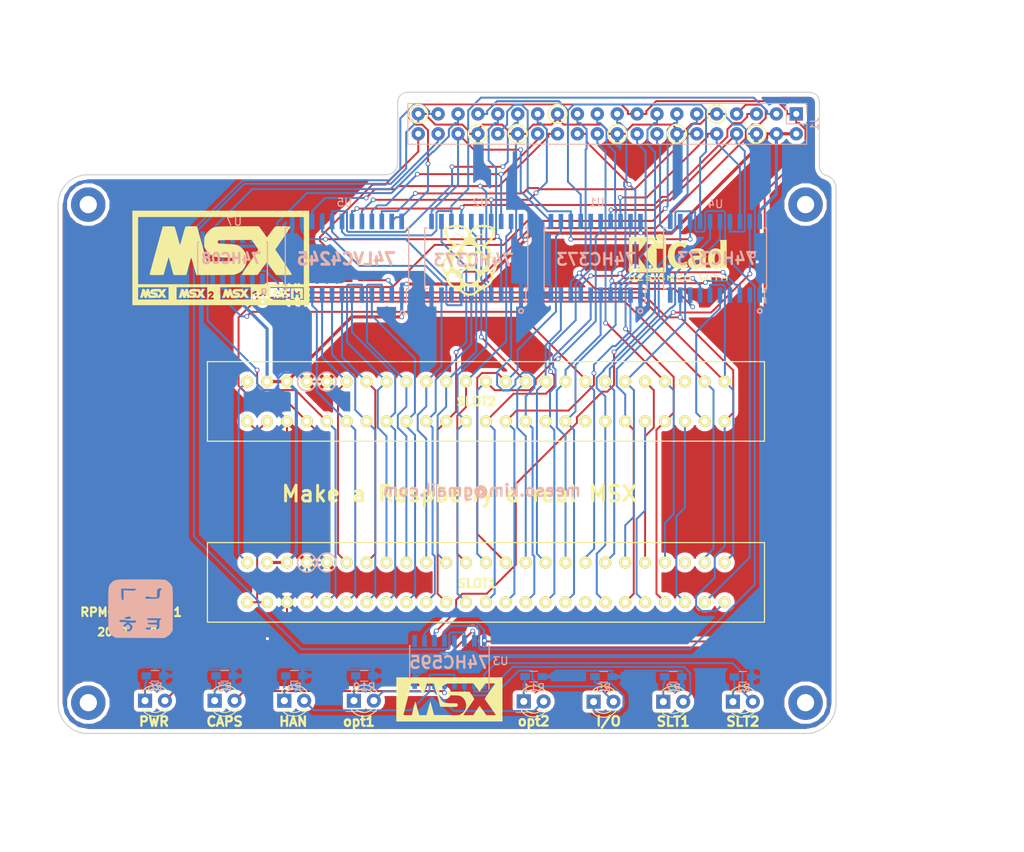
<source format=kicad_pcb>
(kicad_pcb (version 4) (host pcbnew 4.0.7)
  (layers (0 F.Cu signal) (31 B.Cu signal) (34 B.Paste user) (35 F.Paste user) (36 B.SilkS user) (37 F.SilkS user) (38 B.Mask user) (39 F.Mask user) (44 Edge.Cuts user))
  (net 0 "")
  (net 1 GND)
  (net 2 "Net-(U3-Pad9)")
  (net 3 +5V)
  (net 4 /RD3)
  (net 5 /RD4)
  (net 6 /RD6)
  (net 7 /RD7)
  (net 8 /RD0)
  (net 9 /RD1)
  (net 10 /RD2)
  (net 11 /RD5)
  (net 12 /CS1)
  (net 13 /CS2)
  (net 14 /CS12)
  (net 15 /SLTSL1)
  (net 16 /RFSH)
  (net 17 /INT)
  (net 18 /M1)
  (net 19 /BUSDIR)
  (net 20 /IORQ)
  (net 21 /MREQ)
  (net 22 /WR)
  (net 23 /RD)
  (net 24 /RESET)
  (net 25 /A9)
  (net 26 /A15)
  (net 27 /A11)
  (net 28 /A10)
  (net 29 /A7)
  (net 30 /A6)
  (net 31 /A12)
  (net 32 /A8)
  (net 33 /A14)
  (net 34 /A13)
  (net 35 /A1)
  (net 36 /A0)
  (net 37 /A3)
  (net 38 /A2)
  (net 39 /A5)
  (net 40 /A4)
  (net 41 /D1)
  (net 42 /D0)
  (net 43 /D3)
  (net 44 /D2)
  (net 45 /D5)
  (net 46 /D4)
  (net 47 /D7)
  (net 48 /D6)
  (net 49 /CLK)
  (net 50 /+12V)
  (net 51 /SNDIN)
  (net 52 +3V3)
  (net 53 "Net-(P1-Pad5)")
  (net 54 "Net-(P1-Pad16)")
  (net 55 "Net-(P2-Pad5)")
  (net 56 "Net-(P2-Pad16)")
  (net 57 /RA8)
  (net 58 /RA10)
  (net 59 /RA11)
  (net 60 /RA15)
  (net 61 /RA12)
  (net 62 /RA9)
  (net 63 /RA13)
  (net 64 /RA14)
  (net 65 "Net-(D1-Pad2)")
  (net 66 "Net-(D2-Pad2)")
  (net 67 "Net-(D3-Pad2)")
  (net 68 "Net-(D4-Pad2)")
  (net 69 "Net-(D5-Pad2)")
  (net 70 "Net-(D6-Pad2)")
  (net 71 /RC17)
  (net 72 /RC18)
  (net 73 /RC27)
  (net 74 /RC23)
  (net 75 /RC25)
  (net 76 /RC19)
  (net 77 /RC20)
  (net 78 /RC16)
  (net 79 /RC26)
  (net 80 /RC22)
  (net 81 /RC21)
  (net 82 /SLTSL2)
  (net 83 "Net-(D1-Pad1)")
  (net 84 "Net-(D2-Pad1)")
  (net 85 "Net-(D3-Pad1)")
  (net 86 "Net-(D4-Pad1)")
  (net 87 "Net-(D5-Pad1)")
  (net 88 "Net-(D6-Pad1)")
  (net 89 "Net-(D7-Pad1)")
  (net 90 "Net-(D7-Pad2)")
  (net 91 "Net-(D8-Pad1)")
  (net 92 "Net-(D8-Pad2)")
  (module Mounting_Holes:MountingHole_2.2mm_M2_Pad (layer F.Cu) (at 206.756 130.937)
    (fp_text reference H2 hide)
    (fp_text value MountingHole_2.2mm_M2_Pad)
    (pad 1 thru_hole circle (at 0 0) (size 4.4 4.4) (drill 2.2) (layers *.Cu *.Mask))
  )
  (module Mounting_Holes:MountingHole_2.2mm_M2_Pad (layer F.Cu) (at 206.756 67.31)
    (fp_text reference H4 hide)
    (fp_text value MountingHole_2.2mm_M2_Pad)
    (pad "" thru_hole circle (at 0 0) (size 4.4 4.4) (drill 2.2) (layers *.Cu *.Mask))
  )
  (module Mounting_Holes:MountingHole_2.2mm_M2_Pad (layer F.Cu) (at 115.18 67.31)
    (fp_text reference H3 hide)
    (fp_text value MountingHole_2.2mm_M2_Pad)
    (pad 1 thru_hole circle (at 0 0) (size 4.4 4.4) (drill 2.2) (layers *.Cu *.Mask))
  )
  (module Mounting_Holes:MountingHole_2.2mm_M2_Pad (layer B.Cu) (at 115.189 130.937)
    (fp_text reference H1 hide)
    (fp_text value MountingHole_2.2mm_M2_Pad)
    (pad 1 thru_hole circle (at 0 0) (size 4.4 4.4) (drill 2.2) (layers *.Cu *.Mask))
  )
  (module Socket_Strips:Socket_Strip_Straight_2x20_Pitch2.54mm (layer B.Cu) (at 205.572 55.7276 90)
    (fp_text reference J1 (at -1.27 2.33 90) (layer B.SilkS) (effects (justify mirror)))
    (fp_text value RPi_GPIO)
    (pad 1 thru_hole rect (at 0 0 90) (size 1.7 1.7) (drill 0.777) (layers *.Cu *.Mask) (net 52 +3V3))
    (pad 2 thru_hole oval (at -2.54 0 90) (size 1.7 1.7) (drill 0.777) (layers *.Cu *.Mask) (net 3 +5V))
    (pad 3 thru_hole oval (at 0 -2.54 90) (size 1.7 1.7) (drill 0.777) (layers *.Cu *.Mask) (net 10 /RD2))
    (pad 4 thru_hole oval (at -2.54 -2.54 90) (size 1.7 1.7) (drill 0.777) (layers *.Cu *.Mask) (net 3 +5V))
    (pad 5 thru_hole oval (at 0 -5.08 90) (size 1.7 1.7) (drill 0.777) (layers *.Cu *.Mask) (net 4 /RD3))
    (pad 6 thru_hole oval (at -2.54 -5.08 90) (size 1.7 1.7) (drill 0.777) (layers *.Cu *.Mask) (net 1 GND))
    (pad 7 thru_hole oval (at 0 -7.62 90) (size 1.7 1.7) (drill 0.777) (layers *.Cu *.Mask) (net 5 /RD4))
    (pad 8 thru_hole oval (at -2.54 -7.62 90) (size 1.7 1.7) (drill 0.777) (layers *.Cu *.Mask) (net 64 /RA14))
    (pad 9 thru_hole oval (at 0 -10.16 90) (size 1.7 1.7) (drill 0.777) (layers *.Cu *.Mask) (net 1 GND))
    (pad 10 thru_hole oval (at -2.54 -10.16 90) (size 1.7 1.7) (drill 0.777) (layers *.Cu *.Mask) (net 60 /RA15))
    (pad 11 thru_hole oval (at 0 -12.7 90) (size 1.7 1.7) (drill 0.777) (layers *.Cu *.Mask) (net 71 /RC17))
    (pad 12 thru_hole oval (at -2.54 -12.7 90) (size 1.7 1.7) (drill 0.777) (layers *.Cu *.Mask) (net 72 /RC18))
    (pad 13 thru_hole oval (at 0 -15.24 90) (size 1.7 1.7) (drill 0.777) (layers *.Cu *.Mask) (net 73 /RC27))
    (pad 14 thru_hole oval (at -2.54 -15.24 90) (size 1.7 1.7) (drill 0.777) (layers *.Cu *.Mask) (net 1 GND))
    (pad 15 thru_hole oval (at 0 -17.78 90) (size 1.7 1.7) (drill 0.777) (layers *.Cu *.Mask) (net 80 /RC22))
    (pad 16 thru_hole oval (at -2.54 -17.78 90) (size 1.7 1.7) (drill 0.777) (layers *.Cu *.Mask) (net 74 /RC23))
    (pad 17 thru_hole oval (at 0 -20.32 90) (size 1.7 1.7) (drill 0.777) (layers *.Cu *.Mask) (net 52 +3V3))
    (pad 18 thru_hole oval (at -2.54 -20.32 90) (size 1.7 1.7) (drill 0.777) (layers *.Cu *.Mask) (net 17 /INT))
    (pad 19 thru_hole oval (at 0 -22.86 90) (size 1.7 1.7) (drill 0.777) (layers *.Cu *.Mask) (net 58 /RA10))
    (pad 20 thru_hole oval (at -2.54 -22.86 90) (size 1.7 1.7) (drill 0.777) (layers *.Cu *.Mask) (net 1 GND))
    (pad 21 thru_hole oval (at 0 -25.4 90) (size 1.7 1.7) (drill 0.777) (layers *.Cu *.Mask) (net 62 /RA9))
    (pad 22 thru_hole oval (at -2.54 -25.4 90) (size 1.7 1.7) (drill 0.777) (layers *.Cu *.Mask) (net 75 /RC25))
    (pad 23 thru_hole oval (at 0 -27.94 90) (size 1.7 1.7) (drill 0.777) (layers *.Cu *.Mask) (net 59 /RA11))
    (pad 24 thru_hole oval (at -2.54 -27.94 90) (size 1.7 1.7) (drill 0.777) (layers *.Cu *.Mask) (net 57 /RA8))
    (pad 25 thru_hole oval (at 0 -30.48 90) (size 1.7 1.7) (drill 0.777) (layers *.Cu *.Mask) (net 1 GND))
    (pad 26 thru_hole oval (at -2.54 -30.48 90) (size 1.7 1.7) (drill 0.777) (layers *.Cu *.Mask) (net 7 /RD7))
    (pad 27 thru_hole oval (at 0 -33.02 90) (size 1.7 1.7) (drill 0.777) (layers *.Cu *.Mask) (net 8 /RD0))
    (pad 28 thru_hole oval (at -2.54 -33.02 90) (size 1.7 1.7) (drill 0.777) (layers *.Cu *.Mask) (net 9 /RD1))
    (pad 29 thru_hole oval (at 0 -35.56 90) (size 1.7 1.7) (drill 0.777) (layers *.Cu *.Mask) (net 11 /RD5))
    (pad 30 thru_hole oval (at -2.54 -35.56 90) (size 1.7 1.7) (drill 0.777) (layers *.Cu *.Mask) (net 1 GND))
    (pad 31 thru_hole oval (at 0 -38.1 90) (size 1.7 1.7) (drill 0.777) (layers *.Cu *.Mask) (net 6 /RD6))
    (pad 32 thru_hole oval (at -2.54 -38.1 90) (size 1.7 1.7) (drill 0.777) (layers *.Cu *.Mask) (net 61 /RA12))
    (pad 33 thru_hole oval (at 0 -40.64 90) (size 1.7 1.7) (drill 0.777) (layers *.Cu *.Mask) (net 63 /RA13))
    (pad 34 thru_hole oval (at -2.54 -40.64 90) (size 1.7 1.7) (drill 0.777) (layers *.Cu *.Mask) (net 1 GND))
    (pad 35 thru_hole oval (at 0 -43.18 90) (size 1.7 1.7) (drill 0.777) (layers *.Cu *.Mask) (net 76 /RC19))
    (pad 36 thru_hole oval (at -2.54 -43.18 90) (size 1.7 1.7) (drill 0.777) (layers *.Cu *.Mask) (net 78 /RC16))
    (pad 37 thru_hole oval (at 0 -45.72 90) (size 1.7 1.7) (drill 0.777) (layers *.Cu *.Mask) (net 79 /RC26))
    (pad 38 thru_hole oval (at -2.54 -45.72 90) (size 1.7 1.7) (drill 0.777) (layers *.Cu *.Mask) (net 77 /RC20))
    (pad 39 thru_hole oval (at 0 -48.26 90) (size 1.7 1.7) (drill 0.777) (layers *.Cu *.Mask) (net 1 GND))
    (pad 40 thru_hole oval (at -2.54 -48.26 90) (size 1.7 1.7) (drill 0.777) (layers *.Cu *.Mask) (net 81 /RC21))
  )
  (module LEDs:LED_D3.0mm (layer F.Cu) (at 131.318 130.683)
    (fp_text reference D3 hide)
    (fp_text value LED)
    (pad 1 thru_hole rect (at 0 0) (size 1.8 1.8) (drill 0.9) (layers *.Cu *.Mask) (net 85 "Net-(D3-Pad1)"))
    (pad 2 thru_hole circle (at 2.54 0) (size 1.8 1.8) (drill 0.9) (layers *.Cu *.Mask) (net 67 "Net-(D3-Pad2)"))
  )
  (module LEDs:LED_D3.0mm (layer F.Cu) (at 140.208 130.683)
    (fp_text reference D4 hide)
    (fp_text value LED)
    (pad 1 thru_hole rect (at 0 0) (size 1.8 1.8) (drill 0.9) (layers *.Cu *.Mask) (net 86 "Net-(D4-Pad1)"))
    (pad 2 thru_hole circle (at 2.54 0) (size 1.8 1.8) (drill 0.9) (layers *.Cu *.Mask) (net 68 "Net-(D4-Pad2)"))
  )
  (module LEDs:LED_D3.0mm (layer F.Cu) (at 122.428 130.683)
    (fp_text reference D6 hide)
    (fp_text value LED)
    (pad 1 thru_hole rect (at 0 0) (size 1.8 1.8) (drill 0.9) (layers *.Cu *.Mask) (net 88 "Net-(D6-Pad1)"))
    (pad 2 thru_hole circle (at 2.54 0) (size 1.8 1.8) (drill 0.9) (layers *.Cu *.Mask) (net 70 "Net-(D6-Pad2)"))
  )
  (module Resistors_SMD:R_0603_HandSoldering (layer B.Cu) (at 198.755 127.635)
    (fp_text reference R1 (at 0 1.45) (layer B.SilkS) (effects (justify mirror)))
    (fp_text value R)
    (pad 1 smd rect (at -1.1 0) (size 1.2 0.9) (layers B.Cu B.Paste B.Mask) (net 83 "Net-(D1-Pad1)"))
    (pad 2 smd rect (at 1.1 0) (size 1.2 0.9) (layers B.Cu B.Paste B.Mask) (net 1 GND))
  )
  (module Resistors_SMD:R_0603_HandSoldering (layer B.Cu) (at 189.865 127.635)
    (fp_text reference R2 (at 0 1.45) (layer B.SilkS) (effects (justify mirror)))
    (fp_text value R)
    (pad 1 smd rect (at -1.1 0) (size 1.2 0.9) (layers B.Cu B.Paste B.Mask) (net 84 "Net-(D2-Pad1)"))
    (pad 2 smd rect (at 1.1 0) (size 1.2 0.9) (layers B.Cu B.Paste B.Mask) (net 1 GND))
  )
  (module Resistors_SMD:R_0603_HandSoldering (layer B.Cu) (at 132.588 127.508)
    (fp_text reference R3 (at 0 1.45) (layer B.SilkS) (effects (justify mirror)))
    (fp_text value R)
    (pad 1 smd rect (at -1.1 0) (size 1.2 0.9) (layers B.Cu B.Paste B.Mask) (net 85 "Net-(D3-Pad1)"))
    (pad 2 smd rect (at 1.1 0) (size 1.2 0.9) (layers B.Cu B.Paste B.Mask) (net 1 GND))
  )
  (module Resistors_SMD:R_0603_HandSoldering (layer B.Cu) (at 141.478 127.508)
    (fp_text reference R4 (at 0 1.45) (layer B.SilkS) (effects (justify mirror)))
    (fp_text value R)
    (pad 1 smd rect (at -1.1 0) (size 1.2 0.9) (layers B.Cu B.Paste B.Mask) (net 86 "Net-(D4-Pad1)"))
    (pad 2 smd rect (at 1.1 0) (size 1.2 0.9) (layers B.Cu B.Paste B.Mask) (net 1 GND))
  )
  (module Resistors_SMD:R_0603_HandSoldering (layer B.Cu) (at 180.966 127.63)
    (fp_text reference R5 (at 0 1.45) (layer B.SilkS) (effects (justify mirror)))
    (fp_text value R)
    (pad 1 smd rect (at -1.1 0) (size 1.2 0.9) (layers B.Cu B.Paste B.Mask) (net 87 "Net-(D5-Pad1)"))
    (pad 2 smd rect (at 1.1 0) (size 1.2 0.9) (layers B.Cu B.Paste B.Mask) (net 1 GND))
  )
  (module Resistors_SMD:R_0603_HandSoldering (layer B.Cu) (at 123.698 127.508)
    (fp_text reference R6 (at 0 1.45) (layer B.SilkS) (effects (justify mirror)))
    (fp_text value R)
    (pad 1 smd rect (at -1.1 0) (size 1.2 0.9) (layers B.Cu B.Paste B.Mask) (net 88 "Net-(D6-Pad1)"))
    (pad 2 smd rect (at 1.1 0) (size 1.2 0.9) (layers B.Cu B.Paste B.Mask) (net 1 GND))
  )
  (module Housings_SOIC:SOIC-20W_7.5x12.8mm_Pitch1.27mm (layer B.Cu) (at 179.959 74.168 90)
    (fp_text reference U1 (at 7.1374 0.1651 180) (layer B.SilkS) (effects (justify mirror)))
    (fp_text value 74LS373)
    (pad 1 smd rect (at -4.7 5.715 90) (size 1.95 0.6) (layers B.Cu B.Paste B.Mask) (net 1 GND))
    (pad 2 smd rect (at -4.7 4.445 90) (size 1.95 0.6) (layers B.Cu B.Paste B.Mask) (net 32 /A8))
    (pad 3 smd rect (at -4.7 3.175 90) (size 1.95 0.6) (layers B.Cu B.Paste B.Mask) (net 57 /RA8))
    (pad 4 smd rect (at -4.7 1.905 90) (size 1.95 0.6) (layers B.Cu B.Paste B.Mask) (net 62 /RA9))
    (pad 5 smd rect (at -4.7 0.635 90) (size 1.95 0.6) (layers B.Cu B.Paste B.Mask) (net 25 /A9))
    (pad 6 smd rect (at -4.7 -0.635 90) (size 1.95 0.6) (layers B.Cu B.Paste B.Mask) (net 28 /A10))
    (pad 7 smd rect (at -4.7 -1.905 90) (size 1.95 0.6) (layers B.Cu B.Paste B.Mask) (net 58 /RA10))
    (pad 8 smd rect (at -4.7 -3.175 90) (size 1.95 0.6) (layers B.Cu B.Paste B.Mask) (net 59 /RA11))
    (pad 9 smd rect (at -4.7 -4.445 90) (size 1.95 0.6) (layers B.Cu B.Paste B.Mask) (net 27 /A11))
    (pad 10 smd rect (at -4.7 -5.715 90) (size 1.95 0.6) (layers B.Cu B.Paste B.Mask) (net 1 GND))
    (pad 11 smd rect (at 4.7 -5.715 90) (size 1.95 0.6) (layers B.Cu B.Paste B.Mask) (net 78 /RC16))
    (pad 12 smd rect (at 4.7 -4.445 90) (size 1.95 0.6) (layers B.Cu B.Paste B.Mask) (net 31 /A12))
    (pad 13 smd rect (at 4.7 -3.175 90) (size 1.95 0.6) (layers B.Cu B.Paste B.Mask) (net 61 /RA12))
    (pad 14 smd rect (at 4.7 -1.905 90) (size 1.95 0.6) (layers B.Cu B.Paste B.Mask) (net 63 /RA13))
    (pad 15 smd rect (at 4.7 -0.635 90) (size 1.95 0.6) (layers B.Cu B.Paste B.Mask) (net 34 /A13))
    (pad 16 smd rect (at 4.7 0.635 90) (size 1.95 0.6) (layers B.Cu B.Paste B.Mask) (net 33 /A14))
    (pad 17 smd rect (at 4.7 1.905 90) (size 1.95 0.6) (layers B.Cu B.Paste B.Mask) (net 64 /RA14))
    (pad 18 smd rect (at 4.7 3.175 90) (size 1.95 0.6) (layers B.Cu B.Paste B.Mask) (net 60 /RA15))
    (pad 19 smd rect (at 4.7 4.445 90) (size 1.95 0.6) (layers B.Cu B.Paste B.Mask) (net 26 /A15))
    (pad 20 smd rect (at 4.7 5.715 90) (size 1.95 0.6) (layers B.Cu B.Paste B.Mask) (net 3 +5V))
  )
  (module Housings_SOIC:SOIC-20W_7.5x12.8mm_Pitch1.27mm (layer B.Cu) (at 164.719 74.168 90)
    (fp_text reference U2 (at 7.112 0.5207 180) (layer B.SilkS) (effects (justify mirror)))
    (fp_text value 74LS373)
    (pad 1 smd rect (at -4.7 5.715 90) (size 1.95 0.6) (layers B.Cu B.Paste B.Mask) (net 1 GND))
    (pad 2 smd rect (at -4.7 4.445 90) (size 1.95 0.6) (layers B.Cu B.Paste B.Mask) (net 30 /A6))
    (pad 3 smd rect (at -4.7 3.175 90) (size 1.95 0.6) (layers B.Cu B.Paste B.Mask) (net 6 /RD6))
    (pad 4 smd rect (at -4.7 1.905 90) (size 1.95 0.6) (layers B.Cu B.Paste B.Mask) (net 7 /RD7))
    (pad 5 smd rect (at -4.7 0.635 90) (size 1.95 0.6) (layers B.Cu B.Paste B.Mask) (net 29 /A7))
    (pad 6 smd rect (at -4.7 -0.635 90) (size 1.95 0.6) (layers B.Cu B.Paste B.Mask) (net 40 /A4))
    (pad 7 smd rect (at -4.7 -1.905 90) (size 1.95 0.6) (layers B.Cu B.Paste B.Mask) (net 5 /RD4))
    (pad 8 smd rect (at -4.7 -3.175 90) (size 1.95 0.6) (layers B.Cu B.Paste B.Mask) (net 11 /RD5))
    (pad 9 smd rect (at -4.7 -4.445 90) (size 1.95 0.6) (layers B.Cu B.Paste B.Mask) (net 39 /A5))
    (pad 10 smd rect (at -4.7 -5.715 90) (size 1.95 0.6) (layers B.Cu B.Paste B.Mask) (net 1 GND))
    (pad 11 smd rect (at 4.7 -5.715 90) (size 1.95 0.6) (layers B.Cu B.Paste B.Mask) (net 78 /RC16))
    (pad 12 smd rect (at 4.7 -4.445 90) (size 1.95 0.6) (layers B.Cu B.Paste B.Mask) (net 38 /A2))
    (pad 13 smd rect (at 4.7 -3.175 90) (size 1.95 0.6) (layers B.Cu B.Paste B.Mask) (net 10 /RD2))
    (pad 14 smd rect (at 4.7 -1.905 90) (size 1.95 0.6) (layers B.Cu B.Paste B.Mask) (net 4 /RD3))
    (pad 15 smd rect (at 4.7 -0.635 90) (size 1.95 0.6) (layers B.Cu B.Paste B.Mask) (net 37 /A3))
    (pad 16 smd rect (at 4.7 0.635 90) (size 1.95 0.6) (layers B.Cu B.Paste B.Mask) (net 36 /A0))
    (pad 17 smd rect (at 4.7 1.905 90) (size 1.95 0.6) (layers B.Cu B.Paste B.Mask) (net 8 /RD0))
    (pad 18 smd rect (at 4.7 3.175 90) (size 1.95 0.6) (layers B.Cu B.Paste B.Mask) (net 9 /RD1))
    (pad 19 smd rect (at 4.7 4.445 90) (size 1.95 0.6) (layers B.Cu B.Paste B.Mask) (net 35 /A1))
    (pad 20 smd rect (at 4.7 5.715 90) (size 1.95 0.6) (layers B.Cu B.Paste B.Mask) (net 3 +5V))
  )
  (module Housings_SOIC:SOIC-20W_7.5x12.8mm_Pitch1.27mm (layer B.Cu) (at 195.199 74.168 90)
    (fp_text reference U4 (at 6.9215 0.0508 180) (layer B.SilkS) (effects (justify mirror)))
    (fp_text value 74LS373)
    (pad 1 smd rect (at -4.7 5.715 90) (size 1.95 0.6) (layers B.Cu B.Paste B.Mask) (net 1 GND))
    (pad 2 smd rect (at -4.7 4.445 90) (size 1.95 0.6) (layers B.Cu B.Paste B.Mask) (net 15 /SLTSL1))
    (pad 3 smd rect (at -4.7 3.175 90) (size 1.95 0.6) (layers B.Cu B.Paste B.Mask) (net 57 /RA8))
    (pad 4 smd rect (at -4.7 1.905 90) (size 1.95 0.6) (layers B.Cu B.Paste B.Mask) (net 62 /RA9))
    (pad 5 smd rect (at -4.7 0.635 90) (size 1.95 0.6) (layers B.Cu B.Paste B.Mask) (net 82 /SLTSL2))
    (pad 6 smd rect (at -4.7 -0.635 90) (size 1.95 0.6) (layers B.Cu B.Paste B.Mask) (net 12 /CS1))
    (pad 7 smd rect (at -4.7 -1.905 90) (size 1.95 0.6) (layers B.Cu B.Paste B.Mask) (net 58 /RA10))
    (pad 8 smd rect (at -4.7 -3.175 90) (size 1.95 0.6) (layers B.Cu B.Paste B.Mask) (net 59 /RA11))
    (pad 9 smd rect (at -4.7 -4.445 90) (size 1.95 0.6) (layers B.Cu B.Paste B.Mask) (net 13 /CS2))
    (pad 10 smd rect (at -4.7 -5.715 90) (size 1.95 0.6) (layers B.Cu B.Paste B.Mask) (net 1 GND))
    (pad 11 smd rect (at 4.7 -5.715 90) (size 1.95 0.6) (layers B.Cu B.Paste B.Mask) (net 71 /RC17))
    (pad 12 smd rect (at 4.7 -4.445 90) (size 1.95 0.6) (layers B.Cu B.Paste B.Mask) (net 23 /RD))
    (pad 13 smd rect (at 4.7 -3.175 90) (size 1.95 0.6) (layers B.Cu B.Paste B.Mask) (net 61 /RA12))
    (pad 14 smd rect (at 4.7 -1.905 90) (size 1.95 0.6) (layers B.Cu B.Paste B.Mask) (net 63 /RA13))
    (pad 15 smd rect (at 4.7 -0.635 90) (size 1.95 0.6) (layers B.Cu B.Paste B.Mask) (net 22 /WR))
    (pad 16 smd rect (at 4.7 0.635 90) (size 1.95 0.6) (layers B.Cu B.Paste B.Mask) (net 20 /IORQ))
    (pad 17 smd rect (at 4.7 1.905 90) (size 1.95 0.6) (layers B.Cu B.Paste B.Mask) (net 64 /RA14))
    (pad 18 smd rect (at 4.7 3.175 90) (size 1.95 0.6) (layers B.Cu B.Paste B.Mask) (net 60 /RA15))
    (pad 19 smd rect (at 4.7 4.445 90) (size 1.95 0.6) (layers B.Cu B.Paste B.Mask) (net 21 /MREQ))
    (pad 20 smd rect (at 4.7 5.715 90) (size 1.95 0.6) (layers B.Cu B.Paste B.Mask) (net 3 +5V))
  )
  (module Housings_SOIC:SOIC-24W_7.5x15.4mm_Pitch1.27mm (layer B.Cu) (at 148.209 74.168 90)
    (fp_text reference U5 (at 7.112 -0.3175 180) (layer B.SilkS) (effects (justify mirror)))
    (fp_text value LVC4245)
    (pad 1 smd rect (at -4.7 6.985 90) (size 2 0.6) (layers B.Cu B.Paste B.Mask) (net 3 +5V))
    (pad 2 smd rect (at -4.7 5.715 90) (size 2 0.6) (layers B.Cu B.Paste B.Mask) (net 81 /RC21))
    (pad 3 smd rect (at -4.7 4.445 90) (size 2 0.6) (layers B.Cu B.Paste B.Mask) (net 41 /D1))
    (pad 4 smd rect (at -4.7 3.175 90) (size 2 0.6) (layers B.Cu B.Paste B.Mask) (net 42 /D0))
    (pad 5 smd rect (at -4.7 1.905 90) (size 2 0.6) (layers B.Cu B.Paste B.Mask) (net 43 /D3))
    (pad 6 smd rect (at -4.7 0.635 90) (size 2 0.6) (layers B.Cu B.Paste B.Mask) (net 44 /D2))
    (pad 7 smd rect (at -4.7 -0.635 90) (size 2 0.6) (layers B.Cu B.Paste B.Mask) (net 45 /D5))
    (pad 8 smd rect (at -4.7 -1.905 90) (size 2 0.6) (layers B.Cu B.Paste B.Mask) (net 46 /D4))
    (pad 9 smd rect (at -4.7 -3.175 90) (size 2 0.6) (layers B.Cu B.Paste B.Mask) (net 47 /D7))
    (pad 10 smd rect (at -4.7 -4.445 90) (size 2 0.6) (layers B.Cu B.Paste B.Mask) (net 48 /D6))
    (pad 11 smd rect (at -4.7 -5.715 90) (size 2 0.6) (layers B.Cu B.Paste B.Mask) (net 1 GND))
    (pad 12 smd rect (at -4.7 -6.985 90) (size 2 0.6) (layers B.Cu B.Paste B.Mask) (net 1 GND))
    (pad 13 smd rect (at 4.7 -6.985 90) (size 2 0.6) (layers B.Cu B.Paste B.Mask) (net 1 GND))
    (pad 14 smd rect (at 4.7 -5.715 90) (size 2 0.6) (layers B.Cu B.Paste B.Mask) (net 6 /RD6))
    (pad 15 smd rect (at 4.7 -4.445 90) (size 2 0.6) (layers B.Cu B.Paste B.Mask) (net 7 /RD7))
    (pad 16 smd rect (at 4.7 -3.175 90) (size 2 0.6) (layers B.Cu B.Paste B.Mask) (net 5 /RD4))
    (pad 17 smd rect (at 4.7 -1.905 90) (size 2 0.6) (layers B.Cu B.Paste B.Mask) (net 11 /RD5))
    (pad 18 smd rect (at 4.7 -0.635 90) (size 2 0.6) (layers B.Cu B.Paste B.Mask) (net 10 /RD2))
    (pad 19 smd rect (at 4.7 0.635 90) (size 2 0.6) (layers B.Cu B.Paste B.Mask) (net 4 /RD3))
    (pad 20 smd rect (at 4.7 1.905 90) (size 2 0.6) (layers B.Cu B.Paste B.Mask) (net 8 /RD0))
    (pad 21 smd rect (at 4.7 3.175 90) (size 2 0.6) (layers B.Cu B.Paste B.Mask) (net 9 /RD1))
    (pad 22 smd rect (at 4.7 4.445 90) (size 2 0.6) (layers B.Cu B.Paste B.Mask) (net 72 /RC18))
    (pad 23 smd rect (at 4.7 5.715 90) (size 2 0.6) (layers B.Cu B.Paste B.Mask) (net 52 +3V3))
    (pad 24 smd rect (at 4.7 6.985 90) (size 2 0.6) (layers B.Cu B.Paste B.Mask) (net 52 +3V3))
  )
  (module Housings_SOIC:SOIC-14_3.9x8.7mm_Pitch1.27mm (layer B.Cu) (at 133.604 74.168 90)
    (fp_text reference U7 (at 4.6863 0.2032 180) (layer B.SilkS) (effects (justify mirror)))
    (fp_text value 74LS08)
    (pad 1 smd rect (at -2.7 3.81 90) (size 1.5 0.6) (layers B.Cu B.Paste B.Mask) (net 12 /CS1))
    (pad 2 smd rect (at -2.7 2.54 90) (size 1.5 0.6) (layers B.Cu B.Paste B.Mask) (net 13 /CS2))
    (pad 3 smd rect (at -2.7 1.27 90) (size 1.5 0.6) (layers B.Cu B.Paste B.Mask) (net 14 /CS12))
    (pad 4 smd rect (at -2.7 0 90) (size 1.5 0.6) (layers B.Cu B.Paste B.Mask) (net 76 /RC19))
    (pad 5 smd rect (at -2.7 -1.27 90) (size 1.5 0.6) (layers B.Cu B.Paste B.Mask) (net 3 +5V))
    (pad 6 smd rect (at -2.7 -2.54 90) (size 1.5 0.6) (layers B.Cu B.Paste B.Mask) (net 24 /RESET))
    (pad 7 smd rect (at -2.7 -3.81 90) (size 1.5 0.6) (layers B.Cu B.Paste B.Mask) (net 1 GND))
    (pad 8 smd rect (at 2.7 -3.81 90) (size 1.5 0.6) (layers B.Cu B.Paste B.Mask) (net 49 /CLK))
    (pad 9 smd rect (at 2.7 -2.54 90) (size 1.5 0.6) (layers B.Cu B.Paste B.Mask) (net 77 /RC20))
    (pad 10 smd rect (at 2.7 -1.27 90) (size 1.5 0.6) (layers B.Cu B.Paste B.Mask) (net 3 +5V))
    (pad 11 smd rect (at 2.7 0 90) (size 1.5 0.6) (layers B.Cu B.Paste B.Mask))
    (pad 12 smd rect (at 2.7 1.27 90) (size 1.5 0.6) (layers B.Cu B.Paste B.Mask))
    (pad 13 smd rect (at 2.7 2.54 90) (size 1.5 0.6) (layers B.Cu B.Paste B.Mask))
    (pad 14 smd rect (at 2.7 3.81 90) (size 1.5 0.6) (layers B.Cu B.Paste B.Mask) (net 3 +5V))
  )
  (module MSX:msx_msx2_msx+logo (layer F.Cu) (at 132.08 74.1045)
    (fp_text reference G2 hide)
    (fp_text value LOGO hide)
  )
  (module MSX:raspberry_pi_logo (layer F.Cu) (at 163.83 74.422)
    (fp_text reference G1 hide)
    (fp_text value LOGO hide)
  )
  (module Symbols:KiCad-Logo2_6mm_SilkScreen (layer F.Cu) (at 190.5 74.041)
    (fp_text reference G3 hide)
    (fp_text value KiCad-Logo2_6mm_SilkScreen hide)
  )
  (module Housings_SOIC:SOIC-16_3.9x9.9mm_Pitch1.27mm (layer B.Cu) (at 161.29 125.73 90)
    (fp_text reference U3 (at 0.1016 6.5278 180) (layer B.SilkS) (effects (justify mirror)))
    (fp_text value 74HC595)
    (pad 1 smd rect (at -2.7 4.445 90) (size 1.5 0.6) (layers B.Cu B.Paste B.Mask) (net 65 "Net-(D1-Pad2)"))
    (pad 2 smd rect (at -2.7 3.175 90) (size 1.5 0.6) (layers B.Cu B.Paste B.Mask) (net 66 "Net-(D2-Pad2)"))
    (pad 3 smd rect (at -2.7 1.905 90) (size 1.5 0.6) (layers B.Cu B.Paste B.Mask) (net 69 "Net-(D5-Pad2)"))
    (pad 4 smd rect (at -2.7 0.635 90) (size 1.5 0.6) (layers B.Cu B.Paste B.Mask) (net 68 "Net-(D4-Pad2)"))
    (pad 5 smd rect (at -2.7 -0.635 90) (size 1.5 0.6) (layers B.Cu B.Paste B.Mask) (net 67 "Net-(D3-Pad2)"))
    (pad 6 smd rect (at -2.7 -1.905 90) (size 1.5 0.6) (layers B.Cu B.Paste B.Mask) (net 92 "Net-(D8-Pad2)"))
    (pad 7 smd rect (at -2.7 -3.175 90) (size 1.5 0.6) (layers B.Cu B.Paste B.Mask) (net 90 "Net-(D7-Pad2)"))
    (pad 8 smd rect (at -2.7 -4.445 90) (size 1.5 0.6) (layers B.Cu B.Paste B.Mask) (net 1 GND))
    (pad 9 smd rect (at 2.7 -4.445 90) (size 1.5 0.6) (layers B.Cu B.Paste B.Mask) (net 2 "Net-(U3-Pad9)"))
    (pad 10 smd rect (at 2.7 -3.175 90) (size 1.5 0.6) (layers B.Cu B.Paste B.Mask) (net 52 +3V3))
    (pad 11 smd rect (at 2.7 -1.905 90) (size 1.5 0.6) (layers B.Cu B.Paste B.Mask) (net 80 /RC22))
    (pad 12 smd rect (at 2.7 -0.635 90) (size 1.5 0.6) (layers B.Cu B.Paste B.Mask) (net 74 /RC23))
    (pad 13 smd rect (at 2.7 0.635 90) (size 1.5 0.6) (layers B.Cu B.Paste B.Mask) (net 1 GND))
    (pad 14 smd rect (at 2.7 1.905 90) (size 1.5 0.6) (layers B.Cu B.Paste B.Mask) (net 79 /RC26))
    (pad 15 smd rect (at 2.7 3.175 90) (size 1.5 0.6) (layers B.Cu B.Paste B.Mask) (net 70 "Net-(D6-Pad2)"))
    (pad 16 smd rect (at 2.7 4.445 90) (size 1.5 0.6) (layers B.Cu B.Paste B.Mask) (net 52 +3V3))
  )
  (module MSX:LOGO (layer F.Cu) (at 161.29 130.5052)
    (fp_text reference GMSX hide)
    (fp_text value LOGO hide)
  )
  (module MSX:srxg (layer B.Cu) (at 121.92 119.38 180)
    (fp_text reference G*** hide)
    (fp_text value LOGO hide)
  )
  (module LEDs:LED_D3.0mm (layer F.Cu) (at 149.098 130.683)
    (fp_text reference D7 hide)
    (fp_text value LED)
    (pad 1 thru_hole rect (at 0 0) (size 1.8 1.8) (drill 0.9) (layers *.Cu *.Mask) (net 89 "Net-(D7-Pad1)"))
    (pad 2 thru_hole circle (at 2.54 0) (size 1.8 1.8) (drill 0.9) (layers *.Cu *.Mask) (net 90 "Net-(D7-Pad2)"))
  )
  (module LEDs:LED_D3.0mm (layer F.Cu) (at 170.779 130.776)
    (fp_text reference D8 hide)
    (fp_text value LED)
    (pad 1 thru_hole rect (at 0 0) (size 1.8 1.8) (drill 0.9) (layers *.Cu *.Mask) (net 91 "Net-(D8-Pad1)"))
    (pad 2 thru_hole circle (at 2.54 0) (size 1.8 1.8) (drill 0.9) (layers *.Cu *.Mask) (net 92 "Net-(D8-Pad2)"))
  )
  (module Resistors_SMD:R_0603_HandSoldering (layer B.Cu) (at 150.411 127.508)
    (fp_text reference R10 (at 0 1.45) (layer B.SilkS) (effects (justify mirror)))
    (fp_text value R)
    (pad 1 smd rect (at -1.1 0) (size 1.2 0.9) (layers B.Cu B.Paste B.Mask) (net 89 "Net-(D7-Pad1)"))
    (pad 2 smd rect (at 1.1 0) (size 1.2 0.9) (layers B.Cu B.Paste B.Mask) (net 1 GND))
  )
  (module Resistors_SMD:R_0603_HandSoldering (layer B.Cu) (at 172.049 127.601)
    (fp_text reference R11 (at 0 1.45) (layer B.SilkS) (effects (justify mirror)))
    (fp_text value R)
    (pad 1 smd rect (at -1.1 0) (size 1.2 0.9) (layers B.Cu B.Paste B.Mask) (net 91 "Net-(D8-Pad1)"))
    (pad 2 smd rect (at 1.1 0) (size 1.2 0.9) (layers B.Cu B.Paste B.Mask) (net 1 GND))
  )
  (module MSX:MSX_SLOT (layer F.Cu) (at 167.223 92.456)
    (fp_text reference P2 hide)
    (fp_text value CONN_02X25)
    (pad 1 thru_hole circle (at 29.21 -2.54) (size 1.524 1.524) (drill 0.777) (layers *.Cu *.Mask F.SilkS) (net 12 /CS1))
    (pad 2 thru_hole circle (at 29.21 2.54) (size 1.524 1.524) (drill 0.777) (layers *.Cu *.Mask F.SilkS) (net 13 /CS2))
    (pad 3 thru_hole circle (at 26.67 -2.54) (size 1.524 1.524) (drill 0.777) (layers *.Cu *.Mask F.SilkS) (net 14 /CS12))
    (pad 4 thru_hole circle (at 26.67 2.54) (size 1.524 1.524) (drill 0.777) (layers *.Cu *.Mask F.SilkS) (net 82 /SLTSL2))
    (pad 5 thru_hole circle (at 24.13 -2.54) (size 1.524 1.524) (drill 0.777) (layers *.Cu *.Mask F.SilkS) (net 55 "Net-(P2-Pad5)"))
    (pad 6 thru_hole circle (at 24.13 2.54) (size 1.524 1.524) (drill 0.777) (layers *.Cu *.Mask F.SilkS) (net 16 /RFSH))
    (pad 7 thru_hole circle (at 21.59 -2.54) (size 1.524 1.524) (drill 0.777) (layers *.Cu *.Mask F.SilkS) (net 75 /RC25))
    (pad 8 thru_hole circle (at 21.59 2.54) (size 1.524 1.524) (drill 0.777) (layers *.Cu *.Mask F.SilkS) (net 17 /INT))
    (pad 9 thru_hole circle (at 19.05 -2.54) (size 1.524 1.524) (drill 0.777) (layers *.Cu *.Mask F.SilkS) (net 18 /M1))
    (pad 10 thru_hole circle (at 19.05 2.54) (size 1.524 1.524) (drill 0.777) (layers *.Cu *.Mask F.SilkS) (net 19 /BUSDIR))
    (pad 11 thru_hole circle (at 16.51 -2.54) (size 1.524 1.524) (drill 0.777) (layers *.Cu *.Mask F.SilkS) (net 20 /IORQ))
    (pad 12 thru_hole circle (at 16.51 2.54) (size 1.524 1.524) (drill 0.777) (layers *.Cu *.Mask F.SilkS) (net 21 /MREQ))
    (pad 13 thru_hole circle (at 13.97 -2.54) (size 1.524 1.524) (drill 0.777) (layers *.Cu *.Mask F.SilkS) (net 22 /WR))
    (pad 14 thru_hole circle (at 13.97 2.54) (size 1.524 1.524) (drill 0.777) (layers *.Cu *.Mask F.SilkS) (net 23 /RD))
    (pad 15 thru_hole circle (at 11.43 -2.54) (size 1.524 1.524) (drill 0.777) (layers *.Cu *.Mask F.SilkS) (net 24 /RESET))
    (pad 16 thru_hole circle (at 11.43 2.54) (size 1.524 1.524) (drill 0.777) (layers *.Cu *.Mask F.SilkS) (net 56 "Net-(P2-Pad16)"))
    (pad 17 thru_hole circle (at 8.89 -2.54) (size 1.524 1.524) (drill 0.777) (layers *.Cu *.Mask F.SilkS) (net 25 /A9))
    (pad 18 thru_hole circle (at 8.89 2.54) (size 1.524 1.524) (drill 0.777) (layers *.Cu *.Mask F.SilkS) (net 26 /A15))
    (pad 19 thru_hole circle (at 6.35 -2.54) (size 1.524 1.524) (drill 0.777) (layers *.Cu *.Mask F.SilkS) (net 27 /A11))
    (pad 20 thru_hole circle (at 6.35 2.54) (size 1.524 1.524) (drill 0.777) (layers *.Cu *.Mask F.SilkS) (net 28 /A10))
    (pad 21 thru_hole circle (at 3.81 -2.54) (size 1.524 1.524) (drill 0.777) (layers *.Cu *.Mask F.SilkS) (net 29 /A7))
    (pad 22 thru_hole circle (at 3.81 2.54) (size 1.524 1.524) (drill 0.777) (layers *.Cu *.Mask F.SilkS) (net 30 /A6))
    (pad 23 thru_hole circle (at 1.27 -2.54) (size 1.524 1.524) (drill 0.777) (layers *.Cu *.Mask F.SilkS) (net 31 /A12))
    (pad 24 thru_hole circle (at 1.27 2.54) (size 1.524 1.524) (drill 0.777) (layers *.Cu *.Mask F.SilkS) (net 32 /A8))
    (pad 25 thru_hole circle (at -1.27 -2.54) (size 1.524 1.524) (drill 0.777) (layers *.Cu *.Mask F.SilkS) (net 33 /A14))
    (pad 26 thru_hole circle (at -1.27 2.54) (size 1.524 1.524) (drill 0.777) (layers *.Cu *.Mask F.SilkS) (net 34 /A13))
    (pad 27 thru_hole circle (at -3.81 -2.54) (size 1.524 1.524) (drill 0.777) (layers *.Cu *.Mask F.SilkS) (net 35 /A1))
    (pad 28 thru_hole circle (at -3.81 2.54) (size 1.524 1.524) (drill 0.777) (layers *.Cu *.Mask F.SilkS) (net 36 /A0))
    (pad 29 thru_hole circle (at -6.35 -2.54) (size 1.524 1.524) (drill 0.777) (layers *.Cu *.Mask F.SilkS) (net 37 /A3))
    (pad 30 thru_hole circle (at -6.35 2.54) (size 1.524 1.524) (drill 0.777) (layers *.Cu *.Mask F.SilkS) (net 38 /A2))
    (pad 31 thru_hole circle (at -8.89 -2.54) (size 1.524 1.524) (drill 0.777) (layers *.Cu *.Mask F.SilkS) (net 39 /A5))
    (pad 32 thru_hole circle (at -8.89 2.54) (size 1.524 1.524) (drill 0.777) (layers *.Cu *.Mask F.SilkS) (net 40 /A4))
    (pad 33 thru_hole circle (at -11.43 -2.54) (size 1.524 1.524) (drill 0.777) (layers *.Cu *.Mask F.SilkS) (net 41 /D1))
    (pad 34 thru_hole circle (at -11.43 2.54) (size 1.524 1.524) (drill 0.777) (layers *.Cu *.Mask F.SilkS) (net 42 /D0))
    (pad 35 thru_hole circle (at -13.97 -2.54) (size 1.524 1.524) (drill 0.777) (layers *.Cu *.Mask F.SilkS) (net 43 /D3))
    (pad 36 thru_hole circle (at -13.97 2.54) (size 1.524 1.524) (drill 0.777) (layers *.Cu *.Mask F.SilkS) (net 44 /D2))
    (pad 37 thru_hole circle (at -16.51 -2.54) (size 1.524 1.524) (drill 0.777) (layers *.Cu *.Mask F.SilkS) (net 45 /D5))
    (pad 38 thru_hole circle (at -16.51 2.54) (size 1.524 1.524) (drill 0.777) (layers *.Cu *.Mask F.SilkS) (net 46 /D4))
    (pad 39 thru_hole circle (at -19.05 -2.54) (size 1.524 1.524) (drill 0.777) (layers *.Cu *.Mask F.SilkS) (net 47 /D7))
    (pad 40 thru_hole circle (at -19.05 2.54) (size 1.524 1.524) (drill 0.777) (layers *.Cu *.Mask F.SilkS) (net 48 /D6))
    (pad 41 thru_hole circle (at -21.59 -2.54) (size 1.524 1.524) (drill 0.777) (layers *.Cu *.Mask F.SilkS) (net 1 GND))
    (pad 42 thru_hole circle (at -21.59 2.54) (size 1.524 1.524) (drill 0.777) (layers *.Cu *.Mask F.SilkS) (net 49 /CLK))
    (pad 43 thru_hole circle (at -24.13 -2.54) (size 1.524 1.524) (drill 0.777) (layers *.Cu *.Mask F.SilkS) (net 1 GND))
    (pad 44 thru_hole circle (at -24.13 2.54) (size 1.524 1.524) (drill 0.777) (layers *.Cu *.Mask F.SilkS) (net 73 /RC27))
    (pad 45 thru_hole circle (at -26.67 -2.54) (size 1.524 1.524) (drill 0.777) (layers *.Cu *.Mask F.SilkS) (net 3 +5V))
    (pad 46 thru_hole circle (at -26.67 2.54) (size 1.524 1.524) (drill 0.777) (layers *.Cu *.Mask F.SilkS) (net 1 GND))
    (pad 47 thru_hole circle (at -29.21 -2.54) (size 1.524 1.524) (drill 0.777) (layers *.Cu *.Mask F.SilkS) (net 3 +5V))
    (pad 48 thru_hole circle (at -29.21 2.54) (size 1.524 1.524) (drill 0.777) (layers *.Cu *.Mask F.SilkS) (net 50 /+12V))
    (pad 49 thru_hole circle (at -31.75 -2.54) (size 1.524 1.524) (drill 0.777) (layers *.Cu *.Mask F.SilkS) (net 51 /SNDIN))
    (pad 50 thru_hole circle (at -31.75 2.54) (size 1.524 1.524) (drill 0.777) (layers *.Cu *.Mask F.SilkS) (net 50 /+12V))
  )
  (module MSX:MSX_SLOT (layer F.Cu) (at 167.223 115.57)
    (fp_text reference P1 hide)
    (fp_text value CONN_02X25)
    (pad 1 thru_hole circle (at 29.21 -2.54) (size 1.524 1.524) (drill 0.777) (layers *.Cu *.Mask F.SilkS) (net 12 /CS1))
    (pad 2 thru_hole circle (at 29.21 2.54) (size 1.524 1.524) (drill 0.777) (layers *.Cu *.Mask F.SilkS) (net 13 /CS2))
    (pad 3 thru_hole circle (at 26.67 -2.54) (size 1.524 1.524) (drill 0.777) (layers *.Cu *.Mask F.SilkS) (net 14 /CS12))
    (pad 4 thru_hole circle (at 26.67 2.54) (size 1.524 1.524) (drill 0.777) (layers *.Cu *.Mask F.SilkS) (net 15 /SLTSL1))
    (pad 5 thru_hole circle (at 24.13 -2.54) (size 1.524 1.524) (drill 0.777) (layers *.Cu *.Mask F.SilkS) (net 53 "Net-(P1-Pad5)"))
    (pad 6 thru_hole circle (at 24.13 2.54) (size 1.524 1.524) (drill 0.777) (layers *.Cu *.Mask F.SilkS) (net 16 /RFSH))
    (pad 7 thru_hole circle (at 21.59 -2.54) (size 1.524 1.524) (drill 0.777) (layers *.Cu *.Mask F.SilkS) (net 75 /RC25))
    (pad 8 thru_hole circle (at 21.59 2.54) (size 1.524 1.524) (drill 0.777) (layers *.Cu *.Mask F.SilkS) (net 17 /INT))
    (pad 9 thru_hole circle (at 19.05 -2.54) (size 1.524 1.524) (drill 0.777) (layers *.Cu *.Mask F.SilkS) (net 18 /M1))
    (pad 10 thru_hole circle (at 19.05 2.54) (size 1.524 1.524) (drill 0.777) (layers *.Cu *.Mask F.SilkS) (net 19 /BUSDIR))
    (pad 11 thru_hole circle (at 16.51 -2.54) (size 1.524 1.524) (drill 0.777) (layers *.Cu *.Mask F.SilkS) (net 20 /IORQ))
    (pad 12 thru_hole circle (at 16.51 2.54) (size 1.524 1.524) (drill 0.777) (layers *.Cu *.Mask F.SilkS) (net 21 /MREQ))
    (pad 13 thru_hole circle (at 13.97 -2.54) (size 1.524 1.524) (drill 0.777) (layers *.Cu *.Mask F.SilkS) (net 22 /WR))
    (pad 14 thru_hole circle (at 13.97 2.54) (size 1.524 1.524) (drill 0.777) (layers *.Cu *.Mask F.SilkS) (net 23 /RD))
    (pad 15 thru_hole circle (at 11.43 -2.54) (size 1.524 1.524) (drill 0.777) (layers *.Cu *.Mask F.SilkS) (net 24 /RESET))
    (pad 16 thru_hole circle (at 11.43 2.54) (size 1.524 1.524) (drill 0.777) (layers *.Cu *.Mask F.SilkS) (net 54 "Net-(P1-Pad16)"))
    (pad 17 thru_hole circle (at 8.89 -2.54) (size 1.524 1.524) (drill 0.777) (layers *.Cu *.Mask F.SilkS) (net 25 /A9))
    (pad 18 thru_hole circle (at 8.89 2.54) (size 1.524 1.524) (drill 0.777) (layers *.Cu *.Mask F.SilkS) (net 26 /A15))
    (pad 19 thru_hole circle (at 6.35 -2.54) (size 1.524 1.524) (drill 0.777) (layers *.Cu *.Mask F.SilkS) (net 27 /A11))
    (pad 20 thru_hole circle (at 6.35 2.54) (size 1.524 1.524) (drill 0.777) (layers *.Cu *.Mask F.SilkS) (net 28 /A10))
    (pad 21 thru_hole circle (at 3.81 -2.54) (size 1.524 1.524) (drill 0.777) (layers *.Cu *.Mask F.SilkS) (net 29 /A7))
    (pad 22 thru_hole circle (at 3.81 2.54) (size 1.524 1.524) (drill 0.777) (layers *.Cu *.Mask F.SilkS) (net 30 /A6))
    (pad 23 thru_hole circle (at 1.27 -2.54) (size 1.524 1.524) (drill 0.777) (layers *.Cu *.Mask F.SilkS) (net 31 /A12))
    (pad 24 thru_hole circle (at 1.27 2.54) (size 1.524 1.524) (drill 0.777) (layers *.Cu *.Mask F.SilkS) (net 32 /A8))
    (pad 25 thru_hole circle (at -1.27 -2.54) (size 1.524 1.524) (drill 0.777) (layers *.Cu *.Mask F.SilkS) (net 33 /A14))
    (pad 26 thru_hole circle (at -1.27 2.54) (size 1.524 1.524) (drill 0.777) (layers *.Cu *.Mask F.SilkS) (net 34 /A13))
    (pad 27 thru_hole circle (at -3.81 -2.54) (size 1.524 1.524) (drill 0.777) (layers *.Cu *.Mask F.SilkS) (net 35 /A1))
    (pad 28 thru_hole circle (at -3.81 2.54) (size 1.524 1.524) (drill 0.777) (layers *.Cu *.Mask F.SilkS) (net 36 /A0))
    (pad 29 thru_hole circle (at -6.35 -2.54) (size 1.524 1.524) (drill 0.777) (layers *.Cu *.Mask F.SilkS) (net 37 /A3))
    (pad 30 thru_hole circle (at -6.35 2.54) (size 1.524 1.524) (drill 0.777) (layers *.Cu *.Mask F.SilkS) (net 38 /A2))
    (pad 31 thru_hole circle (at -8.89 -2.54) (size 1.524 1.524) (drill 0.777) (layers *.Cu *.Mask F.SilkS) (net 39 /A5))
    (pad 32 thru_hole circle (at -8.89 2.54) (size 1.524 1.524) (drill 0.777) (layers *.Cu *.Mask F.SilkS) (net 40 /A4))
    (pad 33 thru_hole circle (at -11.43 -2.54) (size 1.524 1.524) (drill 0.777) (layers *.Cu *.Mask F.SilkS) (net 41 /D1))
    (pad 34 thru_hole circle (at -11.43 2.54) (size 1.524 1.524) (drill 0.777) (layers *.Cu *.Mask F.SilkS) (net 42 /D0))
    (pad 35 thru_hole circle (at -13.97 -2.54) (size 1.524 1.524) (drill 0.777) (layers *.Cu *.Mask F.SilkS) (net 43 /D3))
    (pad 36 thru_hole circle (at -13.97 2.54) (size 1.524 1.524) (drill 0.777) (layers *.Cu *.Mask F.SilkS) (net 44 /D2))
    (pad 37 thru_hole circle (at -16.51 -2.54) (size 1.524 1.524) (drill 0.777) (layers *.Cu *.Mask F.SilkS) (net 45 /D5))
    (pad 38 thru_hole circle (at -16.51 2.54) (size 1.524 1.524) (drill 0.777) (layers *.Cu *.Mask F.SilkS) (net 46 /D4))
    (pad 39 thru_hole circle (at -19.05 -2.54) (size 1.524 1.524) (drill 0.777) (layers *.Cu *.Mask F.SilkS) (net 47 /D7))
    (pad 40 thru_hole circle (at -19.05 2.54) (size 1.524 1.524) (drill 0.777) (layers *.Cu *.Mask F.SilkS) (net 48 /D6))
    (pad 41 thru_hole circle (at -21.59 -2.54) (size 1.524 1.524) (drill 0.777) (layers *.Cu *.Mask F.SilkS) (net 1 GND))
    (pad 42 thru_hole circle (at -21.59 2.54) (size 1.524 1.524) (drill 0.777) (layers *.Cu *.Mask F.SilkS) (net 49 /CLK))
    (pad 43 thru_hole circle (at -24.13 -2.54) (size 1.524 1.524) (drill 0.777) (layers *.Cu *.Mask F.SilkS) (net 1 GND))
    (pad 44 thru_hole circle (at -24.13 2.54) (size 1.524 1.524) (drill 0.777) (layers *.Cu *.Mask F.SilkS) (net 73 /RC27))
    (pad 45 thru_hole circle (at -26.67 -2.54) (size 1.524 1.524) (drill 0.777) (layers *.Cu *.Mask F.SilkS) (net 3 +5V))
    (pad 46 thru_hole circle (at -26.67 2.54) (size 1.524 1.524) (drill 0.777) (layers *.Cu *.Mask F.SilkS) (net 1 GND))
    (pad 47 thru_hole circle (at -29.21 -2.54) (size 1.524 1.524) (drill 0.777) (layers *.Cu *.Mask F.SilkS) (net 3 +5V))
    (pad 48 thru_hole circle (at -29.21 2.54) (size 1.524 1.524) (drill 0.777) (layers *.Cu *.Mask F.SilkS) (net 50 /+12V))
    (pad 49 thru_hole circle (at -31.75 -2.54) (size 1.524 1.524) (drill 0.777) (layers *.Cu *.Mask F.SilkS) (net 51 /SNDIN))
    (pad 50 thru_hole circle (at -31.75 2.54) (size 1.524 1.524) (drill 0.777) (layers *.Cu *.Mask F.SilkS) (net 50 /+12V))
  )
  (module LEDs:LED_D3.0mm (layer F.Cu) (at 179.696 130.806)
    (fp_text reference D5 hide)
    (fp_text value LED)
    (pad 1 thru_hole rect (at 0 0) (size 1.8 1.8) (drill 0.9) (layers *.Cu *.Mask) (net 87 "Net-(D5-Pad1)"))
    (pad 2 thru_hole circle (at 2.54 0) (size 1.8 1.8) (drill 0.9) (layers *.Cu *.Mask) (net 69 "Net-(D5-Pad2)"))
  )
  (module LEDs:LED_D3.0mm (layer F.Cu) (at 188.595 130.81)
    (fp_text reference D2 hide)
    (fp_text value LED)
    (pad 1 thru_hole rect (at 0 0) (size 1.8 1.8) (drill 0.9) (layers *.Cu *.Mask) (net 84 "Net-(D2-Pad1)"))
    (pad 2 thru_hole circle (at 2.54 0) (size 1.8 1.8) (drill 0.9) (layers *.Cu *.Mask) (net 66 "Net-(D2-Pad2)"))
  )
  (module LEDs:LED_D3.0mm (layer F.Cu) (at 197.485 130.81)
    (fp_text reference D1 hide)
    (fp_text value LED)
    (pad 1 thru_hole rect (at 0 0) (size 1.8 1.8) (drill 0.9) (layers *.Cu *.Mask) (net 83 "Net-(D1-Pad1)"))
    (pad 2 thru_hole circle (at 2.54 0) (size 1.8 1.8) (drill 0.9) (layers *.Cu *.Mask) (net 65 "Net-(D1-Pad2)"))
  )
  (gr_text 74HC595 (at 161.29 125.8062) (layer B.SilkS) (effects (font (size 1.5 1.5) (thickness 0.3)) (justify mirror)))
  (gr_arc (start 208.923874 65.231524) (end 209.5246 63.6143) (angle 66.09472905) (layer Edge.Cuts) (width 0.15))
  (gr_text opt2 (at 172.049 133.316) (layer F.SilkS) (effects (font (size 1.2 1.2) (thickness 0.3))))
  (gr_text opt1 (at 149.733 133.35) (layer F.SilkS) (effects (font (size 1.2 1.2) (thickness 0.3))))
  (gr_text SLOT2 (at 164.719 92.456) (layer F.SilkS) (effects (font (size 1.1 1.1) (thickness 0.275))))
  (gr_text SLOT1 (at 164.846 115.697) (layer F.SilkS) (effects (font (size 1.1 1.1) (thickness 0.275))))
  (gr_text 74HC373 (at 195.4403 74.2061) (layer B.SilkS) (effects (font (size 1.5 1.5) (thickness 0.3)) (justify mirror)))
  (gr_circle (center 157.3022 55.7276) (end 158.3182 56.3372) (layer F.SilkS) (width 0.2))
  (gr_circle (center 164.9222 58.2676) (end 165.9382 58.8772) (layer F.SilkS) (width 0.2))
  (gr_circle (center 170.0022 58.2676) (end 171.0182 58.8772) (layer F.SilkS) (width 0.2))
  (gr_circle (center 175.0822 55.7276) (end 176.0982 56.3372) (layer F.SilkS) (width 0.2))
  (gr_circle (center 182.7022 58.2676) (end 183.7182 58.8772) (layer F.SilkS) (width 0.2))
  (gr_circle (center 190.338649 58.2676) (end 191.354649 58.8772) (layer F.SilkS) (width 0.2))
  (gr_circle (center 195.411151 55.7276) (end 196.427151 56.3372) (layer F.SilkS) (width 0.2))
  (gr_circle (center 200.491151 58.2676) (end 201.507151 58.8772) (layer F.SilkS) (width 0.2))
  (gr_circle (center 145.621949 113.0427) (end 146.637949 112.4331) (layer B.SilkS) (width 0.2))
  (gr_circle (center 143.0909 113.051651) (end 144.1069 112.442051) (layer B.SilkS) (width 0.2))
  (gr_circle (center 145.621949 89.912251) (end 146.637949 89.302651) (layer B.SilkS) (width 0.2))
  (gr_circle (center 143.0909 89.916) (end 144.1069 89.3064) (layer B.SilkS) (width 0.2))
  (gr_arc (start 209.677 62.484) (end 209.5246 63.6143) (angle 82.32103619) (layer Edge.Cuts) (width 0.15))
  (gr_line (start 208.534 54.229) (end 208.534 62.484) (layer Edge.Cuts) (width 0.15))
  (gr_circle (center 137.5918 78.3336) (end 137.8458 78.4606) (layer B.SilkS) (width 0.2))
  (gr_circle (center 185.674 80.899) (end 185.928 81.026) (layer B.SilkS) (width 0.2))
  (gr_circle (center 170.434 80.899) (end 170.688 81.026) (layer B.SilkS) (width 0.2))
  (gr_circle (center 200.914 80.899) (end 201.168 81.026) (layer B.SilkS) (width 0.2))
  (gr_arc (start 155.956 54.229) (end 154.686 54.229) (angle 90) (layer Edge.Cuts) (width 0.15))
  (gr_arc (start 207.264 54.229) (end 207.264 52.959) (angle 90) (layer Edge.Cuts) (width 0.15))
  (gr_text meeso.kim@gmail.com (at 165.4175 103.8225) (layer B.SilkS) (effects (font (size 1.5 1.5) (thickness 0.3)) (justify mirror)))
  (gr_circle (center 200.025 73.787) (end 200.279 73.914) (layer B.SilkS) (width 0.2))
  (gr_text 74HC373 (at 164.3761 74.4093) (layer B.SilkS) (effects (font (size 1.5 1.5) (thickness 0.3)) (justify mirror)))
  (gr_text 74LVC4245 (at 148.1328 74.2569) (layer B.SilkS) (effects (font (size 1.5 1.5) (thickness 0.37)) (justify mirror)))
  (gr_text 74HC08 (at 133.4389 74.1934) (layer B.SilkS) (effects (font (size 1.3 1.3) (thickness 0.3)) (justify mirror)))
  (gr_text 74HC373 (at 180.0352 74.3077) (layer B.SilkS) (effects (font (size 1.5 1.5) (thickness 0.3)) (justify mirror)))
  (gr_circle (center 155.321 81.153) (end 155.575 81.28) (layer B.SilkS) (width 0.2))
  (gr_text "Make a Raspberry a real MSX" (at 162.56 104.267) (layer F.SilkS) (effects (font (size 2 2) (thickness 0.375))))
  (gr_arc (start 206.833175 131.064006) (end 210.643175 131.064006) (angle 89.9) (layer Edge.Cuts) (width 0.15))
  (gr_arc (start 115.139169 131.06335) (end 115.139169 134.87335) (angle 89.9) (layer Edge.Cuts) (width 0.15))
  (gr_arc (start 153.162 61.976) (end 154.686 61.976) (angle 90) (layer Edge.Cuts) (width 0.15))
  (gr_arc (start 115.139175 67.31) (end 111.329175 67.31) (angle 89.9) (layer Edge.Cuts) (width 0.15))
  (gr_line (start 153.162 63.500006) (end 115.132525 63.500006) (layer Edge.Cuts) (width 0.15))
  (gr_line (start 154.686 54.227) (end 154.686 61.976) (layer Edge.Cuts) (width 0.15))
  (gr_text 2019.01.01 (at 120.65 121.92) (layer F.SilkS) (effects (font (size 1 1) (thickness 0.25))))
  (gr_text SLT2 (at 198.755 133.35) (layer F.SilkS) (effects (font (size 1.2 1.2) (thickness 0.3))))
  (gr_text SLT1 (at 189.865 133.35) (layer F.SilkS) (effects (font (size 1.2 1.2) (thickness 0.3))))
  (gr_text I/O (at 181.61 133.316) (layer F.SilkS) (effects (font (size 1.2 1.2) (thickness 0.3))))
  (gr_text HAN (at 141.351 133.35) (layer F.SilkS) (effects (font (size 1.2 1.2) (thickness 0.3))))
  (gr_text CAPS (at 132.588 133.35) (layer F.SilkS) (effects (font (size 1.2 1.2) (thickness 0.3))))
  (gr_text PWR (at 123.571 133.35) (layer F.SilkS) (effects (font (size 1.2 1.2) (thickness 0.3))))
  (gr_text "RPMC V2019-1" (at 120.65 119.38) (layer F.SilkS) (effects (font (size 1.1 1.1) (thickness 0.275))))
  (gr_line (start 111.329175 67.31) (end 111.329175 131.07) (angle 90) (layer Edge.Cuts) (width 0.15))
  (gr_line (start 207.264 52.959) (end 155.956 52.959) (angle 90) (layer Edge.Cuts) (width 0.15))
  (gr_line (start 210.643175 131.064006) (end 210.6422 65.1256) (angle 90) (layer Edge.Cuts) (width 0.15))
  (gr_line (start 115.139169 134.87335) (end 206.833175 134.87335) (angle 90) (layer Edge.Cuts) (width 0.15))
  (via (at 189.3752 75.2272) (size 0.6) (layers F.Cu B.Cu) (net 1))
  (via (at 138.054 122.7612) (size 0.6) (layers F.Cu B.Cu) (net 1))
  (via (at 186.9103 75.2272) (size 0.6) (layers F.Cu B.Cu) (net 1))
  (via (at 200.5919 74.6266) (size 0.6) (layers F.Cu B.Cu) (net 1))
  (segment (start 157.312 55.7276) (end 158.4873 55.7276) (width 0.25) (layer F.Cu) (net 1))
  (segment (start 163.7567 57.9002) (end 163.7567 58.2676) (width 0.25) (layer F.Cu) (net 1))
  (segment (start 162.9488 57.0923) (end 163.7567 57.9002) (width 0.25) (layer F.Cu) (net 1))
  (segment (start 159.4846 57.0923) (end 162.9488 57.0923) (width 0.25) (layer F.Cu) (net 1))
  (segment (start 158.4873 56.095) (end 159.4846 57.0923) (width 0.25) (layer F.Cu) (net 1))
  (segment (start 158.4873 55.7276) (end 158.4873 56.095) (width 0.25) (layer F.Cu) (net 1))
  (segment (start 190.332 58.2676) (end 190.9197 58.2676) (width 0.25) (layer F.Cu) (net 1))
  (segment (start 182.712 58.2676) (end 183.8873 58.2676) (width 0.25) (layer F.Cu) (net 1))
  (segment (start 182.712 58.2676) (end 181.5367 58.2676) (width 0.25) (layer F.Cu) (net 1))
  (segment (start 183.8873 57.9002) (end 183.8873 58.2676) (width 0.25) (layer F.Cu) (net 1))
  (segment (start 184.6952 57.0923) (end 183.8873 57.9002) (width 0.25) (layer F.Cu) (net 1))
  (segment (start 189.7444 57.0923) (end 184.6952 57.0923) (width 0.25) (layer F.Cu) (net 1))
  (segment (start 190.9197 58.2676) (end 189.7444 57.0923) (width 0.25) (layer F.Cu) (net 1))
  (segment (start 195.412 55.7276) (end 194.2367 55.7276) (width 0.25) (layer F.Cu) (net 1))
  (segment (start 192.1897 56.9976) (end 190.9197 58.2676) (width 0.25) (layer F.Cu) (net 1))
  (segment (start 193.334 56.9976) (end 192.1897 56.9976) (width 0.25) (layer F.Cu) (net 1))
  (segment (start 194.2367 56.0949) (end 193.334 56.9976) (width 0.25) (layer F.Cu) (net 1))
  (segment (start 194.2367 55.7276) (end 194.2367 56.0949) (width 0.25) (layer F.Cu) (net 1))
  (segment (start 170.012 58.2676) (end 171.1873 58.2676) (width 0.25) (layer F.Cu) (net 1))
  (segment (start 171.1873 57.9002) (end 171.1873 58.2676) (width 0.25) (layer F.Cu) (net 1))
  (segment (start 171.9952 57.0923) (end 171.1873 57.9002) (width 0.25) (layer F.Cu) (net 1))
  (segment (start 174.3149 57.0923) (end 171.9952 57.0923) (width 0.25) (layer F.Cu) (net 1))
  (segment (start 175.092 56.3152) (end 174.3149 57.0923) (width 0.25) (layer F.Cu) (net 1))
  (segment (start 175.092 55.7276) (end 175.092 56.3152) (width 0.25) (layer F.Cu) (net 1))
  (segment (start 181.5367 57.9002) (end 181.5367 58.2676) (width 0.25) (layer F.Cu) (net 1))
  (segment (start 180.7288 57.0923) (end 181.5367 57.9002) (width 0.25) (layer F.Cu) (net 1))
  (segment (start 175.8691 57.0923) (end 180.7288 57.0923) (width 0.25) (layer F.Cu) (net 1))
  (segment (start 175.092 56.3152) (end 175.8691 57.0923) (width 0.25) (layer F.Cu) (net 1))
  (segment (start 164.932 58.2676) (end 164.3444 58.2676) (width 0.25) (layer F.Cu) (net 1))
  (segment (start 164.3444 58.2676) (end 163.7567 58.2676) (width 0.25) (layer F.Cu) (net 1))
  (segment (start 168.8367 57.9002) (end 168.8367 58.2676) (width 0.25) (layer F.Cu) (net 1))
  (segment (start 168.0288 57.0923) (end 168.8367 57.9002) (width 0.25) (layer F.Cu) (net 1))
  (segment (start 165.5197 57.0923) (end 168.0288 57.0923) (width 0.25) (layer F.Cu) (net 1))
  (segment (start 164.3444 58.2676) (end 165.5197 57.0923) (width 0.25) (layer F.Cu) (net 1))
  (segment (start 170.012 58.2676) (end 168.8367 58.2676) (width 0.25) (layer F.Cu) (net 1))
  (segment (start 142.494 78.868) (end 142.494 77.5427) (width 0.25) (layer B.Cu) (net 1))
  (segment (start 159.004 78.868) (end 159.004 77.5677) (width 0.25) (layer B.Cu) (net 1))
  (segment (start 174.244 78.868) (end 174.244 77.5677) (width 0.25) (layer B.Cu) (net 1))
  (segment (start 143.093 115.57) (end 140.553 118.11) (width 0.25) (layer B.Cu) (net 1))
  (segment (start 143.093 113.03) (end 143.093 115.57) (width 0.25) (layer B.Cu) (net 1))
  (segment (start 143.093 113.03) (end 145.633 113.03) (width 0.25) (layer B.Cu) (net 1))
  (segment (start 140.553 110.49) (end 140.553 94.996) (width 0.25) (layer F.Cu) (net 1))
  (segment (start 143.093 113.03) (end 140.553 110.49) (width 0.25) (layer F.Cu) (net 1))
  (segment (start 143.093 89.916) (end 145.633 89.916) (width 0.25) (layer F.Cu) (net 1))
  (segment (start 189.484 78.868) (end 189.484 77.5677) (width 0.25) (layer B.Cu) (net 1))
  (segment (start 201.2548 129.8101) (end 199.855 128.4103) (width 0.25) (layer B.Cu) (net 1))
  (segment (start 190.965 128.4103) (end 189.8986 129.4767) (width 0.25) (layer B.Cu) (net 1))
  (segment (start 199.855 127.635) (end 199.855 128.4103) (width 0.25) (layer B.Cu) (net 1))
  (segment (start 190.965 128.0226) (end 190.965 128.4103) (width 0.25) (layer B.Cu) (net 1))
  (segment (start 190.965 128.0226) (end 190.965 127.635) (width 0.25) (layer B.Cu) (net 1))
  (segment (start 183.7616 126.8597) (end 182.9913 127.63) (width 0.25) (layer B.Cu) (net 1))
  (segment (start 190.965 126.8597) (end 183.7616 126.8597) (width 0.25) (layer B.Cu) (net 1))
  (segment (start 190.965 127.635) (end 190.965 126.8597) (width 0.25) (layer B.Cu) (net 1))
  (segment (start 182.066 127.63) (end 182.9913 127.63) (width 0.25) (layer B.Cu) (net 1))
  (segment (start 174.8206 126.8547) (end 182.066 126.8547) (width 0.25) (layer B.Cu) (net 1))
  (segment (start 174.0743 127.601) (end 174.8206 126.8547) (width 0.25) (layer B.Cu) (net 1))
  (segment (start 173.149 127.601) (end 174.0743 127.601) (width 0.25) (layer B.Cu) (net 1))
  (segment (start 182.066 127.63) (end 182.066 126.8547) (width 0.25) (layer B.Cu) (net 1))
  (segment (start 133.688 127.508) (end 133.688 126.7327) (width 0.25) (layer B.Cu) (net 1))
  (segment (start 124.798 126.7327) (end 133.688 126.7327) (width 0.25) (layer B.Cu) (net 1))
  (segment (start 124.798 127.508) (end 124.798 126.7327) (width 0.25) (layer B.Cu) (net 1))
  (segment (start 139.4382 93.8812) (end 139.4382 91.0034) (width 0.25) (layer B.Cu) (net 1))
  (segment (start 140.553 94.996) (end 139.4382 93.8812) (width 0.25) (layer B.Cu) (net 1))
  (segment (start 140.1299 88.7927) (end 141.9697 88.7927) (width 0.25) (layer B.Cu) (net 1))
  (segment (start 139.4382 89.4844) (end 140.1299 88.7927) (width 0.25) (layer B.Cu) (net 1))
  (segment (start 139.4382 91.0034) (end 139.4382 89.4844) (width 0.25) (layer B.Cu) (net 1))
  (segment (start 141.9697 88.7927) (end 143.093 89.916) (width 0.25) (layer B.Cu) (net 1))
  (segment (start 142.494 78.868) (end 142.494 80.1933) (width 0.25) (layer B.Cu) (net 1))
  (segment (start 141.4454 80.1933) (end 141.224 80.1933) (width 0.25) (layer B.Cu) (net 1))
  (segment (start 141.9697 80.7176) (end 141.4454 80.1933) (width 0.25) (layer B.Cu) (net 1))
  (segment (start 141.9697 88.7927) (end 141.9697 80.7176) (width 0.25) (layer B.Cu) (net 1))
  (segment (start 141.9697 80.7176) (end 142.494 80.1933) (width 0.25) (layer B.Cu) (net 1))
  (segment (start 141.224 78.868) (end 141.224 80.1933) (width 0.25) (layer B.Cu) (net 1))
  (segment (start 156.845 128.43) (end 156.845 127.8923) (width 0.25) (layer B.Cu) (net 1))
  (segment (start 151.511 127.508) (end 152.4363 127.508) (width 0.25) (layer B.Cu) (net 1))
  (segment (start 151.511 127.508) (end 151.511 126.7327) (width 0.25) (layer B.Cu) (net 1))
  (segment (start 142.578 126.7327) (end 151.511 126.7327) (width 0.25) (layer B.Cu) (net 1))
  (segment (start 142.578 126.7327) (end 142.578 127.508) (width 0.25) (layer B.Cu) (net 1))
  (segment (start 170.434 78.868) (end 170.434 78.2178) (width 0.25) (layer B.Cu) (net 1))
  (segment (start 157.312 55.7276) (end 157.312 56.9029) (width 0.25) (layer B.Cu) (net 1))
  (segment (start 129.794 76.868) (end 129.794 75.7927) (width 0.25) (layer B.Cu) (net 1))
  (segment (start 140.553 120.2622) (end 138.054 122.7612) (width 0.25) (layer F.Cu) (net 1))
  (segment (start 140.553 118.11) (end 140.553 120.2622) (width 0.25) (layer F.Cu) (net 1))
  (segment (start 134.0825 126.7327) (end 133.688 126.7327) (width 0.25) (layer B.Cu) (net 1))
  (segment (start 138.054 122.7612) (end 134.0825 126.7327) (width 0.25) (layer B.Cu) (net 1))
  (segment (start 142.0255 126.7327) (end 138.054 122.7612) (width 0.25) (layer B.Cu) (net 1))
  (segment (start 142.578 126.7327) (end 142.0255 126.7327) (width 0.25) (layer B.Cu) (net 1))
  (segment (start 161.925 123.03) (end 161.925 124.1053) (width 0.25) (layer B.Cu) (net 1))
  (segment (start 152.8206 127.8923) (end 152.4363 127.508) (width 0.25) (layer B.Cu) (net 1))
  (segment (start 156.845 127.8923) (end 152.8206 127.8923) (width 0.25) (layer B.Cu) (net 1))
  (segment (start 199.855 127.635) (end 199.855 126.8597) (width 0.25) (layer B.Cu) (net 1))
  (segment (start 197.997 125.0017) (end 199.855 126.8597) (width 0.25) (layer B.Cu) (net 1))
  (segment (start 162.8214 125.0017) (end 197.997 125.0017) (width 0.25) (layer B.Cu) (net 1))
  (segment (start 161.925 124.1053) (end 162.8214 125.0017) (width 0.25) (layer B.Cu) (net 1))
  (segment (start 161.4747 124.5556) (end 161.925 124.1053) (width 0.25) (layer B.Cu) (net 1))
  (segment (start 160.1817 124.5556) (end 161.4747 124.5556) (width 0.25) (layer B.Cu) (net 1))
  (segment (start 156.845 127.8923) (end 160.1817 124.5556) (width 0.25) (layer B.Cu) (net 1))
  (segment (start 129.794 82.4195) (end 129.794 76.868) (width 0.25) (layer B.Cu) (net 1))
  (segment (start 136.743 89.3685) (end 129.794 82.4195) (width 0.25) (layer B.Cu) (net 1))
  (segment (start 136.743 90.186) (end 136.743 89.3685) (width 0.25) (layer B.Cu) (net 1))
  (segment (start 137.5604 91.0034) (end 136.743 90.186) (width 0.25) (layer B.Cu) (net 1))
  (segment (start 139.4382 91.0034) (end 137.5604 91.0034) (width 0.25) (layer B.Cu) (net 1))
  (segment (start 156.9447 56.9029) (end 157.312 56.9029) (width 0.25) (layer B.Cu) (net 1))
  (segment (start 155.7687 58.0789) (end 156.9447 56.9029) (width 0.25) (layer B.Cu) (net 1))
  (segment (start 155.7687 62.694) (end 155.7687 58.0789) (width 0.25) (layer B.Cu) (net 1))
  (segment (start 153.8089 64.6538) (end 155.7687 62.694) (width 0.25) (layer B.Cu) (net 1))
  (segment (start 135.0927 64.6538) (end 153.8089 64.6538) (width 0.25) (layer B.Cu) (net 1))
  (segment (start 129.1686 70.5779) (end 135.0927 64.6538) (width 0.25) (layer B.Cu) (net 1))
  (segment (start 129.1686 75.1673) (end 129.1686 70.5779) (width 0.25) (layer B.Cu) (net 1))
  (segment (start 129.794 75.7927) (end 129.1686 75.1673) (width 0.25) (layer B.Cu) (net 1))
  (segment (start 199.3167 57.9002) (end 199.3167 58.2676) (width 0.25) (layer B.Cu) (net 1))
  (segment (start 198.5088 57.0923) (end 199.3167 57.9002) (width 0.25) (layer B.Cu) (net 1))
  (segment (start 197.5846 57.0923) (end 198.5088 57.0923) (width 0.25) (layer B.Cu) (net 1))
  (segment (start 196.5873 56.095) (end 197.5846 57.0923) (width 0.25) (layer B.Cu) (net 1))
  (segment (start 196.5873 55.7276) (end 196.5873 56.095) (width 0.25) (layer B.Cu) (net 1))
  (segment (start 195.412 55.7276) (end 196.5873 55.7276) (width 0.25) (layer B.Cu) (net 1))
  (segment (start 200.2681 58.2676) (end 199.3167 58.2676) (width 0.25) (layer B.Cu) (net 1))
  (segment (start 200.2681 58.2676) (end 200.2694 58.2676) (width 0.25) (layer B.Cu) (net 1))
  (segment (start 141.224 74.4462) (end 141.224 69.468) (width 0.25) (layer B.Cu) (net 1))
  (segment (start 142.8014 76.0236) (end 141.224 74.4462) (width 0.25) (layer B.Cu) (net 1))
  (segment (start 157.4599 76.0236) (end 142.8014 76.0236) (width 0.25) (layer B.Cu) (net 1))
  (segment (start 159.004 77.5677) (end 157.4599 76.0236) (width 0.25) (layer B.Cu) (net 1))
  (segment (start 142.494 76.331) (end 142.494 77.5427) (width 0.25) (layer B.Cu) (net 1))
  (segment (start 142.8014 76.0236) (end 142.494 76.331) (width 0.25) (layer B.Cu) (net 1))
  (segment (start 200.2886 58.2676) (end 200.2694 58.2676) (width 0.25) (layer B.Cu) (net 1))
  (segment (start 189.3752 77.4589) (end 189.3752 75.2272) (width 0.25) (layer B.Cu) (net 1))
  (segment (start 189.484 77.5677) (end 189.3752 77.4589) (width 0.25) (layer B.Cu) (net 1))
  (segment (start 185.674 78.868) (end 185.674 77.5677) (width 0.25) (layer B.Cu) (net 1))
  (segment (start 186.9103 76.3314) (end 186.9103 75.2272) (width 0.25) (layer B.Cu) (net 1))
  (segment (start 185.674 77.5677) (end 186.9103 76.3314) (width 0.25) (layer B.Cu) (net 1))
  (segment (start 170.434 78.2178) (end 171.0906 77.5612) (width 0.25) (layer B.Cu) (net 1))
  (segment (start 174.2375 77.5612) (end 174.244 77.5677) (width 0.25) (layer B.Cu) (net 1))
  (segment (start 171.0906 77.5612) (end 174.2375 77.5612) (width 0.25) (layer B.Cu) (net 1))
  (segment (start 170.012 58.2676) (end 170.012 59.4429) (width 0.25) (layer B.Cu) (net 1))
  (segment (start 169.8086 76.2792) (end 171.0906 77.5612) (width 0.25) (layer B.Cu) (net 1))
  (segment (start 169.8086 60.5927) (end 169.8086 76.2792) (width 0.25) (layer B.Cu) (net 1))
  (segment (start 169.7671 60.5512) (end 169.8086 60.5927) (width 0.25) (layer B.Cu) (net 1))
  (segment (start 169.7671 59.6878) (end 169.7671 60.5512) (width 0.25) (layer B.Cu) (net 1))
  (segment (start 170.012 59.4429) (end 169.7671 59.6878) (width 0.25) (layer B.Cu) (net 1))
  (segment (start 200.492 58.2676) (end 200.4364 58.2676) (width 0.25) (layer B.Cu) (net 1))
  (segment (start 200.4364 58.2676) (end 200.2886 58.2676) (width 0.25) (layer B.Cu) (net 1))
  (segment (start 186.9103 75.2272) (end 189.3752 75.2272) (width 0.25) (layer F.Cu) (net 1))
  (segment (start 199.9913 75.2272) (end 200.5919 74.6266) (width 0.25) (layer F.Cu) (net 1))
  (segment (start 189.3752 75.2272) (end 199.9913 75.2272) (width 0.25) (layer F.Cu) (net 1))
  (segment (start 200.914 74.9487) (end 200.914 78.868) (width 0.25) (layer B.Cu) (net 1))
  (segment (start 200.5919 74.6266) (end 200.914 74.9487) (width 0.25) (layer B.Cu) (net 1))
  (segment (start 200.2886 74.3233) (end 200.5919 74.6266) (width 0.25) (layer B.Cu) (net 1))
  (segment (start 200.2886 58.2676) (end 200.2886 74.3233) (width 0.25) (layer B.Cu) (net 1))
  (via (at 170.9868 71.8179) (size 0.6) (layers F.Cu B.Cu) (net 3))
  (via (at 155.8002 77.4575) (size 0.6) (layers F.Cu B.Cu) (net 3))
  (via (at 185.7018 70.9506) (size 0.6) (layers F.Cu B.Cu) (net 3))
  (via (at 155.194 81.6586) (size 0.6) (layers F.Cu B.Cu) (net 3))
  (segment (start 138.013 113.03) (end 140.553 113.03) (width 0.4) (layer F.Cu) (net 3))
  (segment (start 132.334 71.468) (end 132.334 72.6183) (width 0.4) (layer B.Cu) (net 3))
  (segment (start 132.334 76.868) (end 132.334 72.6183) (width 0.4) (layer B.Cu) (net 3))
  (segment (start 132.334 72.6183) (end 137.414 72.6183) (width 0.4) (layer B.Cu) (net 3))
  (segment (start 205.572 58.2676) (end 204.3217 58.2676) (width 0.4) (layer F.Cu) (net 3))
  (segment (start 132.334 76.868) (end 132.334 78.0183) (width 0.4) (layer B.Cu) (net 3))
  (segment (start 170.434 69.468) (end 170.434 70.8433) (width 0.4) (layer B.Cu) (net 3))
  (segment (start 155.194 78.868) (end 155.194 77.4677) (width 0.4) (layer B.Cu) (net 3))
  (segment (start 155.79 77.4677) (end 155.8002 77.4575) (width 0.4) (layer B.Cu) (net 3))
  (segment (start 155.194 77.4677) (end 155.79 77.4677) (width 0.4) (layer B.Cu) (net 3))
  (segment (start 185.674 69.468) (end 185.674 70.8433) (width 0.4) (layer B.Cu) (net 3))
  (segment (start 185.674 70.9228) (end 185.7018 70.9506) (width 0.4) (layer B.Cu) (net 3))
  (segment (start 185.674 70.8433) (end 185.674 70.9228) (width 0.4) (layer B.Cu) (net 3))
  (segment (start 203.032 58.2676) (end 204.3217 58.2676) (width 0.4) (layer F.Cu) (net 3))
  (segment (start 189.6457 70.9506) (end 185.7018 70.9506) (width 0.4) (layer F.Cu) (net 3))
  (segment (start 201.7817 58.8146) (end 189.6457 70.9506) (width 0.4) (layer F.Cu) (net 3))
  (segment (start 201.7817 58.2676) (end 201.7817 58.8146) (width 0.4) (layer F.Cu) (net 3))
  (segment (start 203.032 58.2676) (end 201.7817 58.2676) (width 0.4) (layer F.Cu) (net 3))
  (segment (start 137.414 71.468) (end 137.414 72.6183) (width 0.4) (layer B.Cu) (net 3))
  (segment (start 203.032 65.9747) (end 200.914 68.0927) (width 0.4) (layer B.Cu) (net 3))
  (segment (start 203.032 58.2676) (end 203.032 65.9747) (width 0.4) (layer B.Cu) (net 3))
  (segment (start 200.914 69.468) (end 200.914 68.0927) (width 0.4) (layer B.Cu) (net 3))
  (segment (start 138.013 89.916) (end 140.553 89.916) (width 0.4) (layer F.Cu) (net 3))
  (segment (start 155.194 78.868) (end 155.194 81.6586) (width 0.4) (layer B.Cu) (net 3))
  (segment (start 148.8104 81.6586) (end 155.194 81.6586) (width 0.4) (layer F.Cu) (net 3))
  (segment (start 140.553 89.916) (end 148.8104 81.6586) (width 0.4) (layer F.Cu) (net 3))
  (segment (start 132.846 78.0183) (end 132.334 78.0183) (width 0.4) (layer B.Cu) (net 3))
  (segment (start 138.013 83.1853) (end 132.846 78.0183) (width 0.4) (layer B.Cu) (net 3))
  (segment (start 138.013 89.916) (end 138.013 83.1853) (width 0.4) (layer B.Cu) (net 3))
  (segment (start 170.434 71.2651) (end 170.9868 71.8179) (width 0.4) (layer B.Cu) (net 3))
  (segment (start 170.434 70.8433) (end 170.434 71.2651) (width 0.4) (layer B.Cu) (net 3))
  (segment (start 165.3472 77.4575) (end 170.9868 71.8179) (width 0.4) (layer F.Cu) (net 3))
  (segment (start 155.8002 77.4575) (end 165.3472 77.4575) (width 0.4) (layer F.Cu) (net 3))
  (segment (start 171.8541 70.9506) (end 185.7018 70.9506) (width 0.4) (layer F.Cu) (net 3))
  (segment (start 170.9868 71.8179) (end 171.8541 70.9506) (width 0.4) (layer F.Cu) (net 3))
  (segment (start 141.7436 91.1066) (end 140.553 89.916) (width 0.4) (layer B.Cu) (net 3))
  (segment (start 141.7436 111.8394) (end 141.7436 91.1066) (width 0.4) (layer B.Cu) (net 3))
  (segment (start 140.553 113.03) (end 141.7436 111.8394) (width 0.4) (layer B.Cu) (net 3))
  (via (at 162.8833 67.6639) (size 0.6) (layers F.Cu B.Cu) (net 4))
  (via (at 149.4806 67.8165) (size 0.6) (layers F.Cu B.Cu) (net 4))
  (segment (start 200.492 55.7276) (end 199.3167 55.7276) (width 0.25) (layer F.Cu) (net 4))
  (segment (start 162.814 69.468) (end 162.814 68.1677) (width 0.25) (layer B.Cu) (net 4))
  (segment (start 162.8833 68.0984) (end 162.8833 67.6639) (width 0.25) (layer B.Cu) (net 4))
  (segment (start 162.814 68.1677) (end 162.8833 68.0984) (width 0.25) (layer B.Cu) (net 4))
  (segment (start 148.844 69.468) (end 148.844 68.1427) (width 0.25) (layer B.Cu) (net 4))
  (segment (start 163.185 67.3622) (end 162.8833 67.6639) (width 0.25) (layer F.Cu) (net 4))
  (segment (start 187.4087 67.3622) (end 163.185 67.3622) (width 0.25) (layer F.Cu) (net 4))
  (segment (start 188.4529 66.318) (end 187.4087 67.3622) (width 0.25) (layer F.Cu) (net 4))
  (segment (start 189.0781 66.318) (end 188.4529 66.318) (width 0.25) (layer F.Cu) (net 4))
  (segment (start 196.7766 58.6195) (end 189.0781 66.318) (width 0.25) (layer F.Cu) (net 4))
  (segment (start 196.7766 57.7001) (end 196.7766 58.6195) (width 0.25) (layer F.Cu) (net 4))
  (segment (start 197.5738 56.9029) (end 196.7766 57.7001) (width 0.25) (layer F.Cu) (net 4))
  (segment (start 198.5088 56.9029) (end 197.5738 56.9029) (width 0.25) (layer F.Cu) (net 4))
  (segment (start 199.3167 56.095) (end 198.5088 56.9029) (width 0.25) (layer F.Cu) (net 4))
  (segment (start 199.3167 55.7276) (end 199.3167 56.095) (width 0.25) (layer F.Cu) (net 4))
  (segment (start 149.1544 68.1427) (end 149.4806 67.8165) (width 0.25) (layer B.Cu) (net 4))
  (segment (start 148.844 68.1427) (end 149.1544 68.1427) (width 0.25) (layer B.Cu) (net 4))
  (segment (start 162.7307 67.8165) (end 162.8833 67.6639) (width 0.25) (layer F.Cu) (net 4))
  (segment (start 149.4806 67.8165) (end 162.7307 67.8165) (width 0.25) (layer F.Cu) (net 4))
  (via (at 162.814 75.8841) (size 0.6) (layers F.Cu B.Cu) (net 5))
  (segment (start 162.814 78.868) (end 162.814 75.8841) (width 0.25) (layer B.Cu) (net 5))
  (segment (start 145.034 69.468) (end 145.034 70.7933) (width 0.25) (layer B.Cu) (net 5))
  (segment (start 162.814 78.868) (end 162.814 80.1683) (width 0.25) (layer B.Cu) (net 5))
  (segment (start 161.0737 80.1683) (end 162.814 80.1683) (width 0.25) (layer B.Cu) (net 5))
  (segment (start 160.8994 79.994) (end 161.0737 80.1683) (width 0.25) (layer B.Cu) (net 5))
  (segment (start 160.8994 77.7583) (end 160.8994 79.994) (width 0.25) (layer B.Cu) (net 5))
  (segment (start 158.2834 75.1423) (end 160.8994 77.7583) (width 0.25) (layer B.Cu) (net 5))
  (segment (start 149.7843 75.1423) (end 158.2834 75.1423) (width 0.25) (layer B.Cu) (net 5))
  (segment (start 145.4353 70.7933) (end 149.7843 75.1423) (width 0.25) (layer B.Cu) (net 5))
  (segment (start 145.034 70.7933) (end 145.4353 70.7933) (width 0.25) (layer B.Cu) (net 5))
  (segment (start 199.1303 54.5493) (end 197.952 55.7276) (width 0.25) (layer F.Cu) (net 5))
  (segment (start 201.0315 54.5493) (end 199.1303 54.5493) (width 0.25) (layer F.Cu) (net 5))
  (segment (start 201.6674 55.1852) (end 201.0315 54.5493) (width 0.25) (layer F.Cu) (net 5))
  (segment (start 201.6674 56.2452) (end 201.6674 55.1852) (width 0.25) (layer F.Cu) (net 5))
  (segment (start 200.8204 57.0922) (end 201.6674 56.2452) (width 0.25) (layer F.Cu) (net 5))
  (segment (start 199.9733 57.0922) (end 200.8204 57.0922) (width 0.25) (layer F.Cu) (net 5))
  (segment (start 199.1274 57.9381) (end 199.9733 57.0922) (width 0.25) (layer F.Cu) (net 5))
  (segment (start 199.1274 58.8397) (end 199.1274 57.9381) (width 0.25) (layer F.Cu) (net 5))
  (segment (start 187.6596 70.3075) (end 199.1274 58.8397) (width 0.25) (layer F.Cu) (net 5))
  (segment (start 171.6126 70.3075) (end 187.6596 70.3075) (width 0.25) (layer F.Cu) (net 5))
  (segment (start 166.036 75.8841) (end 171.6126 70.3075) (width 0.25) (layer F.Cu) (net 5))
  (segment (start 162.814 75.8841) (end 166.036 75.8841) (width 0.25) (layer F.Cu) (net 5))
  (via (at 145.4691 71.7315) (size 0.6) (layers F.Cu B.Cu) (net 6))
  (via (at 167.4021 71.3605) (size 0.6) (layers F.Cu B.Cu) (net 6))
  (segment (start 167.894 78.868) (end 167.894 77.5677) (width 0.25) (layer B.Cu) (net 6))
  (segment (start 167.472 55.7276) (end 167.472 56.9029) (width 0.25) (layer B.Cu) (net 6))
  (segment (start 143.4322 71.7315) (end 145.4691 71.7315) (width 0.25) (layer B.Cu) (net 6))
  (segment (start 142.494 70.7933) (end 143.4322 71.7315) (width 0.25) (layer B.Cu) (net 6))
  (segment (start 167.894 71.8524) (end 167.4021 71.3605) (width 0.25) (layer B.Cu) (net 6))
  (segment (start 167.894 77.5677) (end 167.894 71.8524) (width 0.25) (layer B.Cu) (net 6))
  (segment (start 167.0311 71.7315) (end 167.4021 71.3605) (width 0.25) (layer F.Cu) (net 6))
  (segment (start 145.4691 71.7315) (end 167.0311 71.7315) (width 0.25) (layer F.Cu) (net 6))
  (segment (start 142.494 69.468) (end 142.494 70.7933) (width 0.25) (layer B.Cu) (net 6))
  (segment (start 167.2495 71.2079) (end 167.4021 71.3605) (width 0.25) (layer B.Cu) (net 6))
  (segment (start 167.2495 62.6372) (end 167.2495 71.2079) (width 0.25) (layer B.Cu) (net 6))
  (segment (start 166.2967 61.6844) (end 167.2495 62.6372) (width 0.25) (layer B.Cu) (net 6))
  (segment (start 166.2967 57.7108) (end 166.2967 61.6844) (width 0.25) (layer B.Cu) (net 6))
  (segment (start 167.1046 56.9029) (end 166.2967 57.7108) (width 0.25) (layer B.Cu) (net 6))
  (segment (start 167.472 56.9029) (end 167.1046 56.9029) (width 0.25) (layer B.Cu) (net 6))
  (via (at 165.2216 64.944) (size 0.6) (layers F.Cu B.Cu) (net 7))
  (via (at 150.6628 66.4661) (size 0.6) (layers F.Cu B.Cu) (net 7))
  (segment (start 175.092 58.2676) (end 173.9167 58.2676) (width 0.25) (layer F.Cu) (net 7))
  (segment (start 166.624 78.868) (end 166.624 77.5677) (width 0.25) (layer B.Cu) (net 7))
  (segment (start 165.9987 65.7211) (end 165.2216 64.944) (width 0.25) (layer B.Cu) (net 7))
  (segment (start 165.9987 76.9424) (end 165.9987 65.7211) (width 0.25) (layer B.Cu) (net 7))
  (segment (start 166.624 77.5677) (end 165.9987 76.9424) (width 0.25) (layer B.Cu) (net 7))
  (segment (start 173.9167 58.6349) (end 173.9167 58.2676) (width 0.25) (layer F.Cu) (net 7))
  (segment (start 167.6076 64.944) (end 173.9167 58.6349) (width 0.25) (layer F.Cu) (net 7))
  (segment (start 165.2216 64.944) (end 167.6076 64.944) (width 0.25) (layer F.Cu) (net 7))
  (segment (start 143.764 69.468) (end 143.764 68.1427) (width 0.25) (layer B.Cu) (net 7))
  (segment (start 145.4406 66.4661) (end 150.6628 66.4661) (width 0.25) (layer B.Cu) (net 7))
  (segment (start 143.764 68.1427) (end 145.4406 66.4661) (width 0.25) (layer B.Cu) (net 7))
  (segment (start 151.7847 65.3442) (end 150.6628 66.4661) (width 0.25) (layer F.Cu) (net 7))
  (segment (start 154.3631 65.3442) (end 151.7847 65.3442) (width 0.25) (layer F.Cu) (net 7))
  (segment (start 154.7633 64.944) (end 154.3631 65.3442) (width 0.25) (layer F.Cu) (net 7))
  (segment (start 165.2216 64.944) (end 154.7633 64.944) (width 0.25) (layer F.Cu) (net 7))
  (via (at 166.624 66.6963) (size 0.6) (layers F.Cu B.Cu) (net 8))
  (via (at 151.5604 66.6963) (size 0.6) (layers F.Cu B.Cu) (net 8))
  (via (at 172.3499 65.8209) (size 0.6) (layers F.Cu B.Cu) (net 8))
  (segment (start 166.624 69.468) (end 166.624 68.1677) (width 0.25) (layer B.Cu) (net 8))
  (segment (start 166.624 68.1677) (end 166.624 66.6963) (width 0.25) (layer B.Cu) (net 8))
  (segment (start 150.114 69.468) (end 150.114 68.1427) (width 0.25) (layer B.Cu) (net 8))
  (segment (start 150.114 68.1427) (end 151.5604 66.6963) (width 0.25) (layer B.Cu) (net 8))
  (segment (start 151.5604 66.6963) (end 166.624 66.6963) (width 0.25) (layer F.Cu) (net 8))
  (segment (start 171.4745 66.6963) (end 172.3499 65.8209) (width 0.25) (layer F.Cu) (net 8))
  (segment (start 166.624 66.6963) (end 171.4745 66.6963) (width 0.25) (layer F.Cu) (net 8))
  (segment (start 172.9194 56.9029) (end 172.552 56.9029) (width 0.25) (layer B.Cu) (net 8))
  (segment (start 173.7273 57.7108) (end 172.9194 56.9029) (width 0.25) (layer B.Cu) (net 8))
  (segment (start 173.7273 64.4435) (end 173.7273 57.7108) (width 0.25) (layer B.Cu) (net 8))
  (segment (start 172.3499 65.8209) (end 173.7273 64.4435) (width 0.25) (layer B.Cu) (net 8))
  (segment (start 172.552 55.7276) (end 172.552 56.9029) (width 0.25) (layer B.Cu) (net 8))
  (via (at 167.8827 63.4198) (size 0.6) (layers F.Cu B.Cu) (net 9))
  (via (at 157.2012 63.4198) (size 0.6) (layers F.Cu B.Cu) (net 9))
  (segment (start 167.894 69.468) (end 167.894 68.1677) (width 0.25) (layer B.Cu) (net 9))
  (segment (start 151.384 69.468) (end 151.384 68.1427) (width 0.25) (layer B.Cu) (net 9))
  (segment (start 167.894 63.4311) (end 167.8827 63.4198) (width 0.25) (layer B.Cu) (net 9))
  (segment (start 167.894 68.1677) (end 167.894 63.4311) (width 0.25) (layer B.Cu) (net 9))
  (segment (start 167.8827 63.4198) (end 157.2012 63.4198) (width 0.25) (layer F.Cu) (net 9))
  (segment (start 153.2126 67.4084) (end 157.2012 63.4198) (width 0.25) (layer B.Cu) (net 9))
  (segment (start 152.1183 67.4084) (end 153.2126 67.4084) (width 0.25) (layer B.Cu) (net 9))
  (segment (start 151.384 68.1427) (end 152.1183 67.4084) (width 0.25) (layer B.Cu) (net 9))
  (segment (start 172.552 59.017) (end 172.552 58.2676) (width 0.25) (layer F.Cu) (net 9))
  (segment (start 168.1492 63.4198) (end 172.552 59.017) (width 0.25) (layer F.Cu) (net 9))
  (segment (start 167.8827 63.4198) (end 168.1492 63.4198) (width 0.25) (layer F.Cu) (net 9))
  (segment (start 161.544 69.468) (end 161.544 68.2803) (width 0.25) (layer B.Cu) (net 10))
  (segment (start 203.032 55.7276) (end 201.8567 55.7276) (width 0.25) (layer B.Cu) (net 10))
  (segment (start 147.574 69.468) (end 147.574 70.7933) (width 0.25) (layer B.Cu) (net 10))
  (segment (start 161.544 68.1283) (end 161.544 68.2803) (width 0.25) (layer B.Cu) (net 10))
  (segment (start 161.544 67.4696) (end 161.544 68.1283) (width 0.25) (layer B.Cu) (net 10))
  (segment (start 163.6871 65.3265) (end 161.544 67.4696) (width 0.25) (layer B.Cu) (net 10))
  (segment (start 163.6871 55.2829) (end 163.6871 65.3265) (width 0.25) (layer B.Cu) (net 10))
  (segment (start 165.3183 53.6517) (end 163.6871 55.2829) (width 0.25) (layer B.Cu) (net 10))
  (segment (start 200.1481 53.6517) (end 165.3183 53.6517) (width 0.25) (layer B.Cu) (net 10))
  (segment (start 201.8567 55.3603) (end 200.1481 53.6517) (width 0.25) (layer B.Cu) (net 10))
  (segment (start 201.8567 55.7276) (end 201.8567 55.3603) (width 0.25) (layer B.Cu) (net 10))
  (segment (start 159.8346 68.1283) (end 161.544 68.1283) (width 0.25) (layer B.Cu) (net 10))
  (segment (start 159.641 68.3219) (end 159.8346 68.1283) (width 0.25) (layer B.Cu) (net 10))
  (segment (start 159.641 70.6083) (end 159.641 68.3219) (width 0.25) (layer B.Cu) (net 10))
  (segment (start 159.0057 71.2436) (end 159.641 70.6083) (width 0.25) (layer B.Cu) (net 10))
  (segment (start 148.0243 71.2436) (end 159.0057 71.2436) (width 0.25) (layer B.Cu) (net 10))
  (segment (start 147.574 70.7933) (end 148.0243 71.2436) (width 0.25) (layer B.Cu) (net 10))
  (via (at 161.6275 62.4756) (size 0.6) (layers F.Cu B.Cu) (net 11))
  (via (at 168.1169 62.4756) (size 0.6) (layers F.Cu B.Cu) (net 11))
  (segment (start 161.544 78.868) (end 161.544 77.5677) (width 0.25) (layer B.Cu) (net 11))
  (segment (start 146.304 69.6548) (end 146.304 70.7933) (width 0.25) (layer B.Cu) (net 11))
  (segment (start 155.6702 71.6939) (end 161.544 77.5677) (width 0.25) (layer B.Cu) (net 11))
  (segment (start 147.2046 71.6939) (end 155.6702 71.6939) (width 0.25) (layer B.Cu) (net 11))
  (segment (start 146.304 70.7933) (end 147.2046 71.6939) (width 0.25) (layer B.Cu) (net 11))
  (segment (start 146.304 69.6548) (end 146.304 69.468) (width 0.25) (layer B.Cu) (net 11))
  (segment (start 161.6275 64.7946) (end 161.6275 62.4756) (width 0.25) (layer B.Cu) (net 11))
  (segment (start 155.6288 70.7933) (end 161.6275 64.7946) (width 0.25) (layer B.Cu) (net 11))
  (segment (start 148.3656 70.7933) (end 155.6288 70.7933) (width 0.25) (layer B.Cu) (net 11))
  (segment (start 148.209 70.6367) (end 148.3656 70.7933) (width 0.25) (layer B.Cu) (net 11))
  (segment (start 148.209 68.2883) (end 148.209 70.6367) (width 0.25) (layer B.Cu) (net 11))
  (segment (start 148.0634 68.1427) (end 148.209 68.2883) (width 0.25) (layer B.Cu) (net 11))
  (segment (start 146.304 68.1427) (end 148.0634 68.1427) (width 0.25) (layer B.Cu) (net 11))
  (segment (start 168.7419 61.8506) (end 168.1169 62.4756) (width 0.25) (layer B.Cu) (net 11))
  (segment (start 168.7419 57.8595) (end 168.7419 61.8506) (width 0.25) (layer B.Cu) (net 11))
  (segment (start 169.6985 56.9029) (end 168.7419 57.8595) (width 0.25) (layer B.Cu) (net 11))
  (segment (start 170.012 56.9029) (end 169.6985 56.9029) (width 0.25) (layer B.Cu) (net 11))
  (segment (start 161.6275 62.4756) (end 168.1169 62.4756) (width 0.25) (layer F.Cu) (net 11))
  (segment (start 170.012 55.7276) (end 170.012 56.9029) (width 0.25) (layer B.Cu) (net 11))
  (segment (start 146.304 69.468) (end 146.304 68.1427) (width 0.25) (layer B.Cu) (net 11))
  (via (at 137.9421 79.0787) (size 0.6) (layers F.Cu B.Cu) (net 12))
  (segment (start 197.5336 91.0166) (end 196.433 89.916) (width 0.25) (layer B.Cu) (net 12))
  (segment (start 197.5336 111.9294) (end 197.5336 91.0166) (width 0.25) (layer B.Cu) (net 12))
  (segment (start 196.433 113.03) (end 197.5336 111.9294) (width 0.25) (layer B.Cu) (net 12))
  (segment (start 196.4594 89.8896) (end 196.433 89.916) (width 0.25) (layer B.Cu) (net 12))
  (segment (start 196.4594 77.7583) (end 196.4594 89.8896) (width 0.25) (layer B.Cu) (net 12))
  (segment (start 196.2688 77.5677) (end 196.4594 77.7583) (width 0.25) (layer B.Cu) (net 12))
  (segment (start 194.564 77.5677) (end 196.2688 77.5677) (width 0.25) (layer B.Cu) (net 12))
  (segment (start 194.564 78.868) (end 194.564 77.5677) (width 0.25) (layer B.Cu) (net 12))
  (segment (start 137.414 76.868) (end 137.414 77.9433) (width 0.25) (layer B.Cu) (net 12))
  (segment (start 137.414 78.5506) (end 137.9421 79.0787) (width 0.25) (layer B.Cu) (net 12))
  (segment (start 137.414 77.9433) (end 137.414 78.5506) (width 0.25) (layer B.Cu) (net 12))
  (segment (start 185.7322 79.2152) (end 196.433 89.916) (width 0.25) (layer F.Cu) (net 12))
  (segment (start 138.0786 79.2152) (end 185.7322 79.2152) (width 0.25) (layer F.Cu) (net 12))
  (segment (start 137.9421 79.0787) (end 138.0786 79.2152) (width 0.25) (layer F.Cu) (net 12))
  (via (at 190.7573 81.7199) (size 0.6) (layers F.Cu B.Cu) (net 13))
  (via (at 139.4357 78.528) (size 0.6) (layers F.Cu B.Cu) (net 13))
  (segment (start 190.7573 80.1716) (end 190.754 80.1683) (width 0.25) (layer B.Cu) (net 13))
  (segment (start 190.7573 81.7199) (end 190.7573 80.1716) (width 0.25) (layer B.Cu) (net 13))
  (segment (start 190.754 78.868) (end 190.754 80.1683) (width 0.25) (layer B.Cu) (net 13))
  (segment (start 196.433 110.9642) (end 196.433 94.996) (width 0.25) (layer B.Cu) (net 13))
  (segment (start 195.163 112.2342) (end 196.433 110.9642) (width 0.25) (layer B.Cu) (net 13))
  (segment (start 195.163 114.9758) (end 195.163 112.2342) (width 0.25) (layer B.Cu) (net 13))
  (segment (start 192.7814 117.3574) (end 195.163 114.9758) (width 0.25) (layer B.Cu) (net 13))
  (segment (start 192.7814 118.5362) (end 192.7814 117.3574) (width 0.25) (layer B.Cu) (net 13))
  (segment (start 193.4679 119.2227) (end 192.7814 118.5362) (width 0.25) (layer B.Cu) (net 13))
  (segment (start 195.3203 119.2227) (end 193.4679 119.2227) (width 0.25) (layer B.Cu) (net 13))
  (segment (start 196.433 118.11) (end 195.3203 119.2227) (width 0.25) (layer B.Cu) (net 13))
  (segment (start 137.8514 75.7927) (end 136.144 75.7927) (width 0.25) (layer B.Cu) (net 13))
  (segment (start 139.4357 77.377) (end 137.8514 75.7927) (width 0.25) (layer B.Cu) (net 13))
  (segment (start 139.4357 78.528) (end 139.4357 77.377) (width 0.25) (layer B.Cu) (net 13))
  (segment (start 136.144 76.868) (end 136.144 75.7927) (width 0.25) (layer B.Cu) (net 13))
  (segment (start 189.01 81.7199) (end 190.7573 81.7199) (width 0.25) (layer F.Cu) (net 13))
  (segment (start 185.8181 78.528) (end 189.01 81.7199) (width 0.25) (layer F.Cu) (net 13))
  (segment (start 139.4357 78.528) (end 185.8181 78.528) (width 0.25) (layer F.Cu) (net 13))
  (segment (start 197.5245 93.9045) (end 196.433 94.996) (width 0.25) (layer F.Cu) (net 13))
  (segment (start 197.5245 88.4871) (end 197.5245 93.9045) (width 0.25) (layer F.Cu) (net 13))
  (segment (start 190.7573 81.7199) (end 197.5245 88.4871) (width 0.25) (layer F.Cu) (net 13))
  (via (at 137.4274 79.704) (size 0.6) (layers F.Cu B.Cu) (net 14))
  (segment (start 134.874 76.868) (end 134.874 77.9433) (width 0.25) (layer B.Cu) (net 14))
  (segment (start 193.893 112.3931) (end 193.893 113.03) (width 0.25) (layer B.Cu) (net 14))
  (segment (start 195.0042 111.2819) (end 193.893 112.3931) (width 0.25) (layer B.Cu) (net 14))
  (segment (start 195.0042 91.0272) (end 195.0042 111.2819) (width 0.25) (layer B.Cu) (net 14))
  (segment (start 193.893 89.916) (end 195.0042 91.0272) (width 0.25) (layer B.Cu) (net 14))
  (segment (start 135.6667 77.9433) (end 137.4274 79.704) (width 0.25) (layer B.Cu) (net 14))
  (segment (start 134.874 77.9433) (end 135.6667 77.9433) (width 0.25) (layer B.Cu) (net 14))
  (segment (start 183.681 79.704) (end 193.893 89.916) (width 0.25) (layer F.Cu) (net 14))
  (segment (start 137.4274 79.704) (end 183.681 79.704) (width 0.25) (layer F.Cu) (net 14))
  (segment (start 199.644 112.359) (end 193.893 118.11) (width 0.25) (layer B.Cu) (net 15))
  (segment (start 199.644 78.868) (end 199.644 112.359) (width 0.25) (layer B.Cu) (net 15))
  (segment (start 191.353 106.0507) (end 191.353 94.996) (width 0.25) (layer B.Cu) (net 16))
  (segment (start 190.2608 107.1429) (end 191.353 106.0507) (width 0.25) (layer B.Cu) (net 16))
  (segment (start 190.2608 117.0178) (end 190.2608 107.1429) (width 0.25) (layer B.Cu) (net 16))
  (segment (start 191.353 118.11) (end 190.2608 117.0178) (width 0.25) (layer B.Cu) (net 16))
  (via (at 183.7787 83.1905) (size 0.6) (layers F.Cu B.Cu) (net 17))
  (segment (start 185.252 58.2676) (end 185.252 59.4429) (width 0.25) (layer B.Cu) (net 17))
  (segment (start 188.813 118.11) (end 188.849 118.146) (width 0.25) (layer B.Cu) (net 17))
  (segment (start 183.7787 77.7582) (end 183.7787 83.1905) (width 0.25) (layer B.Cu) (net 17))
  (segment (start 185.5672 75.9697) (end 183.7787 77.7582) (width 0.25) (layer B.Cu) (net 17))
  (segment (start 185.5672 74.0594) (end 185.5672 75.9697) (width 0.25) (layer B.Cu) (net 17))
  (segment (start 186.3352 73.2914) (end 185.5672 74.0594) (width 0.25) (layer B.Cu) (net 17))
  (segment (start 186.3352 60.5261) (end 186.3352 73.2914) (width 0.25) (layer B.Cu) (net 17))
  (segment (start 185.252 59.4429) (end 186.3352 60.5261) (width 0.25) (layer B.Cu) (net 17))
  (segment (start 189.9242 89.336) (end 183.7787 83.1905) (width 0.25) (layer F.Cu) (net 17))
  (segment (start 189.9242 93.8848) (end 189.9242 89.336) (width 0.25) (layer F.Cu) (net 17))
  (segment (start 188.813 94.996) (end 189.9242 93.8848) (width 0.25) (layer F.Cu) (net 17))
  (segment (start 187.7235 96.0855) (end 188.813 94.996) (width 0.25) (layer F.Cu) (net 17))
  (segment (start 187.7235 117.0205) (end 187.7235 96.0855) (width 0.25) (layer F.Cu) (net 17))
  (segment (start 188.813 118.11) (end 187.7235 117.0205) (width 0.25) (layer F.Cu) (net 17))
  (segment (start 187.3842 91.0272) (end 186.273 89.916) (width 0.25) (layer F.Cu) (net 18))
  (segment (start 187.3842 95.7879) (end 187.3842 91.0272) (width 0.25) (layer F.Cu) (net 18))
  (segment (start 186.273 96.8991) (end 187.3842 95.7879) (width 0.25) (layer F.Cu) (net 18))
  (segment (start 186.273 113.03) (end 186.273 96.8991) (width 0.25) (layer F.Cu) (net 18))
  (segment (start 186.273 106.3925) (end 186.273 94.996) (width 0.25) (layer B.Cu) (net 19))
  (segment (start 185.1819 107.4836) (end 186.273 106.3925) (width 0.25) (layer B.Cu) (net 19))
  (segment (start 185.1819 117.0189) (end 185.1819 107.4836) (width 0.25) (layer B.Cu) (net 19))
  (segment (start 186.273 118.11) (end 185.1819 117.0189) (width 0.25) (layer B.Cu) (net 19))
  (segment (start 195.834 71.709) (end 195.834 69.468) (width 0.25) (layer B.Cu) (net 20))
  (segment (start 191.3826 76.1604) (end 195.834 71.709) (width 0.25) (layer B.Cu) (net 20))
  (segment (start 191.3826 82.2664) (end 191.3826 76.1604) (width 0.25) (layer B.Cu) (net 20))
  (segment (start 183.733 89.916) (end 191.3826 82.2664) (width 0.25) (layer B.Cu) (net 20))
  (segment (start 184.8438 91.0268) (end 183.733 89.916) (width 0.25) (layer B.Cu) (net 20))
  (segment (start 184.8438 107.1848) (end 184.8438 91.0268) (width 0.25) (layer B.Cu) (net 20))
  (segment (start 183.733 108.2956) (end 184.8438 107.1848) (width 0.25) (layer B.Cu) (net 20))
  (segment (start 183.733 113.03) (end 183.733 108.2956) (width 0.25) (layer B.Cu) (net 20))
  (via (at 189.8656 81.0946) (size 0.6) (layers F.Cu B.Cu) (net 21))
  (via (at 199.644 76.1652) (size 0.6) (layers F.Cu B.Cu) (net 21))
  (segment (start 184.8247 117.0183) (end 183.733 118.11) (width 0.25) (layer F.Cu) (net 21))
  (segment (start 184.8247 96.0877) (end 184.8247 117.0183) (width 0.25) (layer F.Cu) (net 21))
  (segment (start 183.733 94.996) (end 184.8247 96.0877) (width 0.25) (layer F.Cu) (net 21))
  (segment (start 182.6455 88.3147) (end 189.8656 81.0946) (width 0.25) (layer B.Cu) (net 21))
  (segment (start 182.6455 90.4827) (end 182.6455 88.3147) (width 0.25) (layer B.Cu) (net 21))
  (segment (start 183.733 91.5702) (end 182.6455 90.4827) (width 0.25) (layer B.Cu) (net 21))
  (segment (start 183.733 94.996) (end 183.733 91.5702) (width 0.25) (layer B.Cu) (net 21))
  (segment (start 199.644 69.468) (end 199.644 76.1652) (width 0.25) (layer B.Cu) (net 21))
  (segment (start 194.7146 81.0946) (end 199.644 76.1652) (width 0.25) (layer F.Cu) (net 21))
  (segment (start 189.8656 81.0946) (end 194.7146 81.0946) (width 0.25) (layer F.Cu) (net 21))
  (segment (start 181.761 89.916) (end 181.193 89.916) (width 0.25) (layer B.Cu) (net 22))
  (segment (start 181.761 90.484) (end 181.761 89.916) (width 0.25) (layer B.Cu) (net 22))
  (segment (start 182.329 91.052) (end 181.761 90.484) (width 0.25) (layer B.Cu) (net 22))
  (segment (start 182.329 111.894) (end 182.329 91.052) (width 0.25) (layer B.Cu) (net 22))
  (segment (start 181.193 113.03) (end 182.329 111.894) (width 0.25) (layer B.Cu) (net 22))
  (segment (start 194.564 71.7159) (end 194.564 69.468) (width 0.25) (layer B.Cu) (net 22))
  (segment (start 190.1093 76.1706) (end 194.564 71.7159) (width 0.25) (layer B.Cu) (net 22))
  (segment (start 190.1093 80.0659) (end 190.1093 76.1706) (width 0.25) (layer B.Cu) (net 22))
  (segment (start 189.706 80.4692) (end 190.1093 80.0659) (width 0.25) (layer B.Cu) (net 22))
  (segment (start 189.5714 80.4692) (end 189.706 80.4692) (width 0.25) (layer B.Cu) (net 22))
  (segment (start 181.761 88.2796) (end 189.5714 80.4692) (width 0.25) (layer B.Cu) (net 22))
  (segment (start 181.761 89.916) (end 181.761 88.2796) (width 0.25) (layer B.Cu) (net 22))
  (segment (start 181.193 110.8083) (end 181.193 94.996) (width 0.25) (layer B.Cu) (net 23))
  (segment (start 180.1019 111.8994) (end 181.193 110.8083) (width 0.25) (layer B.Cu) (net 23))
  (segment (start 180.1019 117.0189) (end 180.1019 111.8994) (width 0.25) (layer B.Cu) (net 23))
  (segment (start 181.193 118.11) (end 180.1019 117.0189) (width 0.25) (layer B.Cu) (net 23))
  (segment (start 181.193 91.8191) (end 181.193 94.996) (width 0.25) (layer B.Cu) (net 23))
  (segment (start 180.0895 90.7156) (end 181.193 91.8191) (width 0.25) (layer B.Cu) (net 23))
  (segment (start 180.0895 89.4304) (end 180.0895 90.7156) (width 0.25) (layer B.Cu) (net 23))
  (segment (start 181.0061 88.5138) (end 180.0895 89.4304) (width 0.25) (layer B.Cu) (net 23))
  (segment (start 181.0061 88.3976) (end 181.0061 88.5138) (width 0.25) (layer B.Cu) (net 23))
  (segment (start 188.0093 81.3944) (end 181.0061 88.3976) (width 0.25) (layer B.Cu) (net 23))
  (segment (start 188.0093 75.0656) (end 188.0093 81.3944) (width 0.25) (layer B.Cu) (net 23))
  (segment (start 190.754 72.3209) (end 188.0093 75.0656) (width 0.25) (layer B.Cu) (net 23))
  (segment (start 190.754 69.468) (end 190.754 72.3209) (width 0.25) (layer B.Cu) (net 23))
  (via (at 135.4291 81.5918) (size 0.6) (layers F.Cu B.Cu) (net 24))
  (segment (start 131.064 76.868) (end 131.064 77.9433) (width 0.25) (layer B.Cu) (net 24))
  (segment (start 178.653 112.3931) (end 178.653 113.03) (width 0.25) (layer B.Cu) (net 24))
  (segment (start 179.7642 111.2819) (end 178.653 112.3931) (width 0.25) (layer B.Cu) (net 24))
  (segment (start 179.7642 91.0272) (end 179.7642 111.2819) (width 0.25) (layer B.Cu) (net 24))
  (segment (start 178.653 89.916) (end 179.7642 91.0272) (width 0.25) (layer B.Cu) (net 24))
  (segment (start 134.7125 81.5918) (end 135.4291 81.5918) (width 0.25) (layer B.Cu) (net 24))
  (segment (start 131.064 77.9433) (end 134.7125 81.5918) (width 0.25) (layer B.Cu) (net 24))
  (segment (start 178.653 89.6251) (end 178.653 89.916) (width 0.25) (layer F.Cu) (net 24))
  (segment (start 170.0348 81.0069) (end 178.653 89.6251) (width 0.25) (layer F.Cu) (net 24))
  (segment (start 136.014 81.0069) (end 170.0348 81.0069) (width 0.25) (layer F.Cu) (net 24))
  (segment (start 135.4291 81.5918) (end 136.014 81.0069) (width 0.25) (layer F.Cu) (net 24))
  (segment (start 180.594 78.868) (end 180.594 80.1683) (width 0.25) (layer B.Cu) (net 25))
  (segment (start 175.0017 91.0273) (end 176.113 89.916) (width 0.25) (layer B.Cu) (net 25))
  (segment (start 175.0017 95.7878) (end 175.0017 91.0273) (width 0.25) (layer B.Cu) (net 25))
  (segment (start 176.113 96.8991) (end 175.0017 95.7878) (width 0.25) (layer B.Cu) (net 25))
  (segment (start 176.113 113.03) (end 176.113 96.8991) (width 0.25) (layer B.Cu) (net 25))
  (segment (start 176.113 88.4451) (end 176.113 89.916) (width 0.25) (layer B.Cu) (net 25))
  (segment (start 180.594 83.9641) (end 176.113 88.4451) (width 0.25) (layer B.Cu) (net 25))
  (segment (start 180.594 80.1683) (end 180.594 83.9641) (width 0.25) (layer B.Cu) (net 25))
  (segment (start 177.2004 96.0834) (end 176.113 94.996) (width 0.25) (layer B.Cu) (net 26))
  (segment (start 177.2004 117.0226) (end 177.2004 96.0834) (width 0.25) (layer B.Cu) (net 26))
  (segment (start 176.113 118.11) (end 177.2004 117.0226) (width 0.25) (layer B.Cu) (net 26))
  (segment (start 177.383 93.726) (end 176.113 94.996) (width 0.25) (layer B.Cu) (net 26))
  (segment (start 177.383 87.812) (end 177.383 93.726) (width 0.25) (layer B.Cu) (net 26))
  (segment (start 182.5087 82.6863) (end 177.383 87.812) (width 0.25) (layer B.Cu) (net 26))
  (segment (start 182.5087 77.5335) (end 182.5087 82.6863) (width 0.25) (layer B.Cu) (net 26))
  (segment (start 182.9439 77.0983) (end 182.5087 77.5335) (width 0.25) (layer B.Cu) (net 26))
  (segment (start 183.0391 77.0983) (end 182.9439 77.0983) (width 0.25) (layer B.Cu) (net 26))
  (segment (start 184.3166 75.8208) (end 183.0391 77.0983) (width 0.25) (layer B.Cu) (net 26))
  (segment (start 184.3166 70.8557) (end 184.3166 75.8208) (width 0.25) (layer B.Cu) (net 26))
  (segment (start 184.404 70.7683) (end 184.3166 70.8557) (width 0.25) (layer B.Cu) (net 26))
  (segment (start 184.404 69.468) (end 184.404 70.7683) (width 0.25) (layer B.Cu) (net 26))
  (segment (start 172.4617 91.0273) (end 173.573 89.916) (width 0.25) (layer B.Cu) (net 27))
  (segment (start 172.4617 111.9187) (end 172.4617 91.0273) (width 0.25) (layer B.Cu) (net 27))
  (segment (start 173.573 113.03) (end 172.4617 111.9187) (width 0.25) (layer B.Cu) (net 27))
  (segment (start 175.514 83.3414) (end 175.514 78.868) (width 0.25) (layer B.Cu) (net 27))
  (segment (start 173.573 85.2824) (end 175.514 83.3414) (width 0.25) (layer B.Cu) (net 27))
  (segment (start 173.573 89.916) (end 173.573 85.2824) (width 0.25) (layer B.Cu) (net 27))
  (segment (start 179.324 78.868) (end 179.324 80.1683) (width 0.25) (layer B.Cu) (net 28))
  (segment (start 174.1286 94.996) (end 173.573 94.996) (width 0.25) (layer B.Cu) (net 28))
  (segment (start 174.1286 95.5516) (end 174.1286 94.996) (width 0.25) (layer B.Cu) (net 28))
  (segment (start 174.6842 96.1072) (end 174.1286 95.5516) (width 0.25) (layer B.Cu) (net 28))
  (segment (start 174.6842 116.9988) (end 174.6842 96.1072) (width 0.25) (layer B.Cu) (net 28))
  (segment (start 173.573 118.11) (end 174.6842 116.9988) (width 0.25) (layer B.Cu) (net 28))
  (segment (start 174.1286 91.2635) (end 174.1286 94.996) (width 0.25) (layer B.Cu) (net 28))
  (segment (start 174.8332 90.5589) (end 174.1286 91.2635) (width 0.25) (layer B.Cu) (net 28))
  (segment (start 174.8332 88.3878) (end 174.8332 90.5589) (width 0.25) (layer B.Cu) (net 28))
  (segment (start 174.5325 88.0871) (end 174.8332 88.3878) (width 0.25) (layer B.Cu) (net 28))
  (segment (start 174.5325 86.7601) (end 174.5325 88.0871) (width 0.25) (layer B.Cu) (net 28))
  (segment (start 179.324 81.9686) (end 174.5325 86.7601) (width 0.25) (layer B.Cu) (net 28))
  (segment (start 179.324 80.1683) (end 179.324 81.9686) (width 0.25) (layer B.Cu) (net 28))
  (via (at 165.354 84.237) (size 0.6) (layers F.Cu B.Cu) (net 29))
  (segment (start 169.9435 91.0055) (end 171.033 89.916) (width 0.25) (layer B.Cu) (net 29))
  (segment (start 169.9435 95.8096) (end 169.9435 91.0055) (width 0.25) (layer B.Cu) (net 29))
  (segment (start 171.033 96.8991) (end 169.9435 95.8096) (width 0.25) (layer B.Cu) (net 29))
  (segment (start 171.033 113.03) (end 171.033 96.8991) (width 0.25) (layer B.Cu) (net 29))
  (segment (start 165.354 78.868) (end 165.354 84.237) (width 0.25) (layer B.Cu) (net 29))
  (segment (start 171.033 89.916) (end 165.354 84.237) (width 0.25) (layer F.Cu) (net 29))
  (segment (start 169.164 86.9225) (end 169.164 78.868) (width 0.25) (layer B.Cu) (net 30))
  (segment (start 167.3798 88.7067) (end 169.164 86.9225) (width 0.25) (layer B.Cu) (net 30))
  (segment (start 167.3798 90.3428) (end 167.3798 88.7067) (width 0.25) (layer B.Cu) (net 30))
  (segment (start 168.1091 91.0721) (end 167.3798 90.3428) (width 0.25) (layer B.Cu) (net 30))
  (segment (start 168.9467 91.0721) (end 168.1091 91.0721) (width 0.25) (layer B.Cu) (net 30))
  (segment (start 169.7184 90.3004) (end 168.9467 91.0721) (width 0.25) (layer B.Cu) (net 30))
  (segment (start 169.7184 89.6887) (end 169.7184 90.3004) (width 0.25) (layer B.Cu) (net 30))
  (segment (start 170.6312 88.7759) (end 169.7184 89.6887) (width 0.25) (layer B.Cu) (net 30))
  (segment (start 171.4799 88.7759) (end 170.6312 88.7759) (width 0.25) (layer B.Cu) (net 30))
  (segment (start 172.1277 89.4237) (end 171.4799 88.7759) (width 0.25) (layer B.Cu) (net 30))
  (segment (start 172.1277 90.7244) (end 172.1277 89.4237) (width 0.25) (layer B.Cu) (net 30))
  (segment (start 171.033 91.8191) (end 172.1277 90.7244) (width 0.25) (layer B.Cu) (net 30))
  (segment (start 171.033 94.996) (end 171.033 91.8191) (width 0.25) (layer B.Cu) (net 30))
  (segment (start 171.9067 95.8697) (end 171.033 94.996) (width 0.25) (layer B.Cu) (net 30))
  (segment (start 171.9067 112.0164) (end 171.9067 95.8697) (width 0.25) (layer B.Cu) (net 30))
  (segment (start 172.1267 112.2364) (end 171.9067 112.0164) (width 0.25) (layer B.Cu) (net 30))
  (segment (start 172.1267 117.0163) (end 172.1267 112.2364) (width 0.25) (layer B.Cu) (net 30))
  (segment (start 171.033 118.11) (end 172.1267 117.0163) (width 0.25) (layer B.Cu) (net 30))
  (segment (start 167.4025 88.8255) (end 168.493 89.916) (width 0.25) (layer F.Cu) (net 31))
  (segment (start 165.4503 88.8255) (end 167.4025 88.8255) (width 0.25) (layer F.Cu) (net 31))
  (segment (start 164.8423 89.4335) (end 165.4503 88.8255) (width 0.25) (layer F.Cu) (net 31))
  (segment (start 164.8423 109.3793) (end 164.8423 89.4335) (width 0.25) (layer F.Cu) (net 31))
  (segment (start 168.493 113.03) (end 164.8423 109.3793) (width 0.25) (layer F.Cu) (net 31))
  (segment (start 175.514 69.468) (end 175.514 70.7683) (width 0.25) (layer B.Cu) (net 31))
  (segment (start 169.9941 88.4149) (end 168.493 89.916) (width 0.25) (layer B.Cu) (net 31))
  (segment (start 169.9941 85.8838) (end 169.9941 88.4149) (width 0.25) (layer B.Cu) (net 31))
  (segment (start 174.8887 80.9892) (end 169.9941 85.8838) (width 0.25) (layer B.Cu) (net 31))
  (segment (start 174.8887 71.3936) (end 174.8887 80.9892) (width 0.25) (layer B.Cu) (net 31))
  (segment (start 175.514 70.7683) (end 174.8887 71.3936) (width 0.25) (layer B.Cu) (net 31))
  (via (at 179.7404 88.8436) (size 0.6) (layers F.Cu B.Cu) (net 32))
  (segment (start 169.5815 96.0845) (end 168.493 94.996) (width 0.25) (layer B.Cu) (net 32))
  (segment (start 169.5815 117.0215) (end 169.5815 96.0845) (width 0.25) (layer B.Cu) (net 32))
  (segment (start 168.493 118.11) (end 169.5815 117.0215) (width 0.25) (layer B.Cu) (net 32))
  (segment (start 184.404 78.868) (end 184.404 80.1683) (width 0.25) (layer B.Cu) (net 32))
  (segment (start 179.7404 90.3714) (end 179.7404 88.8436) (width 0.25) (layer F.Cu) (net 32))
  (segment (start 176.4886 93.6232) (end 179.7404 90.3714) (width 0.25) (layer F.Cu) (net 32))
  (segment (start 169.8658 93.6232) (end 176.4886 93.6232) (width 0.25) (layer F.Cu) (net 32))
  (segment (start 168.493 94.996) (end 169.8658 93.6232) (width 0.25) (layer F.Cu) (net 32))
  (segment (start 179.7404 87.7741) (end 179.7404 88.8436) (width 0.25) (layer B.Cu) (net 32))
  (segment (start 182.1314 85.3831) (end 179.7404 87.7741) (width 0.25) (layer B.Cu) (net 32))
  (segment (start 182.4872 85.3831) (end 182.1314 85.3831) (width 0.25) (layer B.Cu) (net 32))
  (segment (start 184.404 83.4663) (end 182.4872 85.3831) (width 0.25) (layer B.Cu) (net 32))
  (segment (start 184.404 80.1683) (end 184.404 83.4663) (width 0.25) (layer B.Cu) (net 32))
  (via (at 175.1578 87.0191) (size 0.6) (layers F.Cu B.Cu) (net 33))
  (segment (start 164.8417 91.0273) (end 165.953 89.916) (width 0.25) (layer B.Cu) (net 33))
  (segment (start 164.8417 111.9187) (end 164.8417 91.0273) (width 0.25) (layer B.Cu) (net 33))
  (segment (start 165.953 113.03) (end 164.8417 111.9187) (width 0.25) (layer B.Cu) (net 33))
  (segment (start 174.9157 87.0191) (end 175.1578 87.0191) (width 0.25) (layer F.Cu) (net 33))
  (segment (start 172.303 89.6318) (end 174.9157 87.0191) (width 0.25) (layer F.Cu) (net 33))
  (segment (start 172.303 90.2481) (end 172.303 89.6318) (width 0.25) (layer F.Cu) (net 33))
  (segment (start 171.5331 91.018) (end 172.303 90.2481) (width 0.25) (layer F.Cu) (net 33))
  (segment (start 167.055 91.018) (end 171.5331 91.018) (width 0.25) (layer F.Cu) (net 33))
  (segment (start 165.953 89.916) (end 167.055 91.018) (width 0.25) (layer F.Cu) (net 33))
  (segment (start 180.594 69.468) (end 180.594 70.7683) (width 0.25) (layer B.Cu) (net 33))
  (segment (start 179.9687 71.3936) (end 180.594 70.7683) (width 0.25) (layer B.Cu) (net 33))
  (segment (start 179.9687 82.2082) (end 179.9687 71.3936) (width 0.25) (layer B.Cu) (net 33))
  (segment (start 175.1578 87.0191) (end 179.9687 82.2082) (width 0.25) (layer B.Cu) (net 33))
  (via (at 174.2079 88.6469) (size 0.6) (layers F.Cu B.Cu) (net 34))
  (segment (start 174.6837 89.1227) (end 174.2079 88.6469) (width 0.25) (layer F.Cu) (net 34))
  (segment (start 174.6837 90.3939) (end 174.6837 89.1227) (width 0.25) (layer F.Cu) (net 34))
  (segment (start 173.6092 91.4684) (end 174.6837 90.3939) (width 0.25) (layer F.Cu) (net 34))
  (segment (start 169.4806 91.4684) (end 173.6092 91.4684) (width 0.25) (layer F.Cu) (net 34))
  (segment (start 165.953 94.996) (end 169.4806 91.4684) (width 0.25) (layer F.Cu) (net 34))
  (segment (start 167.0642 96.1072) (end 165.953 94.996) (width 0.25) (layer B.Cu) (net 34))
  (segment (start 167.0642 116.9988) (end 167.0642 96.1072) (width 0.25) (layer B.Cu) (net 34))
  (segment (start 165.953 118.11) (end 167.0642 116.9988) (width 0.25) (layer B.Cu) (net 34))
  (segment (start 179.324 75.5304) (end 179.324 70.7683) (width 0.25) (layer B.Cu) (net 34))
  (segment (start 177.4094 77.445) (end 179.324 75.5304) (width 0.25) (layer B.Cu) (net 34))
  (segment (start 177.4094 82.0829) (end 177.4094 77.445) (width 0.25) (layer B.Cu) (net 34))
  (segment (start 174.0822 85.4101) (end 177.4094 82.0829) (width 0.25) (layer B.Cu) (net 34))
  (segment (start 174.0822 88.5212) (end 174.0822 85.4101) (width 0.25) (layer B.Cu) (net 34))
  (segment (start 174.2079 88.6469) (end 174.0822 88.5212) (width 0.25) (layer B.Cu) (net 34))
  (segment (start 179.324 69.468) (end 179.324 70.7683) (width 0.25) (layer B.Cu) (net 34))
  (segment (start 163.413 93.1682) (end 163.413 89.916) (width 0.25) (layer F.Cu) (net 35))
  (segment (start 162.2958 94.2854) (end 163.413 93.1682) (width 0.25) (layer F.Cu) (net 35))
  (segment (start 162.2958 111.9128) (end 162.2958 94.2854) (width 0.25) (layer F.Cu) (net 35))
  (segment (start 163.413 113.03) (end 162.2958 111.9128) (width 0.25) (layer F.Cu) (net 35))
  (segment (start 168.5387 71.3936) (end 169.164 70.7683) (width 0.25) (layer B.Cu) (net 35))
  (segment (start 168.5387 84.7903) (end 168.5387 71.3936) (width 0.25) (layer B.Cu) (net 35))
  (segment (start 163.413 89.916) (end 168.5387 84.7903) (width 0.25) (layer B.Cu) (net 35))
  (segment (start 169.164 69.468) (end 169.164 70.7683) (width 0.25) (layer B.Cu) (net 35))
  (segment (start 162.3256 96.0834) (end 163.413 94.996) (width 0.25) (layer B.Cu) (net 36))
  (segment (start 162.3256 117.0226) (end 162.3256 96.0834) (width 0.25) (layer B.Cu) (net 36))
  (segment (start 163.413 118.11) (end 162.3256 117.0226) (width 0.25) (layer B.Cu) (net 36))
  (segment (start 162.3256 93.9086) (end 163.413 94.996) (width 0.25) (layer B.Cu) (net 36))
  (segment (start 162.3256 89.1003) (end 162.3256 93.9086) (width 0.25) (layer B.Cu) (net 36))
  (segment (start 165.9949 85.431) (end 162.3256 89.1003) (width 0.25) (layer B.Cu) (net 36))
  (segment (start 165.9949 77.5755) (end 165.9949 85.431) (width 0.25) (layer B.Cu) (net 36))
  (segment (start 165.354 76.9346) (end 165.9949 77.5755) (width 0.25) (layer B.Cu) (net 36))
  (segment (start 165.354 69.468) (end 165.354 76.9346) (width 0.25) (layer B.Cu) (net 36))
  (segment (start 160.873 93.1433) (end 160.873 89.916) (width 0.25) (layer B.Cu) (net 37))
  (segment (start 159.7844 94.2319) (end 160.873 93.1433) (width 0.25) (layer B.Cu) (net 37))
  (segment (start 159.7844 111.9414) (end 159.7844 94.2319) (width 0.25) (layer B.Cu) (net 37))
  (segment (start 160.873 113.03) (end 159.7844 111.9414) (width 0.25) (layer B.Cu) (net 37))
  (segment (start 164.084 69.468) (end 164.084 70.7683) (width 0.25) (layer B.Cu) (net 37))
  (segment (start 164.7093 86.0797) (end 160.873 89.916) (width 0.25) (layer B.Cu) (net 37))
  (segment (start 164.7093 71.3936) (end 164.7093 86.0797) (width 0.25) (layer B.Cu) (net 37))
  (segment (start 164.084 70.7683) (end 164.7093 71.3936) (width 0.25) (layer B.Cu) (net 37))
  (via (at 162.143 86.1811) (size 0.6) (layers F.Cu B.Cu) (net 38))
  (segment (start 163.4394 84.8847) (end 162.143 86.1811) (width 0.25) (layer B.Cu) (net 38))
  (segment (start 163.4394 75.2411) (end 163.4394 84.8847) (width 0.25) (layer B.Cu) (net 38))
  (segment (start 160.274 72.0757) (end 163.4394 75.2411) (width 0.25) (layer B.Cu) (net 38))
  (segment (start 160.274 69.468) (end 160.274 72.0757) (width 0.25) (layer B.Cu) (net 38))
  (segment (start 162.143 93.726) (end 162.143 86.1811) (width 0.25) (layer F.Cu) (net 38))
  (segment (start 160.873 94.996) (end 162.143 93.726) (width 0.25) (layer F.Cu) (net 38))
  (segment (start 159.7835 96.0855) (end 160.873 94.996) (width 0.25) (layer F.Cu) (net 38))
  (segment (start 159.7835 117.0205) (end 159.7835 96.0855) (width 0.25) (layer F.Cu) (net 38))
  (segment (start 160.873 118.11) (end 159.7835 117.0205) (width 0.25) (layer F.Cu) (net 38))
  (segment (start 160.274 87.975) (end 158.333 89.916) (width 0.25) (layer B.Cu) (net 39))
  (segment (start 160.274 78.868) (end 160.274 87.975) (width 0.25) (layer B.Cu) (net 39))
  (segment (start 158.333 97.2177) (end 158.333 113.03) (width 0.25) (layer B.Cu) (net 39))
  (segment (start 157.2419 96.1266) (end 158.333 97.2177) (width 0.25) (layer B.Cu) (net 39))
  (segment (start 157.2419 94.184) (end 157.2419 96.1266) (width 0.25) (layer B.Cu) (net 39))
  (segment (start 158.333 93.0929) (end 157.2419 94.184) (width 0.25) (layer B.Cu) (net 39))
  (segment (start 158.333 89.916) (end 158.333 93.0929) (width 0.25) (layer B.Cu) (net 39))
  (segment (start 159.1382 95.8012) (end 158.333 94.996) (width 0.25) (layer B.Cu) (net 40))
  (segment (start 159.1382 111.9426) (end 159.1382 95.8012) (width 0.25) (layer B.Cu) (net 40))
  (segment (start 159.4287 112.2331) (end 159.1382 111.9426) (width 0.25) (layer B.Cu) (net 40))
  (segment (start 159.4287 117.0143) (end 159.4287 112.2331) (width 0.25) (layer B.Cu) (net 40))
  (segment (start 158.333 118.11) (end 159.4287 117.0143) (width 0.25) (layer B.Cu) (net 40))
  (segment (start 159.5366 93.7924) (end 158.333 94.996) (width 0.25) (layer B.Cu) (net 40))
  (segment (start 159.5366 89.6817) (end 159.5366 93.7924) (width 0.25) (layer B.Cu) (net 40))
  (segment (start 164.084 85.1343) (end 159.5366 89.6817) (width 0.25) (layer B.Cu) (net 40))
  (segment (start 164.084 80.1683) (end 164.084 85.1343) (width 0.25) (layer B.Cu) (net 40))
  (segment (start 164.084 78.868) (end 164.084 80.1683) (width 0.25) (layer B.Cu) (net 40))
  (segment (start 150.8867 77.5427) (end 152.654 77.5427) (width 0.25) (layer B.Cu) (net 41))
  (segment (start 150.7586 77.6708) (end 150.8867 77.5427) (width 0.25) (layer B.Cu) (net 41))
  (segment (start 150.7586 84.8816) (end 150.7586 77.6708) (width 0.25) (layer B.Cu) (net 41))
  (segment (start 155.793 89.916) (end 150.7586 84.8816) (width 0.25) (layer B.Cu) (net 41))
  (segment (start 152.654 78.868) (end 152.654 77.5427) (width 0.25) (layer B.Cu) (net 41))
  (segment (start 155.793 93.1087) (end 155.793 89.916) (width 0.25) (layer B.Cu) (net 41))
  (segment (start 154.6993 94.2024) (end 155.793 93.1087) (width 0.25) (layer B.Cu) (net 41))
  (segment (start 154.6993 95.8054) (end 154.6993 94.2024) (width 0.25) (layer B.Cu) (net 41))
  (segment (start 155.793 96.8991) (end 154.6993 95.8054) (width 0.25) (layer B.Cu) (net 41))
  (segment (start 155.793 113.03) (end 155.793 96.8991) (width 0.25) (layer B.Cu) (net 41))
  (segment (start 156.8839 93.9051) (end 155.793 94.996) (width 0.25) (layer B.Cu) (net 42))
  (segment (start 156.8839 86.9756) (end 156.8839 93.9051) (width 0.25) (layer B.Cu) (net 42))
  (segment (start 151.384 81.4757) (end 156.8839 86.9756) (width 0.25) (layer B.Cu) (net 42))
  (segment (start 151.384 78.868) (end 151.384 81.4757) (width 0.25) (layer B.Cu) (net 42))
  (segment (start 156.9042 116.9988) (end 155.793 118.11) (width 0.25) (layer B.Cu) (net 42))
  (segment (start 156.9042 96.744) (end 156.9042 116.9988) (width 0.25) (layer B.Cu) (net 42))
  (segment (start 155.793 95.6328) (end 156.9042 96.744) (width 0.25) (layer B.Cu) (net 42))
  (segment (start 155.793 94.996) (end 155.793 95.6328) (width 0.25) (layer B.Cu) (net 42))
  (segment (start 152.1417 91.0273) (end 153.253 89.916) (width 0.25) (layer B.Cu) (net 43))
  (segment (start 152.1417 95.7878) (end 152.1417 91.0273) (width 0.25) (layer B.Cu) (net 43))
  (segment (start 153.253 96.8991) (end 152.1417 95.7878) (width 0.25) (layer B.Cu) (net 43))
  (segment (start 153.253 113.03) (end 153.253 96.8991) (width 0.25) (layer B.Cu) (net 43))
  (segment (start 150.114 78.868) (end 150.114 77.5427) (width 0.25) (layer B.Cu) (net 43))
  (segment (start 148.3467 77.5427) (end 150.114 77.5427) (width 0.25) (layer B.Cu) (net 43))
  (segment (start 148.2186 77.6708) (end 148.3467 77.5427) (width 0.25) (layer B.Cu) (net 43))
  (segment (start 148.2186 84.8816) (end 148.2186 77.6708) (width 0.25) (layer B.Cu) (net 43))
  (segment (start 153.253 89.916) (end 148.2186 84.8816) (width 0.25) (layer B.Cu) (net 43))
  (segment (start 154.3642 96.1072) (end 153.253 94.996) (width 0.25) (layer B.Cu) (net 44))
  (segment (start 154.3642 116.9988) (end 154.3642 96.1072) (width 0.25) (layer B.Cu) (net 44))
  (segment (start 153.253 118.11) (end 154.3642 116.9988) (width 0.25) (layer B.Cu) (net 44))
  (segment (start 148.844 83.6039) (end 148.844 78.868) (width 0.25) (layer B.Cu) (net 44))
  (segment (start 154.3642 89.1241) (end 148.844 83.6039) (width 0.25) (layer B.Cu) (net 44))
  (segment (start 154.3642 93.8848) (end 154.3642 89.1241) (width 0.25) (layer B.Cu) (net 44))
  (segment (start 153.253 94.996) (end 154.3642 93.8848) (width 0.25) (layer B.Cu) (net 44))
  (segment (start 147.574 78.868) (end 147.574 80.1933) (width 0.25) (layer B.Cu) (net 45))
  (segment (start 147.574 86.777) (end 147.574 80.1933) (width 0.25) (layer B.Cu) (net 45))
  (segment (start 150.713 89.916) (end 147.574 86.777) (width 0.25) (layer B.Cu) (net 45))
  (segment (start 151.8242 91.0272) (end 150.713 89.916) (width 0.25) (layer F.Cu) (net 45))
  (segment (start 151.8242 111.9188) (end 151.8242 91.0272) (width 0.25) (layer F.Cu) (net 45))
  (segment (start 150.713 113.03) (end 151.8242 111.9188) (width 0.25) (layer F.Cu) (net 45))
  (segment (start 151.8242 96.1072) (end 150.713 94.996) (width 0.25) (layer B.Cu) (net 46))
  (segment (start 151.8242 116.9988) (end 151.8242 96.1072) (width 0.25) (layer B.Cu) (net 46))
  (segment (start 150.713 118.11) (end 151.8242 116.9988) (width 0.25) (layer B.Cu) (net 46))
  (segment (start 146.304 86.4622) (end 146.304 78.868) (width 0.25) (layer B.Cu) (net 46))
  (segment (start 149.264 89.4222) (end 146.304 86.4622) (width 0.25) (layer B.Cu) (net 46))
  (segment (start 149.264 93.547) (end 149.264 89.4222) (width 0.25) (layer B.Cu) (net 46))
  (segment (start 150.713 94.996) (end 149.264 93.547) (width 0.25) (layer B.Cu) (net 46))
  (segment (start 145.034 86.777) (end 145.034 78.868) (width 0.25) (layer B.Cu) (net 47))
  (segment (start 148.173 89.916) (end 145.034 86.777) (width 0.25) (layer B.Cu) (net 47))
  (segment (start 147.0617 91.0273) (end 148.173 89.916) (width 0.25) (layer F.Cu) (net 47))
  (segment (start 147.0617 111.9187) (end 147.0617 91.0273) (width 0.25) (layer F.Cu) (net 47))
  (segment (start 148.173 113.03) (end 147.0617 111.9187) (width 0.25) (layer F.Cu) (net 47))
  (segment (start 149.2667 96.0897) (end 148.173 94.996) (width 0.25) (layer B.Cu) (net 48))
  (segment (start 149.2667 117.0163) (end 149.2667 96.0897) (width 0.25) (layer B.Cu) (net 48))
  (segment (start 148.173 118.11) (end 149.2667 117.0163) (width 0.25) (layer B.Cu) (net 48))
  (segment (start 144.363 91.186) (end 148.173 94.996) (width 0.25) (layer B.Cu) (net 48))
  (segment (start 144.363 80.7923) (end 144.363 91.186) (width 0.25) (layer B.Cu) (net 48))
  (segment (start 143.764 80.1933) (end 144.363 80.7923) (width 0.25) (layer B.Cu) (net 48))
  (segment (start 143.764 78.868) (end 143.764 80.1933) (width 0.25) (layer B.Cu) (net 48))
  (via (at 136.7431 88.4437) (size 0.6) (layers F.Cu B.Cu) (net 49))
  (segment (start 129.794 71.468) (end 129.794 72.5433) (width 0.25) (layer B.Cu) (net 49))
  (segment (start 130.4193 82.1199) (end 136.7431 88.4437) (width 0.25) (layer B.Cu) (net 49))
  (segment (start 130.4193 73.1686) (end 130.4193 82.1199) (width 0.25) (layer B.Cu) (net 49))
  (segment (start 129.794 72.5433) (end 130.4193 73.1686) (width 0.25) (layer B.Cu) (net 49))
  (segment (start 136.7431 90.1898) (end 136.7431 88.4437) (width 0.25) (layer F.Cu) (net 49))
  (segment (start 137.5567 91.0034) (end 136.7431 90.1898) (width 0.25) (layer F.Cu) (net 49))
  (segment (start 141.6404 91.0034) (end 137.5567 91.0034) (width 0.25) (layer F.Cu) (net 49))
  (segment (start 145.633 94.996) (end 141.6404 91.0034) (width 0.25) (layer F.Cu) (net 49))
  (segment (start 146.7442 96.1072) (end 145.633 94.996) (width 0.25) (layer B.Cu) (net 49))
  (segment (start 146.7442 116.9988) (end 146.7442 96.1072) (width 0.25) (layer B.Cu) (net 49))
  (segment (start 145.633 118.11) (end 146.7442 116.9988) (width 0.25) (layer B.Cu) (net 49))
  (segment (start 135.473 118.11) (end 136.743 118.11) (width 0.25) (layer F.Cu) (net 50))
  (segment (start 136.743 118.11) (end 138.013 118.11) (width 0.25) (layer F.Cu) (net 50))
  (segment (start 135.473 94.996) (end 136.743 96.266) (width 0.25) (layer F.Cu) (net 50))
  (segment (start 136.743 118.11) (end 136.743 96.266) (width 0.25) (layer F.Cu) (net 50))
  (segment (start 136.743 96.266) (end 138.013 94.996) (width 0.25) (layer F.Cu) (net 50))
  (segment (start 134.3786 91.0104) (end 135.473 89.916) (width 0.25) (layer B.Cu) (net 51))
  (segment (start 134.3786 111.9356) (end 134.3786 91.0104) (width 0.25) (layer B.Cu) (net 51))
  (segment (start 135.473 113.03) (end 134.3786 111.9356) (width 0.25) (layer B.Cu) (net 51))
  (segment (start 165.735 123.03) (end 165.735 121.6754) (width 0.25) (layer B.Cu) (net 52))
  (segment (start 165.735 121.6754) (end 165.6842 121.6246) (width 0.25) (layer B.Cu) (net 52))
  (segment (start 165.6842 121.6246) (end 165.6842 121.5898) (width 0.25) (layer B.Cu) (net 52))
  (segment (start 165.6842 121.5898) (end 165.6842 121.6246) (width 0.25) (layer B.Cu) (net 52))
  (segment (start 201.5397 94.0562) (end 201.5397 117.3319) (width 0.25) (layer F.Cu) (net 52))
  (segment (start 165.7604 123.0122) (end 165.7426 123.03) (width 0.25) (layer B.Cu) (net 52))
  (via (at 165.7604 123.0122) (size 0.6) (drill 0.4) (layers F.Cu B.Cu) (net 52))
  (segment (start 165.862 123.1138) (end 165.7604 123.0122) (width 0.25) (layer F.Cu) (net 52))
  (segment (start 195.7578 123.1138) (end 165.862 123.1138) (width 0.25) (layer F.Cu) (net 52))
  (segment (start 201.5397 117.3319) (end 195.7578 123.1138) (width 0.25) (layer F.Cu) (net 52))
  (segment (start 165.7426 123.03) (end 165.735 123.03) (width 0.25) (layer B.Cu) (net 52))
  (via (at 158.5522 62.0827) (size 0.6) (layers F.Cu B.Cu) (net 52))
  (segment (start 158.115 123.03) (end 158.115 122.0673) (width 0.25) (layer B.Cu) (net 52))
  (segment (start 165.6842 121.6246) (end 164.7412 120.6816) (width 0.25) (layer B.Cu) (net 52))
  (segment (start 164.7412 120.6816) (end 159.5007 120.6816) (width 0.25) (layer B.Cu) (net 52))
  (segment (start 159.5007 120.6816) (end 158.115 122.0673) (width 0.25) (layer B.Cu) (net 52))
  (segment (start 165.735 123.03) (end 165.735 122.4923) (width 0.25) (layer B.Cu) (net 52))
  (segment (start 155.194 69.468) (end 155.194 68.9179) (width 0.25) (layer B.Cu) (net 52))
  (segment (start 154.4741 68.9179) (end 153.924 69.468) (width 0.25) (layer B.Cu) (net 52))
  (segment (start 155.194 68.9179) (end 154.4741 68.9179) (width 0.25) (layer B.Cu) (net 52))
  (segment (start 185.252 55.7276) (end 184.0767 55.7276) (width 0.25) (layer F.Cu) (net 52))
  (segment (start 185.252 55.7276) (end 186.4273 55.7276) (width 0.25) (layer F.Cu) (net 52))
  (segment (start 158.5522 57.8064) (end 158.5522 62.0827) (width 0.25) (layer F.Cu) (net 52))
  (segment (start 157.838 57.0922) (end 158.5522 57.8064) (width 0.25) (layer F.Cu) (net 52))
  (segment (start 157.0023 57.0922) (end 157.838 57.0922) (width 0.25) (layer F.Cu) (net 52))
  (segment (start 156.1366 56.2265) (end 157.0023 57.0922) (width 0.25) (layer F.Cu) (net 52))
  (segment (start 156.1366 55.2097) (end 156.1366 56.2265) (width 0.25) (layer F.Cu) (net 52))
  (segment (start 156.8501 54.4962) (end 156.1366 55.2097) (width 0.25) (layer F.Cu) (net 52))
  (segment (start 183.2126 54.4962) (end 156.8501 54.4962) (width 0.25) (layer F.Cu) (net 52))
  (segment (start 184.0767 55.3603) (end 183.2126 54.4962) (width 0.25) (layer F.Cu) (net 52))
  (segment (start 184.0767 55.7276) (end 184.0767 55.3603) (width 0.25) (layer F.Cu) (net 52))
  (segment (start 158.5522 65.5597) (end 155.194 68.9179) (width 0.25) (layer B.Cu) (net 52))
  (segment (start 158.5522 62.0827) (end 158.5522 65.5597) (width 0.25) (layer B.Cu) (net 52))
  (segment (start 204.3967 55.3603) (end 204.3967 55.7276) (width 0.25) (layer F.Cu) (net 52))
  (segment (start 203.1285 54.0921) (end 204.3967 55.3603) (width 0.25) (layer F.Cu) (net 52))
  (segment (start 187.6955 54.0921) (end 203.1285 54.0921) (width 0.25) (layer F.Cu) (net 52))
  (segment (start 186.4273 55.3603) (end 187.6955 54.0921) (width 0.25) (layer F.Cu) (net 52))
  (segment (start 186.4273 55.7276) (end 186.4273 55.3603) (width 0.25) (layer F.Cu) (net 52))
  (segment (start 205.572 55.7276) (end 204.3967 55.7276) (width 0.25) (layer F.Cu) (net 52))
  (segment (start 205.9394 56.9029) (end 205.572 56.9029) (width 0.25) (layer F.Cu) (net 52))
  (segment (start 206.7473 57.7108) (end 205.9394 56.9029) (width 0.25) (layer F.Cu) (net 52))
  (segment (start 206.7473 60.5292) (end 206.7473 57.7108) (width 0.25) (layer F.Cu) (net 52))
  (segment (start 201.5397 65.7368) (end 206.7473 60.5292) (width 0.25) (layer F.Cu) (net 52))
  (segment (start 201.5397 94.0562) (end 201.5397 65.7368) (width 0.25) (layer F.Cu) (net 52))
  (segment (start 205.572 55.7276) (end 205.572 56.9029) (width 0.25) (layer F.Cu) (net 52))
  (via (at 196.2077 75.9565) (size 0.6) (layers F.Cu B.Cu) (net 57))
  (via (at 184.9419 75.6938) (size 0.6) (layers F.Cu B.Cu) (net 57))
  (via (at 184.2254 64.7245) (size 0.6) (layers F.Cu B.Cu) (net 57))
  (segment (start 183.134 78.868) (end 183.134 77.5677) (width 0.25) (layer B.Cu) (net 57))
  (segment (start 197.8189 77.5677) (end 196.2077 75.9565) (width 0.25) (layer B.Cu) (net 57))
  (segment (start 198.374 77.5677) (end 197.8189 77.5677) (width 0.25) (layer B.Cu) (net 57))
  (segment (start 198.374 78.868) (end 198.374 77.5677) (width 0.25) (layer B.Cu) (net 57))
  (segment (start 185.2046 75.9565) (end 184.9419 75.6938) (width 0.25) (layer F.Cu) (net 57))
  (segment (start 196.2077 75.9565) (end 185.2046 75.9565) (width 0.25) (layer F.Cu) (net 57))
  (segment (start 178.8073 59.3064) (end 178.8073 58.2676) (width 0.25) (layer F.Cu) (net 57))
  (segment (start 184.2254 64.7245) (end 178.8073 59.3064) (width 0.25) (layer F.Cu) (net 57))
  (segment (start 177.632 58.2676) (end 178.8073 58.2676) (width 0.25) (layer F.Cu) (net 57))
  (segment (start 184.9419 75.8589) (end 184.9419 75.6938) (width 0.25) (layer B.Cu) (net 57))
  (segment (start 183.2331 77.5677) (end 184.9419 75.8589) (width 0.25) (layer B.Cu) (net 57))
  (segment (start 183.134 77.5677) (end 183.2331 77.5677) (width 0.25) (layer B.Cu) (net 57))
  (segment (start 185.0293 65.5284) (end 184.2254 64.7245) (width 0.25) (layer B.Cu) (net 57))
  (segment (start 185.0293 75.6064) (end 185.0293 65.5284) (width 0.25) (layer B.Cu) (net 57))
  (segment (start 184.9419 75.6938) (end 185.0293 75.6064) (width 0.25) (layer B.Cu) (net 57))
  (via (at 179.337 76.4117) (size 0.6) (layers F.Cu B.Cu) (net 58))
  (via (at 183.0609 76.1178) (size 0.6) (layers F.Cu B.Cu) (net 58))
  (via (at 192.3463 76.724) (size 0.6) (layers F.Cu B.Cu) (net 58))
  (segment (start 178.054 78.868) (end 178.054 77.5677) (width 0.25) (layer B.Cu) (net 58))
  (segment (start 178.181 77.5677) (end 179.337 76.4117) (width 0.25) (layer B.Cu) (net 58))
  (segment (start 178.054 77.5677) (end 178.181 77.5677) (width 0.25) (layer B.Cu) (net 58))
  (segment (start 182.767 76.4117) (end 183.0609 76.1178) (width 0.25) (layer F.Cu) (net 58))
  (segment (start 179.337 76.4117) (end 182.767 76.4117) (width 0.25) (layer F.Cu) (net 58))
  (segment (start 182.712 55.7276) (end 182.712 56.9029) (width 0.25) (layer B.Cu) (net 58))
  (segment (start 193.19 77.5677) (end 192.3463 76.724) (width 0.25) (layer B.Cu) (net 58))
  (segment (start 193.294 77.5677) (end 193.19 77.5677) (width 0.25) (layer B.Cu) (net 58))
  (segment (start 183.6671 76.724) (end 183.0609 76.1178) (width 0.25) (layer F.Cu) (net 58))
  (segment (start 192.3463 76.724) (end 183.6671 76.724) (width 0.25) (layer F.Cu) (net 58))
  (segment (start 193.294 78.868) (end 193.294 77.5677) (width 0.25) (layer B.Cu) (net 58))
  (segment (start 183.7594 75.4193) (end 183.0609 76.1178) (width 0.25) (layer B.Cu) (net 58))
  (segment (start 183.7594 65.1428) (end 183.7594 75.4193) (width 0.25) (layer B.Cu) (net 58))
  (segment (start 183.6001 64.9835) (end 183.7594 65.1428) (width 0.25) (layer B.Cu) (net 58))
  (segment (start 183.6001 64.4655) (end 183.6001 64.9835) (width 0.25) (layer B.Cu) (net 58))
  (segment (start 183.8873 64.1783) (end 183.6001 64.4655) (width 0.25) (layer B.Cu) (net 58))
  (segment (start 183.8873 57.7108) (end 183.8873 64.1783) (width 0.25) (layer B.Cu) (net 58))
  (segment (start 183.0794 56.9029) (end 183.8873 57.7108) (width 0.25) (layer B.Cu) (net 58))
  (segment (start 182.712 56.9029) (end 183.0794 56.9029) (width 0.25) (layer B.Cu) (net 58))
  (via (at 192.3463 80.3683) (size 0.6) (layers F.Cu B.Cu) (net 59))
  (via (at 177.8727 76.0573) (size 0.6) (layers F.Cu B.Cu) (net 59))
  (segment (start 177.632 55.7276) (end 177.632 56.9029) (width 0.25) (layer B.Cu) (net 59))
  (segment (start 176.784 77.146) (end 177.8727 76.0573) (width 0.25) (layer B.Cu) (net 59))
  (segment (start 176.784 78.868) (end 176.784 77.146) (width 0.25) (layer B.Cu) (net 59))
  (segment (start 177.9994 56.9029) (end 177.632 56.9029) (width 0.25) (layer B.Cu) (net 59))
  (segment (start 178.8073 57.7108) (end 177.9994 56.9029) (width 0.25) (layer B.Cu) (net 59))
  (segment (start 178.8073 60.1707) (end 178.8073 57.7108) (width 0.25) (layer B.Cu) (net 59))
  (segment (start 178.6794 60.2986) (end 178.8073 60.1707) (width 0.25) (layer B.Cu) (net 59))
  (segment (start 178.6794 75.2506) (end 178.6794 60.2986) (width 0.25) (layer B.Cu) (net 59))
  (segment (start 177.8727 76.0573) (end 178.6794 75.2506) (width 0.25) (layer B.Cu) (net 59))
  (segment (start 192.1463 80.1683) (end 192.3463 80.3683) (width 0.25) (layer B.Cu) (net 59))
  (segment (start 192.024 80.1683) (end 192.1463 80.1683) (width 0.25) (layer B.Cu) (net 59))
  (segment (start 190.0556 78.0776) (end 192.3463 80.3683) (width 0.25) (layer F.Cu) (net 59))
  (segment (start 179.893 78.0776) (end 190.0556 78.0776) (width 0.25) (layer F.Cu) (net 59))
  (segment (start 177.8727 76.0573) (end 179.893 78.0776) (width 0.25) (layer F.Cu) (net 59))
  (segment (start 192.024 78.868) (end 192.024 80.1683) (width 0.25) (layer B.Cu) (net 59))
  (via (at 183.0981 66.3994) (size 0.6) (layers F.Cu B.Cu) (net 60))
  (segment (start 198.374 62.4049) (end 195.412 59.4429) (width 0.25) (layer B.Cu) (net 60))
  (segment (start 198.374 68.1677) (end 198.374 62.4049) (width 0.25) (layer B.Cu) (net 60))
  (segment (start 198.374 69.468) (end 198.374 68.1677) (width 0.25) (layer B.Cu) (net 60))
  (segment (start 195.412 58.2676) (end 195.412 59.4429) (width 0.25) (layer B.Cu) (net 60))
  (segment (start 186.4722 66.3994) (end 183.0981 66.3994) (width 0.25) (layer F.Cu) (net 60))
  (segment (start 194.2367 58.6349) (end 186.4722 66.3994) (width 0.25) (layer F.Cu) (net 60))
  (segment (start 194.2367 58.2676) (end 194.2367 58.6349) (width 0.25) (layer F.Cu) (net 60))
  (segment (start 183.0981 68.1318) (end 183.134 68.1677) (width 0.25) (layer B.Cu) (net 60))
  (segment (start 183.0981 66.3994) (end 183.0981 68.1318) (width 0.25) (layer B.Cu) (net 60))
  (segment (start 195.412 58.2676) (end 194.2367 58.2676) (width 0.25) (layer F.Cu) (net 60))
  (segment (start 183.134 69.468) (end 183.134 68.1677) (width 0.25) (layer B.Cu) (net 60))
  (via (at 192.024 71.7344) (size 0.6) (layers F.Cu B.Cu) (net 61))
  (via (at 176.784 71.7344) (size 0.6) (layers F.Cu B.Cu) (net 61))
  (segment (start 192.024 69.468) (end 192.024 70.7683) (width 0.25) (layer B.Cu) (net 61))
  (segment (start 192.024 70.7683) (end 192.024 71.7344) (width 0.25) (layer B.Cu) (net 61))
  (segment (start 176.784 71.7344) (end 192.024 71.7344) (width 0.25) (layer F.Cu) (net 61))
  (segment (start 176.784 71.7344) (end 176.784 69.468) (width 0.25) (layer B.Cu) (net 61))
  (segment (start 176.784 69.468) (end 176.784 68.1677) (width 0.25) (layer B.Cu) (net 61))
  (segment (start 173.8124 68.1677) (end 176.784 68.1677) (width 0.25) (layer B.Cu) (net 61))
  (segment (start 171.282 65.6373) (end 173.8124 68.1677) (width 0.25) (layer B.Cu) (net 61))
  (segment (start 171.282 55.3274) (end 171.282 65.6373) (width 0.25) (layer B.Cu) (net 61))
  (segment (start 170.5069 54.5523) (end 171.282 55.3274) (width 0.25) (layer B.Cu) (net 61))
  (segment (start 169.523 54.5523) (end 170.5069 54.5523) (width 0.25) (layer B.Cu) (net 61))
  (segment (start 168.6578 55.4175) (end 169.523 54.5523) (width 0.25) (layer B.Cu) (net 61))
  (segment (start 168.6578 57.0818) (end 168.6578 55.4175) (width 0.25) (layer B.Cu) (net 61))
  (segment (start 167.472 58.2676) (end 168.6578 57.0818) (width 0.25) (layer B.Cu) (net 61))
  (via (at 193.9773 77.253) (size 0.6) (layers F.Cu B.Cu) (net 62))
  (via (at 182.0184 77.0606) (size 0.6) (layers F.Cu B.Cu) (net 62))
  (segment (start 180.172 55.7276) (end 180.172 56.9029) (width 0.25) (layer B.Cu) (net 62))
  (segment (start 182.0184 75.8847) (end 182.0184 77.0606) (width 0.25) (layer B.Cu) (net 62))
  (segment (start 182.4992 75.4039) (end 182.0184 75.8847) (width 0.25) (layer B.Cu) (net 62))
  (segment (start 182.4992 68.2983) (end 182.4992 75.4039) (width 0.25) (layer B.Cu) (net 62))
  (segment (start 182.5509 68.2466) (end 182.4992 68.2983) (width 0.25) (layer B.Cu) (net 62))
  (segment (start 182.5509 67.7284) (end 182.5509 68.2466) (width 0.25) (layer B.Cu) (net 62))
  (segment (start 182.4367 67.6142) (end 182.5509 67.7284) (width 0.25) (layer B.Cu) (net 62))
  (segment (start 182.4367 60.588) (end 182.4367 67.6142) (width 0.25) (layer B.Cu) (net 62))
  (segment (start 181.3473 59.4986) (end 182.4367 60.588) (width 0.25) (layer B.Cu) (net 62))
  (segment (start 181.3473 57.7108) (end 181.3473 59.4986) (width 0.25) (layer B.Cu) (net 62))
  (segment (start 180.5394 56.9029) (end 181.3473 57.7108) (width 0.25) (layer B.Cu) (net 62))
  (segment (start 180.172 56.9029) (end 180.5394 56.9029) (width 0.25) (layer B.Cu) (net 62))
  (segment (start 182.0184 77.4133) (end 181.864 77.5677) (width 0.25) (layer B.Cu) (net 62))
  (segment (start 182.0184 77.0606) (end 182.0184 77.4133) (width 0.25) (layer B.Cu) (net 62))
  (segment (start 197.104 78.868) (end 197.104 77.5677) (width 0.25) (layer B.Cu) (net 62))
  (segment (start 181.864 78.868) (end 181.864 77.5677) (width 0.25) (layer B.Cu) (net 62))
  (segment (start 194.1758 77.0545) (end 193.9773 77.253) (width 0.25) (layer B.Cu) (net 62))
  (segment (start 196.5908 77.0545) (end 194.1758 77.0545) (width 0.25) (layer B.Cu) (net 62))
  (segment (start 197.104 77.5677) (end 196.5908 77.0545) (width 0.25) (layer B.Cu) (net 62))
  (segment (start 193.881 77.3493) (end 193.9773 77.253) (width 0.25) (layer F.Cu) (net 62))
  (segment (start 182.3071 77.3493) (end 193.881 77.3493) (width 0.25) (layer F.Cu) (net 62))
  (segment (start 182.0184 77.0606) (end 182.3071 77.3493) (width 0.25) (layer F.Cu) (net 62))
  (segment (start 164.932 55.7276) (end 166.1073 55.7276) (width 0.25) (layer B.Cu) (net 63))
  (segment (start 177.1621 54.5231) (end 176.4213 55.2639) (width 0.25) (layer B.Cu) (net 63))
  (segment (start 193.3731 54.5231) (end 177.1621 54.5231) (width 0.25) (layer B.Cu) (net 63))
  (segment (start 194.0495 55.1995) (end 193.3731 54.5231) (width 0.25) (layer B.Cu) (net 63))
  (segment (start 194.0495 60.5631) (end 194.0495 55.1995) (width 0.25) (layer B.Cu) (net 63))
  (segment (start 193.294 61.3186) (end 194.0495 60.5631) (width 0.25) (layer B.Cu) (net 63))
  (segment (start 193.294 69.468) (end 193.294 61.3186) (width 0.25) (layer B.Cu) (net 63))
  (segment (start 178.054 66.0294) (end 178.054 69.468) (width 0.25) (layer B.Cu) (net 63))
  (segment (start 176.4213 64.3967) (end 178.054 66.0294) (width 0.25) (layer B.Cu) (net 63))
  (segment (start 176.4213 55.2639) (end 176.4213 64.3967) (width 0.25) (layer B.Cu) (net 63))
  (segment (start 166.1073 55.3602) (end 166.1073 55.7276) (width 0.25) (layer B.Cu) (net 63))
  (segment (start 167.3655 54.102) (end 166.1073 55.3602) (width 0.25) (layer B.Cu) (net 63))
  (segment (start 175.2594 54.102) (end 167.3655 54.102) (width 0.25) (layer B.Cu) (net 63))
  (segment (start 176.4213 55.2639) (end 175.2594 54.102) (width 0.25) (layer B.Cu) (net 63))
  (via (at 181.9256 67.9875) (size 0.6) (layers F.Cu B.Cu) (net 64))
  (segment (start 181.9256 68.1061) (end 181.9256 67.9875) (width 0.25) (layer B.Cu) (net 64))
  (segment (start 181.864 68.1677) (end 181.9256 68.1061) (width 0.25) (layer B.Cu) (net 64))
  (segment (start 181.864 69.468) (end 181.864 68.1677) (width 0.25) (layer B.Cu) (net 64))
  (segment (start 198.9993 60.4902) (end 197.952 59.4429) (width 0.25) (layer B.Cu) (net 64))
  (segment (start 198.9993 70.6332) (end 198.9993 60.4902) (width 0.25) (layer B.Cu) (net 64))
  (segment (start 198.8642 70.7683) (end 198.9993 70.6332) (width 0.25) (layer B.Cu) (net 64))
  (segment (start 197.104 70.7683) (end 198.8642 70.7683) (width 0.25) (layer B.Cu) (net 64))
  (segment (start 197.104 69.468) (end 197.104 70.7683) (width 0.25) (layer B.Cu) (net 64))
  (segment (start 197.952 58.2676) (end 197.952 59.4429) (width 0.25) (layer B.Cu) (net 64))
  (segment (start 181.9256 67.9874) (end 181.9256 67.9875) (width 0.25) (layer F.Cu) (net 64))
  (segment (start 187.4205 67.9874) (end 181.9256 67.9874) (width 0.25) (layer F.Cu) (net 64))
  (segment (start 188.6396 66.7683) (end 187.4205 67.9874) (width 0.25) (layer F.Cu) (net 64))
  (segment (start 189.4513 66.7683) (end 188.6396 66.7683) (width 0.25) (layer F.Cu) (net 64))
  (segment (start 197.952 58.2676) (end 189.4513 66.7683) (width 0.25) (layer F.Cu) (net 64))
  (segment (start 165.735 128.43) (end 165.735 127.3547) (width 0.25) (layer B.Cu) (net 65))
  (segment (start 165.735 127.3547) (end 167.2035 125.8862) (width 0.25) (layer B.Cu) (net 65))
  (segment (start 167.2035 125.8862) (end 197.4528 125.8862) (width 0.25) (layer B.Cu) (net 65))
  (segment (start 197.4528 125.8862) (end 198.7104 127.1438) (width 0.25) (layer B.Cu) (net 65))
  (segment (start 198.7104 127.1438) (end 198.7104 129.4954) (width 0.25) (layer B.Cu) (net 65))
  (segment (start 198.7104 129.4954) (end 200.025 130.81) (width 0.25) (layer B.Cu) (net 65))
  (segment (start 164.465 128.43) (end 164.465 129.5053) (width 0.25) (layer B.Cu) (net 66))
  (segment (start 169.3435 126.3729) (end 191.2458 126.3729) (width 0.25) (layer B.Cu) (net 66))
  (segment (start 164.465 129.5053) (end 166.2111 129.5053) (width 0.25) (layer B.Cu) (net 66))
  (segment (start 166.2111 129.5053) (end 169.3435 126.3729) (width 0.25) (layer B.Cu) (net 66))
  (segment (start 191.2458 126.3729) (end 192.034999 127.162099) (width 0.25) (layer B.Cu) (net 66))
  (segment (start 192.034999 127.162099) (end 192.034999 129.910001) (width 0.25) (layer B.Cu) (net 66))
  (segment (start 192.034999 129.910001) (end 191.135 130.81) (width 0.25) (layer B.Cu) (net 66))
  (via (at 160.655 129.6835) (size 0.6) (layers F.Cu B.Cu) (net 67))
  (segment (start 160.655 128.43) (end 160.655 129.6835) (width 0.25) (layer B.Cu) (net 67))
  (segment (start 160.4291 129.4576) (end 160.655 129.6835) (width 0.25) (layer F.Cu) (net 67))
  (segment (start 135.0834 129.4576) (end 160.4291 129.4576) (width 0.25) (layer F.Cu) (net 67))
  (segment (start 133.858 130.683) (end 135.0834 129.4576) (width 0.25) (layer F.Cu) (net 67))
  (segment (start 143.9734 131.9084) (end 142.748 130.683) (width 0.25) (layer B.Cu) (net 68))
  (segment (start 156.357 131.9084) (end 143.9734 131.9084) (width 0.25) (layer B.Cu) (net 68))
  (segment (start 158.75 129.5154) (end 156.357 131.9084) (width 0.25) (layer B.Cu) (net 68))
  (segment (start 158.75 127.4803) (end 158.75 129.5154) (width 0.25) (layer B.Cu) (net 68))
  (segment (start 158.8756 127.3547) (end 158.75 127.4803) (width 0.25) (layer B.Cu) (net 68))
  (segment (start 161.925 127.3547) (end 158.8756 127.3547) (width 0.25) (layer B.Cu) (net 68))
  (segment (start 161.925 128.43) (end 161.925 127.3547) (width 0.25) (layer B.Cu) (net 68))
  (segment (start 180.5397 128.8557) (end 180.5397 129.1097) (width 0.25) (layer B.Cu) (net 69))
  (segment (start 180.5397 129.1097) (end 182.236 130.806) (width 0.25) (layer B.Cu) (net 69))
  (segment (start 163.195 128.43) (end 163.195 129.5053) (width 0.25) (layer B.Cu) (net 69))
  (segment (start 172.8399 128.8557) (end 180.5397 128.8557) (width 0.25) (layer B.Cu) (net 69))
  (segment (start 171.8744 127.8902) (end 172.8399 128.8557) (width 0.25) (layer B.Cu) (net 69))
  (segment (start 171.8744 127.0163) (end 171.8744 127.8902) (width 0.25) (layer B.Cu) (net 69))
  (segment (start 171.6837 126.8256) (end 171.8744 127.0163) (width 0.25) (layer B.Cu) (net 69))
  (segment (start 170.1538 126.8256) (end 171.6837 126.8256) (width 0.25) (layer B.Cu) (net 69))
  (segment (start 166.9778 130.0016) (end 170.1538 126.8256) (width 0.25) (layer B.Cu) (net 69))
  (segment (start 163.6913 130.0016) (end 166.9778 130.0016) (width 0.25) (layer B.Cu) (net 69))
  (segment (start 163.195 129.5053) (end 163.6913 130.0016) (width 0.25) (layer B.Cu) (net 69))
  (via (at 164.2692 121.7772) (size 0.6) (layers F.Cu B.Cu) (net 70))
  (segment (start 160.6929 125.3535) (end 164.2692 121.7772) (width 0.25) (layer F.Cu) (net 70))
  (segment (start 130.2975 125.3535) (end 160.6929 125.3535) (width 0.25) (layer F.Cu) (net 70))
  (segment (start 124.968 130.683) (end 130.2975 125.3535) (width 0.25) (layer F.Cu) (net 70))
  (segment (start 164.4467 121.9547) (end 164.2692 121.7772) (width 0.25) (layer B.Cu) (net 70))
  (segment (start 164.465 121.9547) (end 164.4467 121.9547) (width 0.25) (layer B.Cu) (net 70))
  (segment (start 164.465 123.03) (end 164.465 121.9547) (width 0.25) (layer B.Cu) (net 70))
  (segment (start 192.5046 56.9029) (end 192.872 56.9029) (width 0.25) (layer B.Cu) (net 71))
  (segment (start 191.6967 57.7108) (end 192.5046 56.9029) (width 0.25) (layer B.Cu) (net 71))
  (segment (start 191.6967 65.955) (end 191.6967 57.7108) (width 0.25) (layer B.Cu) (net 71))
  (segment (start 189.484 68.1677) (end 191.6967 65.955) (width 0.25) (layer B.Cu) (net 71))
  (segment (start 189.484 69.468) (end 189.484 68.1677) (width 0.25) (layer B.Cu) (net 71))
  (segment (start 192.872 55.7276) (end 192.872 56.9029) (width 0.25) (layer B.Cu) (net 71))
  (via (at 156.9365 65.8832) (size 0.6) (layers F.Cu B.Cu) (net 72))
  (segment (start 192.872 58.2676) (end 191.6967 58.2676) (width 0.25) (layer F.Cu) (net 72))
  (segment (start 152.654 69.468) (end 152.654 68.1427) (width 0.25) (layer B.Cu) (net 72))
  (segment (start 154.677 68.1427) (end 152.654 68.1427) (width 0.25) (layer B.Cu) (net 72))
  (segment (start 156.9365 65.8832) (end 154.677 68.1427) (width 0.25) (layer B.Cu) (net 72))
  (segment (start 170.6827 65.8832) (end 156.9365 65.8832) (width 0.25) (layer F.Cu) (net 72))
  (segment (start 171.3703 65.1956) (end 170.6827 65.8832) (width 0.25) (layer F.Cu) (net 72))
  (segment (start 172.609 65.1956) (end 171.3703 65.1956) (width 0.25) (layer F.Cu) (net 72))
  (segment (start 172.7632 65.3498) (end 172.609 65.1956) (width 0.25) (layer F.Cu) (net 72))
  (segment (start 184.945 65.3498) (end 172.7632 65.3498) (width 0.25) (layer F.Cu) (net 72))
  (segment (start 191.6967 58.5981) (end 184.945 65.3498) (width 0.25) (layer F.Cu) (net 72))
  (segment (start 191.6967 58.2676) (end 191.6967 58.5981) (width 0.25) (layer F.Cu) (net 72))
  (via (at 188.8385 67.8239) (size 0.6) (layers F.Cu B.Cu) (net 73))
  (segment (start 144.1824 96.0854) (end 143.093 94.996) (width 0.25) (layer F.Cu) (net 73))
  (segment (start 144.1824 117.0206) (end 144.1824 96.0854) (width 0.25) (layer F.Cu) (net 73))
  (segment (start 143.093 118.11) (end 144.1824 117.0206) (width 0.25) (layer F.Cu) (net 73))
  (segment (start 190.332 55.7276) (end 190.332 56.9029) (width 0.25) (layer B.Cu) (net 73))
  (segment (start 189.1567 67.5057) (end 188.8385 67.8239) (width 0.25) (layer B.Cu) (net 73))
  (segment (start 189.1567 57.7108) (end 189.1567 67.5057) (width 0.25) (layer B.Cu) (net 73))
  (segment (start 189.9646 56.9029) (end 189.1567 57.7108) (width 0.25) (layer B.Cu) (net 73))
  (segment (start 190.332 56.9029) (end 189.9646 56.9029) (width 0.25) (layer B.Cu) (net 73))
  (segment (start 187.2681 69.3943) (end 188.8385 67.8239) (width 0.25) (layer F.Cu) (net 73))
  (segment (start 171.2521 69.3943) (end 187.2681 69.3943) (width 0.25) (layer F.Cu) (net 73))
  (segment (start 168.1847 72.4617) (end 171.2521 69.3943) (width 0.25) (layer F.Cu) (net 73))
  (segment (start 159.3911 72.4617) (end 168.1847 72.4617) (width 0.25) (layer F.Cu) (net 73))
  (segment (start 154.0119 77.8409) (end 159.3911 72.4617) (width 0.25) (layer F.Cu) (net 73))
  (segment (start 138.2473 77.8409) (end 154.0119 77.8409) (width 0.25) (layer F.Cu) (net 73))
  (segment (start 134.3679 81.7203) (end 138.2473 77.8409) (width 0.25) (layer F.Cu) (net 73))
  (segment (start 134.3679 90.4388) (end 134.3679 81.7203) (width 0.25) (layer F.Cu) (net 73))
  (segment (start 136.1517 92.2226) (end 134.3679 90.4388) (width 0.25) (layer F.Cu) (net 73))
  (segment (start 140.3196 92.2226) (end 136.1517 92.2226) (width 0.25) (layer F.Cu) (net 73))
  (segment (start 143.093 94.996) (end 140.3196 92.2226) (width 0.25) (layer F.Cu) (net 73))
  (segment (start 188.179 59.8299) (end 187.792 59.4429) (width 0.25) (layer B.Cu) (net 74))
  (segment (start 188.179 69.9157) (end 188.179 59.8299) (width 0.25) (layer B.Cu) (net 74))
  (segment (start 189.0317 70.7684) (end 188.179 69.9157) (width 0.25) (layer B.Cu) (net 74))
  (segment (start 189.9268 70.7684) (end 189.0317 70.7684) (width 0.25) (layer B.Cu) (net 74))
  (segment (start 190.1286 70.5666) (end 189.9268 70.7684) (width 0.25) (layer B.Cu) (net 74))
  (segment (start 190.1286 68.3161) (end 190.1286 70.5666) (width 0.25) (layer B.Cu) (net 74))
  (segment (start 190.2771 68.1676) (end 190.1286 68.3161) (width 0.25) (layer B.Cu) (net 74))
  (segment (start 192.5239 68.1676) (end 190.2771 68.1676) (width 0.25) (layer B.Cu) (net 74))
  (segment (start 192.6686 68.3123) (end 192.5239 68.1676) (width 0.25) (layer B.Cu) (net 74))
  (segment (start 192.6686 70.6349) (end 192.6686 68.3123) (width 0.25) (layer B.Cu) (net 74))
  (segment (start 192.8021 70.7684) (end 192.6686 70.6349) (width 0.25) (layer B.Cu) (net 74))
  (segment (start 193.7368 70.7684) (end 192.8021 70.7684) (width 0.25) (layer B.Cu) (net 74))
  (segment (start 193.9386 70.5666) (end 193.7368 70.7684) (width 0.25) (layer B.Cu) (net 74))
  (segment (start 193.9386 68.3552) (end 193.9386 70.5666) (width 0.25) (layer B.Cu) (net 74))
  (segment (start 194.1633 68.1305) (end 193.9386 68.3552) (width 0.25) (layer B.Cu) (net 74))
  (segment (start 196.277 68.1305) (end 194.1633 68.1305) (width 0.25) (layer B.Cu) (net 74))
  (segment (start 196.4786 68.3321) (end 196.277 68.1305) (width 0.25) (layer B.Cu) (net 74))
  (segment (start 196.4786 73.9338) (end 196.4786 68.3321) (width 0.25) (layer B.Cu) (net 74))
  (segment (start 200.2694 77.7246) (end 196.4786 73.9338) (width 0.25) (layer B.Cu) (net 74))
  (segment (start 200.2694 115.8485) (end 200.2694 77.7246) (width 0.25) (layer B.Cu) (net 74))
  (segment (start 192.0025 124.1154) (end 200.2694 115.8485) (width 0.25) (layer B.Cu) (net 74))
  (segment (start 165.2517 124.1154) (end 192.0025 124.1154) (width 0.25) (layer B.Cu) (net 74))
  (segment (start 165.1 123.9637) (end 165.2517 124.1154) (width 0.25) (layer B.Cu) (net 74))
  (segment (start 165.1 121.6879) (end 165.1 123.9637) (width 0.25) (layer B.Cu) (net 74))
  (segment (start 164.5496 121.1375) (end 165.1 121.6879) (width 0.25) (layer B.Cu) (net 74))
  (segment (start 161.4722 121.1375) (end 164.5496 121.1375) (width 0.25) (layer B.Cu) (net 74))
  (segment (start 160.655 121.9547) (end 161.4722 121.1375) (width 0.25) (layer B.Cu) (net 74))
  (segment (start 160.655 123.03) (end 160.655 121.9547) (width 0.25) (layer B.Cu) (net 74))
  (segment (start 187.792 58.2676) (end 187.792 59.4429) (width 0.25) (layer B.Cu) (net 74))
  (segment (start 188.813 111.4552) (end 188.813 107.9538) (width 0.25) (layer B.Cu) (net 75))
  (segment (start 188.813 107.9538) (end 189.4973 107.2695) (width 0.25) (layer B.Cu) (net 75))
  (via (at 181.2194 82.4543) (size 0.6) (layers F.Cu B.Cu) (net 75))
  (segment (start 180.172 58.2676) (end 180.172 59.4429) (width 0.25) (layer B.Cu) (net 75))
  (segment (start 188.813 113.03) (end 188.813 111.4552) (width 0.25) (layer B.Cu) (net 75))
  (segment (start 189.9264 91.0294) (end 188.813 89.916) (width 0.25) (layer B.Cu) (net 75))
  (segment (start 189.4973 107.2695) (end 189.9264 106.8404) (width 0.25) (layer B.Cu) (net 75))
  (segment (start 189.9264 106.8404) (end 189.9264 91.0294) (width 0.25) (layer B.Cu) (net 75))
  (segment (start 181.2194 60.4903) (end 181.2194 82.4543) (width 0.25) (layer B.Cu) (net 75))
  (segment (start 180.172 59.4429) (end 181.2194 60.4903) (width 0.25) (layer B.Cu) (net 75))
  (segment (start 181.3513 82.4543) (end 181.2194 82.4543) (width 0.25) (layer F.Cu) (net 75))
  (segment (start 188.813 89.916) (end 181.3513 82.4543) (width 0.25) (layer F.Cu) (net 75))
  (segment (start 133.604 76.868) (end 133.604 75.7927) (width 0.25) (layer B.Cu) (net 76))
  (segment (start 162.392 55.7276) (end 162.392 56.9029) (width 0.25) (layer B.Cu) (net 76))
  (segment (start 135.0219 75.7927) (end 133.604 75.7927) (width 0.25) (layer B.Cu) (net 76))
  (segment (start 139.3252 71.4894) (end 135.0219 75.7927) (width 0.25) (layer B.Cu) (net 76))
  (segment (start 139.3252 69.6028) (end 139.3252 71.4894) (width 0.25) (layer B.Cu) (net 76))
  (segment (start 143.0872 65.8408) (end 139.3252 69.6028) (width 0.25) (layer B.Cu) (net 76))
  (segment (start 153.8957 65.8408) (end 143.0872 65.8408) (width 0.25) (layer B.Cu) (net 76))
  (segment (start 159.1629 60.5736) (end 153.8957 65.8408) (width 0.25) (layer B.Cu) (net 76))
  (segment (start 159.2409 60.5736) (end 159.1629 60.5736) (width 0.25) (layer B.Cu) (net 76))
  (segment (start 161.2167 58.5978) (end 159.2409 60.5736) (width 0.25) (layer B.Cu) (net 76))
  (segment (start 161.2167 57.7108) (end 161.2167 58.5978) (width 0.25) (layer B.Cu) (net 76))
  (segment (start 162.0246 56.9029) (end 161.2167 57.7108) (width 0.25) (layer B.Cu) (net 76))
  (segment (start 162.392 56.9029) (end 162.0246 56.9029) (width 0.25) (layer B.Cu) (net 76))
  (segment (start 159.852 59.2476) (end 159.852 58.2676) (width 0.25) (layer B.Cu) (net 77))
  (segment (start 153.7702 65.3294) (end 159.852 59.2476) (width 0.25) (layer B.Cu) (net 77))
  (segment (start 136.1273 65.3294) (end 153.7702 65.3294) (width 0.25) (layer B.Cu) (net 77))
  (segment (start 131.064 70.3927) (end 136.1273 65.3294) (width 0.25) (layer B.Cu) (net 77))
  (segment (start 131.064 71.468) (end 131.064 70.3927) (width 0.25) (layer B.Cu) (net 77))
  (via (at 170.3924 60.2922) (size 0.6) (layers F.Cu B.Cu) (net 78))
  (segment (start 159.004 69.468) (end 159.004 68.1677) (width 0.25) (layer B.Cu) (net 78))
  (segment (start 162.392 58.2676) (end 162.392 59.4429) (width 0.25) (layer B.Cu) (net 78))
  (segment (start 162.392 64.7797) (end 159.004 68.1677) (width 0.25) (layer B.Cu) (net 78))
  (segment (start 162.392 59.4429) (end 162.392 64.7797) (width 0.25) (layer B.Cu) (net 78))
  (segment (start 164.4166 60.2922) (end 170.3924 60.2922) (width 0.25) (layer F.Cu) (net 78))
  (segment (start 162.392 58.2676) (end 164.4166 60.2922) (width 0.25) (layer F.Cu) (net 78))
  (segment (start 170.3924 65.6164) (end 174.244 69.468) (width 0.25) (layer B.Cu) (net 78))
  (segment (start 170.3924 60.2922) (end 170.3924 65.6164) (width 0.25) (layer B.Cu) (net 78))
  (segment (start 158.6767 55.3602) (end 158.6767 55.7276) (width 0.25) (layer B.Cu) (net 79))
  (segment (start 157.8688 54.5523) (end 158.6767 55.3602) (width 0.25) (layer B.Cu) (net 79))
  (segment (start 156.77 54.5523) (end 157.8688 54.5523) (width 0.25) (layer B.Cu) (net 79))
  (segment (start 155.0214 56.3009) (end 156.77 54.5523) (width 0.25) (layer B.Cu) (net 79))
  (segment (start 155.0214 62.8044) (end 155.0214 56.3009) (width 0.25) (layer B.Cu) (net 79))
  (segment (start 153.6224 64.2034) (end 155.0214 62.8044) (width 0.25) (layer B.Cu) (net 79))
  (segment (start 134.9062 64.2034) (end 153.6224 64.2034) (width 0.25) (layer B.Cu) (net 79))
  (segment (start 128.6738 70.4358) (end 134.9062 64.2034) (width 0.25) (layer B.Cu) (net 79))
  (segment (start 128.6738 109.7457) (end 128.6738 70.4358) (width 0.25) (layer B.Cu) (net 79))
  (segment (start 136.9256 117.9975) (end 128.6738 109.7457) (width 0.25) (layer B.Cu) (net 79))
  (segment (start 136.9256 118.6389) (end 136.9256 117.9975) (width 0.25) (layer B.Cu) (net 79))
  (segment (start 142.392 124.1053) (end 136.9256 118.6389) (width 0.25) (layer B.Cu) (net 79))
  (segment (start 161.1255 124.1053) (end 142.392 124.1053) (width 0.25) (layer B.Cu) (net 79))
  (segment (start 161.29 123.9408) (end 161.1255 124.1053) (width 0.25) (layer B.Cu) (net 79))
  (segment (start 161.29 122.1549) (end 161.29 123.9408) (width 0.25) (layer B.Cu) (net 79))
  (segment (start 161.4902 121.9547) (end 161.29 122.1549) (width 0.25) (layer B.Cu) (net 79))
  (segment (start 163.195 121.9547) (end 161.4902 121.9547) (width 0.25) (layer B.Cu) (net 79))
  (segment (start 163.195 123.03) (end 163.195 121.9547) (width 0.25) (layer B.Cu) (net 79))
  (segment (start 159.852 55.7276) (end 158.6767 55.7276) (width 0.25) (layer B.Cu) (net 79))
  (via (at 159.6246 121.7796) (size 0.6) (layers F.Cu B.Cu) (net 80))
  (via (at 182.3037 86.1352) (size 0.6) (layers F.Cu B.Cu) (net 80))
  (segment (start 159.4495 121.9547) (end 159.6246 121.7796) (width 0.25) (layer B.Cu) (net 80))
  (segment (start 159.385 121.9547) (end 159.4495 121.9547) (width 0.25) (layer B.Cu) (net 80))
  (segment (start 182.3037 86.1351) (end 182.3037 86.1352) (width 0.25) (layer B.Cu) (net 80))
  (segment (start 182.3823 86.1351) (end 182.3037 86.1351) (width 0.25) (layer B.Cu) (net 80))
  (segment (start 187.5399 80.9775) (end 182.3823 86.1351) (width 0.25) (layer B.Cu) (net 80))
  (segment (start 187.5399 60.6112) (end 187.5399 80.9775) (width 0.25) (layer B.Cu) (net 80))
  (segment (start 186.5732 59.6445) (end 187.5399 60.6112) (width 0.25) (layer B.Cu) (net 80))
  (segment (start 186.5732 57.7544) (end 186.5732 59.6445) (width 0.25) (layer B.Cu) (net 80))
  (segment (start 187.4247 56.9029) (end 186.5732 57.7544) (width 0.25) (layer B.Cu) (net 80))
  (segment (start 187.792 56.9029) (end 187.4247 56.9029) (width 0.25) (layer B.Cu) (net 80))
  (segment (start 182.3037 90.3509) (end 182.3037 86.1352) (width 0.25) (layer F.Cu) (net 80))
  (segment (start 181.4474 91.2072) (end 182.3037 90.3509) (width 0.25) (layer F.Cu) (net 80))
  (segment (start 180.8287 91.2072) (end 181.4474 91.2072) (width 0.25) (layer F.Cu) (net 80))
  (segment (start 177.5616 94.4743) (end 180.8287 91.2072) (width 0.25) (layer F.Cu) (net 80))
  (segment (start 177.5616 95.2018) (end 177.5616 94.4743) (width 0.25) (layer F.Cu) (net 80))
  (segment (start 169.763 103.0004) (end 177.5616 95.2018) (width 0.25) (layer F.Cu) (net 80))
  (segment (start 169.763 113.3069) (end 169.763 103.0004) (width 0.25) (layer F.Cu) (net 80))
  (segment (start 166.0473 117.0226) (end 169.763 113.3069) (width 0.25) (layer F.Cu) (net 80))
  (segment (start 162.9387 117.0226) (end 166.0473 117.0226) (width 0.25) (layer F.Cu) (net 80))
  (segment (start 162.143 117.8183) (end 162.9387 117.0226) (width 0.25) (layer F.Cu) (net 80))
  (segment (start 162.143 119.2612) (end 162.143 117.8183) (width 0.25) (layer F.Cu) (net 80))
  (segment (start 159.6246 121.7796) (end 162.143 119.2612) (width 0.25) (layer F.Cu) (net 80))
  (segment (start 187.792 55.7276) (end 187.792 56.9029) (width 0.25) (layer B.Cu) (net 80))
  (segment (start 159.385 123.03) (end 159.385 121.9547) (width 0.25) (layer B.Cu) (net 80))
  (via (at 153.4808 76.9668) (size 0.6) (layers F.Cu B.Cu) (net 81))
  (segment (start 153.4808 77.0995) (end 153.4808 76.9668) (width 0.25) (layer B.Cu) (net 81))
  (segment (start 153.924 77.5427) (end 153.4808 77.0995) (width 0.25) (layer B.Cu) (net 81))
  (segment (start 157.312 58.2676) (end 157.312 59.4429) (width 0.25) (layer F.Cu) (net 81))
  (segment (start 153.924 78.868) (end 153.924 77.5427) (width 0.25) (layer B.Cu) (net 81))
  (segment (start 149.7698 76.9668) (end 153.4808 76.9668) (width 0.25) (layer F.Cu) (net 81))
  (segment (start 144.7728 71.9698) (end 149.7698 76.9668) (width 0.25) (layer F.Cu) (net 81))
  (segment (start 144.7728 71.4502) (end 144.7728 71.9698) (width 0.25) (layer F.Cu) (net 81))
  (segment (start 151.4714 64.7516) (end 144.7728 71.4502) (width 0.25) (layer F.Cu) (net 81))
  (segment (start 153.1075 64.7516) (end 151.4714 64.7516) (width 0.25) (layer F.Cu) (net 81))
  (segment (start 157.312 60.5471) (end 153.1075 64.7516) (width 0.25) (layer F.Cu) (net 81))
  (segment (start 157.312 59.4429) (end 157.312 60.5471) (width 0.25) (layer F.Cu) (net 81))
  (segment (start 195.834 80.5565) (end 195.834 78.868) (width 0.25) (layer B.Cu) (net 82))
  (segment (start 192.7982 83.5923) (end 195.834 80.5565) (width 0.25) (layer B.Cu) (net 82))
  (segment (start 192.7982 93.9012) (end 192.7982 83.5923) (width 0.25) (layer B.Cu) (net 82))
  (segment (start 193.893 94.996) (end 192.7982 93.9012) (width 0.25) (layer B.Cu) (net 82))
  (segment (start 197.655 129.4147) (end 197.485 129.5847) (width 0.25) (layer B.Cu) (net 83))
  (segment (start 197.655 127.635) (end 197.655 129.4147) (width 0.25) (layer B.Cu) (net 83))
  (segment (start 197.485 130.81) (end 197.485 129.5847) (width 0.25) (layer B.Cu) (net 83))
  (segment (start 188.595 128.5803) (end 188.595 130.81) (width 0.25) (layer B.Cu) (net 84))
  (segment (start 188.765 128.4103) (end 188.595 128.5803) (width 0.25) (layer B.Cu) (net 84))
  (segment (start 188.765 127.635) (end 188.765 128.4103) (width 0.25) (layer B.Cu) (net 84))
  (segment (start 131.488 129.2877) (end 131.318 129.4577) (width 0.25) (layer B.Cu) (net 85))
  (segment (start 131.488 127.508) (end 131.488 129.2877) (width 0.25) (layer B.Cu) (net 85))
  (segment (start 131.318 130.683) (end 131.318 129.4577) (width 0.25) (layer B.Cu) (net 85))
  (segment (start 140.208 128.4533) (end 140.208 130.683) (width 0.25) (layer B.Cu) (net 86))
  (segment (start 140.378 128.2833) (end 140.208 128.4533) (width 0.25) (layer B.Cu) (net 86))
  (segment (start 140.378 127.508) (end 140.378 128.2833) (width 0.25) (layer B.Cu) (net 86))
  (segment (start 182.88 132.08) (end 179.82 132.08) (width 0.25) (layer B.Cu) (net 87))
  (segment (start 179.82 132.08) (end 179.696 131.956) (width 0.25) (layer B.Cu) (net 87))
  (segment (start 179.696 131.956) (end 179.696 130.806) (width 0.25) (layer B.Cu) (net 87))
  (segment (start 183.5065 131.4535) (end 182.88 132.08) (width 0.25) (layer B.Cu) (net 87))
  (segment (start 183.5065 130.0653) (end 183.5065 131.4535) (width 0.25) (layer B.Cu) (net 87))
  (segment (start 181.8465 128.4053) (end 183.5065 130.0653) (width 0.25) (layer B.Cu) (net 87))
  (segment (start 179.866 128.4053) (end 181.8465 128.4053) (width 0.25) (layer B.Cu) (net 87))
  (segment (start 179.866 127.63) (end 179.866 128.4053) (width 0.25) (layer B.Cu) (net 87))
  (segment (start 122.428 128.4533) (end 122.428 130.683) (width 0.25) (layer B.Cu) (net 88))
  (segment (start 122.598 128.2833) (end 122.428 128.4533) (width 0.25) (layer B.Cu) (net 88))
  (segment (start 122.598 127.508) (end 122.598 128.2833) (width 0.25) (layer B.Cu) (net 88))
  (segment (start 149.098 128.4963) (end 149.098 130.683) (width 0.25) (layer B.Cu) (net 89))
  (segment (start 149.311 128.2833) (end 149.098 128.4963) (width 0.25) (layer B.Cu) (net 89))
  (segment (start 149.311 127.508) (end 149.311 128.2833) (width 0.25) (layer B.Cu) (net 89))
  (segment (start 152.8157 129.5053) (end 151.638 130.683) (width 0.25) (layer B.Cu) (net 90))
  (segment (start 158.115 129.5053) (end 152.8157 129.5053) (width 0.25) (layer B.Cu) (net 90))
  (segment (start 158.115 128.43) (end 158.115 129.5053) (width 0.25) (layer B.Cu) (net 90))
  (segment (start 170.779 128.5463) (end 170.779 130.776) (width 0.25) (layer B.Cu) (net 91))
  (segment (start 170.949 128.3763) (end 170.779 128.5463) (width 0.25) (layer B.Cu) (net 91))
  (segment (start 170.949 127.601) (end 170.949 128.3763) (width 0.25) (layer B.Cu) (net 91))
  (segment (start 172.0936 132.0014) (end 173.319 130.776) (width 0.25) (layer B.Cu) (net 92))
  (segment (start 161.8811 132.0014) (end 172.0936 132.0014) (width 0.25) (layer B.Cu) (net 92))
  (segment (start 159.385 129.5053) (end 161.8811 132.0014) (width 0.25) (layer B.Cu) (net 92))
  (segment (start 159.385 128.43) (end 159.385 129.5053) (width 0.25) (layer B.Cu) (net 92))
  (zone (net 1) (net_name GND) (layer F.Cu) (connect_pads (clearance 0.508)) (min_thickness 0.254) (fill yes (arc_segments 16) (thermal_gap 0.508) (thermal_bridge_width 0.508))
    (polygon (pts (xy 214.63 139.827) (xy 110.363 140.081) (xy 109.982 51.1302) (xy 214.1982 51.0286)))
  )
  (zone (net 1) (net_name GND) (layer B.Cu) (connect_pads (clearance 0.508)) (min_thickness 0.254) (fill yes (arc_segments 16) (thermal_gap 0.508) (thermal_bridge_width 0.508))
    (polygon (pts (xy 213.233 139.446) (xy 110.744 140.716) (xy 111.0488 51.5366) (xy 214.503 50.8)))
  )
)
</source>
